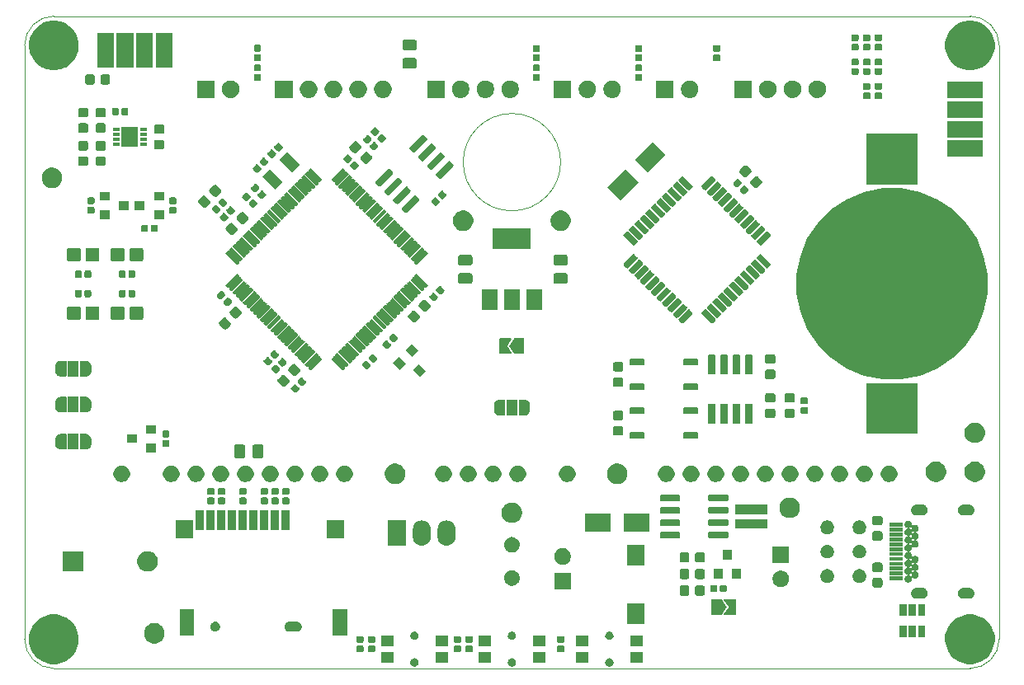
<source format=gts>
G04 #@! TF.GenerationSoftware,KiCad,Pcbnew,5.1.5-52549c5~84~ubuntu16.04.1*
G04 #@! TF.CreationDate,2020-03-07T11:14:35+01:00*
G04 #@! TF.ProjectId,EmergencyWake,456d6572-6765-46e6-9379-57616b652e6b,rev?*
G04 #@! TF.SameCoordinates,PX5f5e100PY5f5e100*
G04 #@! TF.FileFunction,Soldermask,Top*
G04 #@! TF.FilePolarity,Negative*
%FSLAX46Y46*%
G04 Gerber Fmt 4.6, Leading zero omitted, Abs format (unit mm)*
G04 Created by KiCad (PCBNEW 5.1.5-52549c5~84~ubuntu16.04.1) date 2020-03-07 11:14:35*
%MOMM*%
%LPD*%
G04 APERTURE LIST*
%ADD10C,0.050000*%
%ADD11C,0.150000*%
G04 APERTURE END LIST*
D10*
X55000000Y-15000000D02*
G75*
G03X55000000Y-15000000I-5000000J0D01*
G01*
X3000000Y-67000000D02*
G75*
G02X0Y-64000000I0J3000000D01*
G01*
X100000000Y-64000000D02*
G75*
G02X97000000Y-67000000I-3000000J0D01*
G01*
X97000000Y0D02*
G75*
G02X100000000Y-3000000I0J-3000000D01*
G01*
X0Y-3000000D02*
G75*
G02X3000000Y0I3000000J0D01*
G01*
X0Y-64000000D02*
X0Y-3000000D01*
X97000000Y-67000000D02*
X3000000Y-67000000D01*
X100000000Y-3000000D02*
X100000000Y-64000000D01*
X3000000Y0D02*
X97000000Y0D01*
D11*
G36*
X40123966Y-65966332D02*
G01*
X40123969Y-65966333D01*
X40123968Y-65966333D01*
X40201313Y-65998370D01*
X40270921Y-66044881D01*
X40330119Y-66104079D01*
X40376630Y-66173687D01*
X40403171Y-66237763D01*
X40408668Y-66251034D01*
X40425000Y-66333140D01*
X40425000Y-66416860D01*
X40408668Y-66498966D01*
X40408667Y-66498968D01*
X40376630Y-66576313D01*
X40330119Y-66645921D01*
X40270921Y-66705119D01*
X40201313Y-66751630D01*
X40137237Y-66778171D01*
X40123966Y-66783668D01*
X40041860Y-66800000D01*
X39958140Y-66800000D01*
X39876034Y-66783668D01*
X39862763Y-66778171D01*
X39798687Y-66751630D01*
X39729079Y-66705119D01*
X39669881Y-66645921D01*
X39623370Y-66576313D01*
X39591333Y-66498968D01*
X39591332Y-66498966D01*
X39575000Y-66416860D01*
X39575000Y-66333140D01*
X39591332Y-66251034D01*
X39596829Y-66237763D01*
X39623370Y-66173687D01*
X39669881Y-66104079D01*
X39729079Y-66044881D01*
X39798687Y-65998370D01*
X39876032Y-65966333D01*
X39876031Y-65966333D01*
X39876034Y-65966332D01*
X39958140Y-65950000D01*
X40041860Y-65950000D01*
X40123966Y-65966332D01*
G37*
G36*
X50123966Y-65966332D02*
G01*
X50123969Y-65966333D01*
X50123968Y-65966333D01*
X50201313Y-65998370D01*
X50270921Y-66044881D01*
X50330119Y-66104079D01*
X50376630Y-66173687D01*
X50403171Y-66237763D01*
X50408668Y-66251034D01*
X50425000Y-66333140D01*
X50425000Y-66416860D01*
X50408668Y-66498966D01*
X50408667Y-66498968D01*
X50376630Y-66576313D01*
X50330119Y-66645921D01*
X50270921Y-66705119D01*
X50201313Y-66751630D01*
X50137237Y-66778171D01*
X50123966Y-66783668D01*
X50041860Y-66800000D01*
X49958140Y-66800000D01*
X49876034Y-66783668D01*
X49862763Y-66778171D01*
X49798687Y-66751630D01*
X49729079Y-66705119D01*
X49669881Y-66645921D01*
X49623370Y-66576313D01*
X49591333Y-66498968D01*
X49591332Y-66498966D01*
X49575000Y-66416860D01*
X49575000Y-66333140D01*
X49591332Y-66251034D01*
X49596829Y-66237763D01*
X49623370Y-66173687D01*
X49669881Y-66104079D01*
X49729079Y-66044881D01*
X49798687Y-65998370D01*
X49876032Y-65966333D01*
X49876031Y-65966333D01*
X49876034Y-65966332D01*
X49958140Y-65950000D01*
X50041860Y-65950000D01*
X50123966Y-65966332D01*
G37*
G36*
X60123966Y-65966332D02*
G01*
X60123969Y-65966333D01*
X60123968Y-65966333D01*
X60201313Y-65998370D01*
X60270921Y-66044881D01*
X60330119Y-66104079D01*
X60376630Y-66173687D01*
X60403171Y-66237763D01*
X60408668Y-66251034D01*
X60425000Y-66333140D01*
X60425000Y-66416860D01*
X60408668Y-66498966D01*
X60408667Y-66498968D01*
X60376630Y-66576313D01*
X60330119Y-66645921D01*
X60270921Y-66705119D01*
X60201313Y-66751630D01*
X60137237Y-66778171D01*
X60123966Y-66783668D01*
X60041860Y-66800000D01*
X59958140Y-66800000D01*
X59876034Y-66783668D01*
X59862763Y-66778171D01*
X59798687Y-66751630D01*
X59729079Y-66705119D01*
X59669881Y-66645921D01*
X59623370Y-66576313D01*
X59591333Y-66498968D01*
X59591332Y-66498966D01*
X59575000Y-66416860D01*
X59575000Y-66333140D01*
X59591332Y-66251034D01*
X59596829Y-66237763D01*
X59623370Y-66173687D01*
X59669881Y-66104079D01*
X59729079Y-66044881D01*
X59798687Y-65998370D01*
X59876032Y-65966333D01*
X59876031Y-65966333D01*
X59876034Y-65966332D01*
X59958140Y-65950000D01*
X60041860Y-65950000D01*
X60123966Y-65966332D01*
G37*
G36*
X97579589Y-61515330D02*
G01*
X97743807Y-61547995D01*
X98207878Y-61740220D01*
X98418120Y-61880699D01*
X98625529Y-62019285D01*
X98980715Y-62374471D01*
X99100776Y-62554155D01*
X99259780Y-62792122D01*
X99452005Y-63256193D01*
X99460039Y-63296583D01*
X99550000Y-63748845D01*
X99550000Y-64251155D01*
X99528960Y-64356929D01*
X99452005Y-64743807D01*
X99445806Y-64758772D01*
X99271309Y-65180046D01*
X99259780Y-65207878D01*
X99185833Y-65318548D01*
X98980715Y-65625529D01*
X98625529Y-65980715D01*
X98440901Y-66104079D01*
X98207878Y-66259780D01*
X97743807Y-66452005D01*
X97579589Y-66484670D01*
X97251155Y-66550000D01*
X96748845Y-66550000D01*
X96420411Y-66484670D01*
X96256193Y-66452005D01*
X95792122Y-66259780D01*
X95559099Y-66104079D01*
X95374471Y-65980715D01*
X95019285Y-65625529D01*
X94814167Y-65318548D01*
X94740220Y-65207878D01*
X94728692Y-65180046D01*
X94554194Y-64758772D01*
X94547995Y-64743807D01*
X94471040Y-64356929D01*
X94450000Y-64251155D01*
X94450000Y-63748845D01*
X94539961Y-63296583D01*
X94547995Y-63256193D01*
X94740220Y-62792122D01*
X94899224Y-62554155D01*
X95019285Y-62374471D01*
X95374471Y-62019285D01*
X95581880Y-61880699D01*
X95792122Y-61740220D01*
X96256193Y-61547995D01*
X96420411Y-61515330D01*
X96748845Y-61450000D01*
X97251155Y-61450000D01*
X97579589Y-61515330D01*
G37*
G36*
X3579589Y-61515330D02*
G01*
X3743807Y-61547995D01*
X4207878Y-61740220D01*
X4418120Y-61880699D01*
X4625529Y-62019285D01*
X4980715Y-62374471D01*
X5100776Y-62554155D01*
X5259780Y-62792122D01*
X5452005Y-63256193D01*
X5460039Y-63296583D01*
X5550000Y-63748845D01*
X5550000Y-64251155D01*
X5528960Y-64356929D01*
X5452005Y-64743807D01*
X5445806Y-64758772D01*
X5271309Y-65180046D01*
X5259780Y-65207878D01*
X5185833Y-65318548D01*
X4980715Y-65625529D01*
X4625529Y-65980715D01*
X4440901Y-66104079D01*
X4207878Y-66259780D01*
X3743807Y-66452005D01*
X3579589Y-66484670D01*
X3251155Y-66550000D01*
X2748845Y-66550000D01*
X2420411Y-66484670D01*
X2256193Y-66452005D01*
X1792122Y-66259780D01*
X1559099Y-66104079D01*
X1374471Y-65980715D01*
X1019285Y-65625529D01*
X814167Y-65318548D01*
X740220Y-65207878D01*
X728692Y-65180046D01*
X554194Y-64758772D01*
X547995Y-64743807D01*
X471040Y-64356929D01*
X450000Y-64251155D01*
X450000Y-63748845D01*
X539961Y-63296583D01*
X547995Y-63256193D01*
X740220Y-62792122D01*
X899224Y-62554155D01*
X1019285Y-62374471D01*
X1374471Y-62019285D01*
X1581880Y-61880699D01*
X1792122Y-61740220D01*
X2256193Y-61547995D01*
X2420411Y-61515330D01*
X2748845Y-61450000D01*
X3251155Y-61450000D01*
X3579589Y-61515330D01*
G37*
G36*
X47850000Y-66400000D02*
G01*
X46550000Y-66400000D01*
X46550000Y-65300000D01*
X47850000Y-65300000D01*
X47850000Y-66400000D01*
G37*
G36*
X53450000Y-66400000D02*
G01*
X52150000Y-66400000D01*
X52150000Y-65300000D01*
X53450000Y-65300000D01*
X53450000Y-66400000D01*
G37*
G36*
X63450000Y-66400000D02*
G01*
X62150000Y-66400000D01*
X62150000Y-65300000D01*
X63450000Y-65300000D01*
X63450000Y-66400000D01*
G37*
G36*
X57850000Y-66400000D02*
G01*
X56550000Y-66400000D01*
X56550000Y-65300000D01*
X57850000Y-65300000D01*
X57850000Y-66400000D01*
G37*
G36*
X37850000Y-66400000D02*
G01*
X36550000Y-66400000D01*
X36550000Y-65300000D01*
X37850000Y-65300000D01*
X37850000Y-66400000D01*
G37*
G36*
X43450000Y-66400000D02*
G01*
X42150000Y-66400000D01*
X42150000Y-65300000D01*
X43450000Y-65300000D01*
X43450000Y-66400000D01*
G37*
G36*
X34651228Y-64643071D02*
G01*
X34678855Y-64651452D01*
X34704311Y-64665058D01*
X34726627Y-64683373D01*
X34744942Y-64705689D01*
X34758548Y-64731145D01*
X34766929Y-64758772D01*
X34770000Y-64789954D01*
X34770000Y-65180046D01*
X34766929Y-65211228D01*
X34758548Y-65238855D01*
X34744942Y-65264311D01*
X34726627Y-65286627D01*
X34704311Y-65304942D01*
X34678855Y-65318548D01*
X34651228Y-65326929D01*
X34620046Y-65330000D01*
X34179954Y-65330000D01*
X34148772Y-65326929D01*
X34121145Y-65318548D01*
X34095689Y-65304942D01*
X34073373Y-65286627D01*
X34055058Y-65264311D01*
X34041452Y-65238855D01*
X34033071Y-65211228D01*
X34030000Y-65180046D01*
X34030000Y-64789954D01*
X34033071Y-64758772D01*
X34041452Y-64731145D01*
X34055058Y-64705689D01*
X34073373Y-64683373D01*
X34095689Y-64665058D01*
X34121145Y-64651452D01*
X34148772Y-64643071D01*
X34179954Y-64640000D01*
X34620046Y-64640000D01*
X34651228Y-64643071D01*
G37*
G36*
X55251228Y-64643071D02*
G01*
X55278855Y-64651452D01*
X55304311Y-64665058D01*
X55326627Y-64683373D01*
X55344942Y-64705689D01*
X55358548Y-64731145D01*
X55366929Y-64758772D01*
X55370000Y-64789954D01*
X55370000Y-65180046D01*
X55366929Y-65211228D01*
X55358548Y-65238855D01*
X55344942Y-65264311D01*
X55326627Y-65286627D01*
X55304311Y-65304942D01*
X55278855Y-65318548D01*
X55251228Y-65326929D01*
X55220046Y-65330000D01*
X54779954Y-65330000D01*
X54748772Y-65326929D01*
X54721145Y-65318548D01*
X54695689Y-65304942D01*
X54673373Y-65286627D01*
X54655058Y-65264311D01*
X54641452Y-65238855D01*
X54633071Y-65211228D01*
X54630000Y-65180046D01*
X54630000Y-64789954D01*
X54633071Y-64758772D01*
X54641452Y-64731145D01*
X54655058Y-64705689D01*
X54673373Y-64683373D01*
X54695689Y-64665058D01*
X54721145Y-64651452D01*
X54748772Y-64643071D01*
X54779954Y-64640000D01*
X55220046Y-64640000D01*
X55251228Y-64643071D01*
G37*
G36*
X45851228Y-64643071D02*
G01*
X45878855Y-64651452D01*
X45904311Y-64665058D01*
X45926627Y-64683373D01*
X45944942Y-64705689D01*
X45958548Y-64731145D01*
X45966929Y-64758772D01*
X45970000Y-64789954D01*
X45970000Y-65180046D01*
X45966929Y-65211228D01*
X45958548Y-65238855D01*
X45944942Y-65264311D01*
X45926627Y-65286627D01*
X45904311Y-65304942D01*
X45878855Y-65318548D01*
X45851228Y-65326929D01*
X45820046Y-65330000D01*
X45379954Y-65330000D01*
X45348772Y-65326929D01*
X45321145Y-65318548D01*
X45295689Y-65304942D01*
X45273373Y-65286627D01*
X45255058Y-65264311D01*
X45241452Y-65238855D01*
X45233071Y-65211228D01*
X45230000Y-65180046D01*
X45230000Y-64789954D01*
X45233071Y-64758772D01*
X45241452Y-64731145D01*
X45255058Y-64705689D01*
X45273373Y-64683373D01*
X45295689Y-64665058D01*
X45321145Y-64651452D01*
X45348772Y-64643071D01*
X45379954Y-64640000D01*
X45820046Y-64640000D01*
X45851228Y-64643071D01*
G37*
G36*
X44651228Y-64643071D02*
G01*
X44678855Y-64651452D01*
X44704311Y-64665058D01*
X44726627Y-64683373D01*
X44744942Y-64705689D01*
X44758548Y-64731145D01*
X44766929Y-64758772D01*
X44770000Y-64789954D01*
X44770000Y-65180046D01*
X44766929Y-65211228D01*
X44758548Y-65238855D01*
X44744942Y-65264311D01*
X44726627Y-65286627D01*
X44704311Y-65304942D01*
X44678855Y-65318548D01*
X44651228Y-65326929D01*
X44620046Y-65330000D01*
X44179954Y-65330000D01*
X44148772Y-65326929D01*
X44121145Y-65318548D01*
X44095689Y-65304942D01*
X44073373Y-65286627D01*
X44055058Y-65264311D01*
X44041452Y-65238855D01*
X44033071Y-65211228D01*
X44030000Y-65180046D01*
X44030000Y-64789954D01*
X44033071Y-64758772D01*
X44041452Y-64731145D01*
X44055058Y-64705689D01*
X44073373Y-64683373D01*
X44095689Y-64665058D01*
X44121145Y-64651452D01*
X44148772Y-64643071D01*
X44179954Y-64640000D01*
X44620046Y-64640000D01*
X44651228Y-64643071D01*
G37*
G36*
X35851228Y-64643071D02*
G01*
X35878855Y-64651452D01*
X35904311Y-64665058D01*
X35926627Y-64683373D01*
X35944942Y-64705689D01*
X35958548Y-64731145D01*
X35966929Y-64758772D01*
X35970000Y-64789954D01*
X35970000Y-65180046D01*
X35966929Y-65211228D01*
X35958548Y-65238855D01*
X35944942Y-65264311D01*
X35926627Y-65286627D01*
X35904311Y-65304942D01*
X35878855Y-65318548D01*
X35851228Y-65326929D01*
X35820046Y-65330000D01*
X35379954Y-65330000D01*
X35348772Y-65326929D01*
X35321145Y-65318548D01*
X35295689Y-65304942D01*
X35273373Y-65286627D01*
X35255058Y-65264311D01*
X35241452Y-65238855D01*
X35233071Y-65211228D01*
X35230000Y-65180046D01*
X35230000Y-64789954D01*
X35233071Y-64758772D01*
X35241452Y-64731145D01*
X35255058Y-64705689D01*
X35273373Y-64683373D01*
X35295689Y-64665058D01*
X35321145Y-64651452D01*
X35348772Y-64643071D01*
X35379954Y-64640000D01*
X35820046Y-64640000D01*
X35851228Y-64643071D01*
G37*
G36*
X63450000Y-64700000D02*
G01*
X62150000Y-64700000D01*
X62150000Y-63600000D01*
X63450000Y-63600000D01*
X63450000Y-64700000D01*
G37*
G36*
X57850000Y-64700000D02*
G01*
X56550000Y-64700000D01*
X56550000Y-63600000D01*
X57850000Y-63600000D01*
X57850000Y-64700000D01*
G37*
G36*
X47850000Y-64700000D02*
G01*
X46550000Y-64700000D01*
X46550000Y-63600000D01*
X47850000Y-63600000D01*
X47850000Y-64700000D01*
G37*
G36*
X53450000Y-64700000D02*
G01*
X52150000Y-64700000D01*
X52150000Y-63600000D01*
X53450000Y-63600000D01*
X53450000Y-64700000D01*
G37*
G36*
X43450000Y-64700000D02*
G01*
X42150000Y-64700000D01*
X42150000Y-63600000D01*
X43450000Y-63600000D01*
X43450000Y-64700000D01*
G37*
G36*
X37850000Y-64700000D02*
G01*
X36550000Y-64700000D01*
X36550000Y-63600000D01*
X37850000Y-63600000D01*
X37850000Y-64700000D01*
G37*
G36*
X13428687Y-62355027D02*
G01*
X13606274Y-62390350D01*
X13797362Y-62469502D01*
X13969336Y-62584411D01*
X14115589Y-62730664D01*
X14230498Y-62902638D01*
X14309650Y-63093726D01*
X14350000Y-63296584D01*
X14350000Y-63503416D01*
X14309650Y-63706274D01*
X14230498Y-63897362D01*
X14115589Y-64069336D01*
X13969336Y-64215589D01*
X13797362Y-64330498D01*
X13606274Y-64409650D01*
X13428687Y-64444973D01*
X13403417Y-64450000D01*
X13196583Y-64450000D01*
X13171313Y-64444973D01*
X12993726Y-64409650D01*
X12802638Y-64330498D01*
X12630664Y-64215589D01*
X12484411Y-64069336D01*
X12369502Y-63897362D01*
X12290350Y-63706274D01*
X12250000Y-63503416D01*
X12250000Y-63296584D01*
X12290350Y-63093726D01*
X12369502Y-62902638D01*
X12484411Y-62730664D01*
X12630664Y-62584411D01*
X12802638Y-62469502D01*
X12993726Y-62390350D01*
X13171313Y-62355027D01*
X13196583Y-62350000D01*
X13403417Y-62350000D01*
X13428687Y-62355027D01*
G37*
G36*
X35851228Y-63673071D02*
G01*
X35878855Y-63681452D01*
X35904311Y-63695058D01*
X35926627Y-63713373D01*
X35944942Y-63735689D01*
X35958548Y-63761145D01*
X35966929Y-63788772D01*
X35970000Y-63819954D01*
X35970000Y-64210046D01*
X35966929Y-64241228D01*
X35958548Y-64268855D01*
X35944942Y-64294311D01*
X35926627Y-64316627D01*
X35904311Y-64334942D01*
X35878855Y-64348548D01*
X35851228Y-64356929D01*
X35820046Y-64360000D01*
X35379954Y-64360000D01*
X35348772Y-64356929D01*
X35321145Y-64348548D01*
X35295689Y-64334942D01*
X35273373Y-64316627D01*
X35255058Y-64294311D01*
X35241452Y-64268855D01*
X35233071Y-64241228D01*
X35230000Y-64210046D01*
X35230000Y-63819954D01*
X35233071Y-63788772D01*
X35241452Y-63761145D01*
X35255058Y-63735689D01*
X35273373Y-63713373D01*
X35295689Y-63695058D01*
X35321145Y-63681452D01*
X35348772Y-63673071D01*
X35379954Y-63670000D01*
X35820046Y-63670000D01*
X35851228Y-63673071D01*
G37*
G36*
X45851228Y-63673071D02*
G01*
X45878855Y-63681452D01*
X45904311Y-63695058D01*
X45926627Y-63713373D01*
X45944942Y-63735689D01*
X45958548Y-63761145D01*
X45966929Y-63788772D01*
X45970000Y-63819954D01*
X45970000Y-64210046D01*
X45966929Y-64241228D01*
X45958548Y-64268855D01*
X45944942Y-64294311D01*
X45926627Y-64316627D01*
X45904311Y-64334942D01*
X45878855Y-64348548D01*
X45851228Y-64356929D01*
X45820046Y-64360000D01*
X45379954Y-64360000D01*
X45348772Y-64356929D01*
X45321145Y-64348548D01*
X45295689Y-64334942D01*
X45273373Y-64316627D01*
X45255058Y-64294311D01*
X45241452Y-64268855D01*
X45233071Y-64241228D01*
X45230000Y-64210046D01*
X45230000Y-63819954D01*
X45233071Y-63788772D01*
X45241452Y-63761145D01*
X45255058Y-63735689D01*
X45273373Y-63713373D01*
X45295689Y-63695058D01*
X45321145Y-63681452D01*
X45348772Y-63673071D01*
X45379954Y-63670000D01*
X45820046Y-63670000D01*
X45851228Y-63673071D01*
G37*
G36*
X55251228Y-63673071D02*
G01*
X55278855Y-63681452D01*
X55304311Y-63695058D01*
X55326627Y-63713373D01*
X55344942Y-63735689D01*
X55358548Y-63761145D01*
X55366929Y-63788772D01*
X55370000Y-63819954D01*
X55370000Y-64210046D01*
X55366929Y-64241228D01*
X55358548Y-64268855D01*
X55344942Y-64294311D01*
X55326627Y-64316627D01*
X55304311Y-64334942D01*
X55278855Y-64348548D01*
X55251228Y-64356929D01*
X55220046Y-64360000D01*
X54779954Y-64360000D01*
X54748772Y-64356929D01*
X54721145Y-64348548D01*
X54695689Y-64334942D01*
X54673373Y-64316627D01*
X54655058Y-64294311D01*
X54641452Y-64268855D01*
X54633071Y-64241228D01*
X54630000Y-64210046D01*
X54630000Y-63819954D01*
X54633071Y-63788772D01*
X54641452Y-63761145D01*
X54655058Y-63735689D01*
X54673373Y-63713373D01*
X54695689Y-63695058D01*
X54721145Y-63681452D01*
X54748772Y-63673071D01*
X54779954Y-63670000D01*
X55220046Y-63670000D01*
X55251228Y-63673071D01*
G37*
G36*
X44651228Y-63673071D02*
G01*
X44678855Y-63681452D01*
X44704311Y-63695058D01*
X44726627Y-63713373D01*
X44744942Y-63735689D01*
X44758548Y-63761145D01*
X44766929Y-63788772D01*
X44770000Y-63819954D01*
X44770000Y-64210046D01*
X44766929Y-64241228D01*
X44758548Y-64268855D01*
X44744942Y-64294311D01*
X44726627Y-64316627D01*
X44704311Y-64334942D01*
X44678855Y-64348548D01*
X44651228Y-64356929D01*
X44620046Y-64360000D01*
X44179954Y-64360000D01*
X44148772Y-64356929D01*
X44121145Y-64348548D01*
X44095689Y-64334942D01*
X44073373Y-64316627D01*
X44055058Y-64294311D01*
X44041452Y-64268855D01*
X44033071Y-64241228D01*
X44030000Y-64210046D01*
X44030000Y-63819954D01*
X44033071Y-63788772D01*
X44041452Y-63761145D01*
X44055058Y-63735689D01*
X44073373Y-63713373D01*
X44095689Y-63695058D01*
X44121145Y-63681452D01*
X44148772Y-63673071D01*
X44179954Y-63670000D01*
X44620046Y-63670000D01*
X44651228Y-63673071D01*
G37*
G36*
X34651228Y-63673071D02*
G01*
X34678855Y-63681452D01*
X34704311Y-63695058D01*
X34726627Y-63713373D01*
X34744942Y-63735689D01*
X34758548Y-63761145D01*
X34766929Y-63788772D01*
X34770000Y-63819954D01*
X34770000Y-64210046D01*
X34766929Y-64241228D01*
X34758548Y-64268855D01*
X34744942Y-64294311D01*
X34726627Y-64316627D01*
X34704311Y-64334942D01*
X34678855Y-64348548D01*
X34651228Y-64356929D01*
X34620046Y-64360000D01*
X34179954Y-64360000D01*
X34148772Y-64356929D01*
X34121145Y-64348548D01*
X34095689Y-64334942D01*
X34073373Y-64316627D01*
X34055058Y-64294311D01*
X34041452Y-64268855D01*
X34033071Y-64241228D01*
X34030000Y-64210046D01*
X34030000Y-63819954D01*
X34033071Y-63788772D01*
X34041452Y-63761145D01*
X34055058Y-63735689D01*
X34073373Y-63713373D01*
X34095689Y-63695058D01*
X34121145Y-63681452D01*
X34148772Y-63673071D01*
X34179954Y-63670000D01*
X34620046Y-63670000D01*
X34651228Y-63673071D01*
G37*
G36*
X40123966Y-63216332D02*
G01*
X40123969Y-63216333D01*
X40123968Y-63216333D01*
X40201313Y-63248370D01*
X40270921Y-63294881D01*
X40330119Y-63354079D01*
X40376630Y-63423687D01*
X40403171Y-63487763D01*
X40408668Y-63501034D01*
X40425000Y-63583140D01*
X40425000Y-63666860D01*
X40408668Y-63748966D01*
X40408667Y-63748968D01*
X40376630Y-63826313D01*
X40330119Y-63895921D01*
X40270921Y-63955119D01*
X40201313Y-64001630D01*
X40137237Y-64028171D01*
X40123966Y-64033668D01*
X40041860Y-64050000D01*
X39958140Y-64050000D01*
X39876034Y-64033668D01*
X39862763Y-64028171D01*
X39798687Y-64001630D01*
X39729079Y-63955119D01*
X39669881Y-63895921D01*
X39623370Y-63826313D01*
X39591333Y-63748968D01*
X39591332Y-63748966D01*
X39575000Y-63666860D01*
X39575000Y-63583140D01*
X39591332Y-63501034D01*
X39596829Y-63487763D01*
X39623370Y-63423687D01*
X39669881Y-63354079D01*
X39729079Y-63294881D01*
X39798687Y-63248370D01*
X39876032Y-63216333D01*
X39876031Y-63216333D01*
X39876034Y-63216332D01*
X39958140Y-63200000D01*
X40041860Y-63200000D01*
X40123966Y-63216332D01*
G37*
G36*
X50123966Y-63216332D02*
G01*
X50123969Y-63216333D01*
X50123968Y-63216333D01*
X50201313Y-63248370D01*
X50270921Y-63294881D01*
X50330119Y-63354079D01*
X50376630Y-63423687D01*
X50403171Y-63487763D01*
X50408668Y-63501034D01*
X50425000Y-63583140D01*
X50425000Y-63666860D01*
X50408668Y-63748966D01*
X50408667Y-63748968D01*
X50376630Y-63826313D01*
X50330119Y-63895921D01*
X50270921Y-63955119D01*
X50201313Y-64001630D01*
X50137237Y-64028171D01*
X50123966Y-64033668D01*
X50041860Y-64050000D01*
X49958140Y-64050000D01*
X49876034Y-64033668D01*
X49862763Y-64028171D01*
X49798687Y-64001630D01*
X49729079Y-63955119D01*
X49669881Y-63895921D01*
X49623370Y-63826313D01*
X49591333Y-63748968D01*
X49591332Y-63748966D01*
X49575000Y-63666860D01*
X49575000Y-63583140D01*
X49591332Y-63501034D01*
X49596829Y-63487763D01*
X49623370Y-63423687D01*
X49669881Y-63354079D01*
X49729079Y-63294881D01*
X49798687Y-63248370D01*
X49876032Y-63216333D01*
X49876031Y-63216333D01*
X49876034Y-63216332D01*
X49958140Y-63200000D01*
X50041860Y-63200000D01*
X50123966Y-63216332D01*
G37*
G36*
X60123966Y-63216332D02*
G01*
X60123969Y-63216333D01*
X60123968Y-63216333D01*
X60201313Y-63248370D01*
X60270921Y-63294881D01*
X60330119Y-63354079D01*
X60376630Y-63423687D01*
X60403171Y-63487763D01*
X60408668Y-63501034D01*
X60425000Y-63583140D01*
X60425000Y-63666860D01*
X60408668Y-63748966D01*
X60408667Y-63748968D01*
X60376630Y-63826313D01*
X60330119Y-63895921D01*
X60270921Y-63955119D01*
X60201313Y-64001630D01*
X60137237Y-64028171D01*
X60123966Y-64033668D01*
X60041860Y-64050000D01*
X59958140Y-64050000D01*
X59876034Y-64033668D01*
X59862763Y-64028171D01*
X59798687Y-64001630D01*
X59729079Y-63955119D01*
X59669881Y-63895921D01*
X59623370Y-63826313D01*
X59591333Y-63748968D01*
X59591332Y-63748966D01*
X59575000Y-63666860D01*
X59575000Y-63583140D01*
X59591332Y-63501034D01*
X59596829Y-63487763D01*
X59623370Y-63423687D01*
X59669881Y-63354079D01*
X59729079Y-63294881D01*
X59798687Y-63248370D01*
X59876032Y-63216333D01*
X59876031Y-63216333D01*
X59876034Y-63216332D01*
X59958140Y-63200000D01*
X60041860Y-63200000D01*
X60123966Y-63216332D01*
G37*
G36*
X91475000Y-63780000D02*
G01*
X90725000Y-63780000D01*
X90725000Y-62620000D01*
X91475000Y-62620000D01*
X91475000Y-63780000D01*
G37*
G36*
X92425000Y-63780000D02*
G01*
X91675000Y-63780000D01*
X91675000Y-62620000D01*
X92425000Y-62620000D01*
X92425000Y-63780000D01*
G37*
G36*
X90525000Y-63780000D02*
G01*
X89775000Y-63780000D01*
X89775000Y-62620000D01*
X90525000Y-62620000D01*
X90525000Y-63780000D01*
G37*
G36*
X17400000Y-63650000D02*
G01*
X15900000Y-63650000D01*
X15900000Y-60950000D01*
X17400000Y-60950000D01*
X17400000Y-63650000D01*
G37*
G36*
X33100000Y-63650000D02*
G01*
X31600000Y-63650000D01*
X31600000Y-60950000D01*
X33100000Y-60950000D01*
X33100000Y-63650000D01*
G37*
G36*
X28048017Y-62207234D02*
G01*
X28115663Y-62227755D01*
X28142267Y-62235825D01*
X28142269Y-62235826D01*
X28229127Y-62282252D01*
X28305264Y-62344736D01*
X28367748Y-62420873D01*
X28414174Y-62507731D01*
X28442766Y-62601983D01*
X28452419Y-62700000D01*
X28442766Y-62798017D01*
X28414174Y-62892269D01*
X28367748Y-62979127D01*
X28305264Y-63055264D01*
X28229127Y-63117748D01*
X28142269Y-63164174D01*
X28142267Y-63164175D01*
X28115663Y-63172245D01*
X28048017Y-63192766D01*
X27974564Y-63200000D01*
X27125436Y-63200000D01*
X27051983Y-63192766D01*
X26984337Y-63172245D01*
X26957733Y-63164175D01*
X26957731Y-63164174D01*
X26870873Y-63117748D01*
X26794736Y-63055264D01*
X26732252Y-62979127D01*
X26685826Y-62892269D01*
X26657234Y-62798017D01*
X26647581Y-62700000D01*
X26657234Y-62601983D01*
X26685826Y-62507731D01*
X26732252Y-62420873D01*
X26794736Y-62344736D01*
X26870873Y-62282252D01*
X26957731Y-62235826D01*
X26957733Y-62235825D01*
X26984337Y-62227755D01*
X27051983Y-62207234D01*
X27125436Y-62200000D01*
X27974564Y-62200000D01*
X28048017Y-62207234D01*
G37*
G36*
X19695843Y-62219214D02*
G01*
X19786837Y-62256905D01*
X19786839Y-62256906D01*
X19824772Y-62282252D01*
X19868730Y-62311624D01*
X19938376Y-62381270D01*
X19993095Y-62463163D01*
X20030786Y-62554157D01*
X20050000Y-62650753D01*
X20050000Y-62749247D01*
X20030786Y-62845843D01*
X20011556Y-62892269D01*
X19993094Y-62936839D01*
X19938375Y-63018731D01*
X19868731Y-63088375D01*
X19786839Y-63143094D01*
X19786838Y-63143095D01*
X19786837Y-63143095D01*
X19695843Y-63180786D01*
X19599247Y-63200000D01*
X19500753Y-63200000D01*
X19404157Y-63180786D01*
X19313163Y-63143095D01*
X19313162Y-63143095D01*
X19313161Y-63143094D01*
X19231269Y-63088375D01*
X19161625Y-63018731D01*
X19106906Y-62936839D01*
X19088444Y-62892269D01*
X19069214Y-62845843D01*
X19050000Y-62749247D01*
X19050000Y-62650753D01*
X19069214Y-62554157D01*
X19106905Y-62463163D01*
X19161624Y-62381270D01*
X19231270Y-62311624D01*
X19275228Y-62282252D01*
X19313161Y-62256906D01*
X19313163Y-62256905D01*
X19404157Y-62219214D01*
X19500753Y-62200000D01*
X19599247Y-62200000D01*
X19695843Y-62219214D01*
G37*
G36*
X63600000Y-62450000D02*
G01*
X61800000Y-62450000D01*
X61800000Y-60350000D01*
X63600000Y-60350000D01*
X63600000Y-62450000D01*
G37*
G36*
X91475000Y-61580000D02*
G01*
X90725000Y-61580000D01*
X90725000Y-60420000D01*
X91475000Y-60420000D01*
X91475000Y-61580000D01*
G37*
G36*
X92425000Y-61580000D02*
G01*
X91675000Y-61580000D01*
X91675000Y-60420000D01*
X92425000Y-60420000D01*
X92425000Y-61580000D01*
G37*
G36*
X90525000Y-61580000D02*
G01*
X89775000Y-61580000D01*
X89775000Y-60420000D01*
X90525000Y-60420000D01*
X90525000Y-61580000D01*
G37*
G36*
X72930794Y-59900328D02*
G01*
X72934802Y-59900723D01*
X72944227Y-59903582D01*
X72952913Y-59908225D01*
X72960526Y-59914474D01*
X72966775Y-59922087D01*
X72971418Y-59930773D01*
X72974277Y-59940198D01*
X72974277Y-59940200D01*
X72975484Y-59952454D01*
X72975484Y-61447546D01*
X72975242Y-61450000D01*
X72974277Y-61459802D01*
X72971418Y-61469227D01*
X72966775Y-61477913D01*
X72960526Y-61485526D01*
X72952913Y-61491775D01*
X72944227Y-61496418D01*
X72934802Y-61499277D01*
X72930794Y-61499672D01*
X72922546Y-61500484D01*
X71777454Y-61500484D01*
X71769206Y-61499672D01*
X71765198Y-61499277D01*
X71755773Y-61496418D01*
X71747087Y-61491775D01*
X71739474Y-61485526D01*
X71733225Y-61477913D01*
X71728582Y-61469227D01*
X71725723Y-61459802D01*
X71724758Y-61450000D01*
X71725723Y-61440198D01*
X71728582Y-61430773D01*
X71728584Y-61430768D01*
X71728587Y-61430760D01*
X71734349Y-61419965D01*
X72195836Y-60727734D01*
X72200447Y-60719085D01*
X72203282Y-60709703D01*
X72204233Y-60699948D01*
X72203262Y-60690194D01*
X72200407Y-60680818D01*
X72195836Y-60672266D01*
X71734355Y-59980044D01*
X71728563Y-59969181D01*
X71725712Y-59959747D01*
X71724758Y-59949949D01*
X71725733Y-59940149D01*
X71728602Y-59930725D01*
X71733255Y-59922042D01*
X71739512Y-59914435D01*
X71747130Y-59908196D01*
X71755819Y-59903563D01*
X71765263Y-59900709D01*
X71777444Y-59899516D01*
X72922546Y-59899516D01*
X72930794Y-59900328D01*
G37*
G36*
X71480794Y-59900328D02*
G01*
X71484802Y-59900723D01*
X71494227Y-59903582D01*
X71502859Y-59908196D01*
X71502913Y-59908225D01*
X71510479Y-59914435D01*
X71510526Y-59914474D01*
X71516804Y-59922131D01*
X71516822Y-59922158D01*
X71518378Y-59924056D01*
X72015645Y-60669956D01*
X72021436Y-60680818D01*
X72021438Y-60680822D01*
X72023987Y-60689256D01*
X72024288Y-60690253D01*
X72025242Y-60700051D01*
X72024267Y-60709851D01*
X72021389Y-60719303D01*
X72015659Y-60730023D01*
X71518366Y-61475963D01*
X71510565Y-61485488D01*
X71502958Y-61491745D01*
X71494275Y-61496398D01*
X71485241Y-61499148D01*
X71484853Y-61499266D01*
X71475000Y-61500242D01*
X71474971Y-61500242D01*
X71472528Y-61500484D01*
X70477454Y-61500484D01*
X70469206Y-61499672D01*
X70465198Y-61499277D01*
X70455773Y-61496418D01*
X70447087Y-61491775D01*
X70439474Y-61485526D01*
X70433225Y-61477913D01*
X70428582Y-61469227D01*
X70425723Y-61459802D01*
X70424758Y-61450000D01*
X70424516Y-61447546D01*
X70424516Y-59952454D01*
X70425723Y-59940200D01*
X70425723Y-59940198D01*
X70428582Y-59930773D01*
X70433225Y-59922087D01*
X70439474Y-59914474D01*
X70447087Y-59908225D01*
X70455773Y-59903582D01*
X70465198Y-59900723D01*
X70469206Y-59900328D01*
X70477454Y-59899516D01*
X71472546Y-59899516D01*
X71480794Y-59900328D01*
G37*
G36*
X96980885Y-58725305D02*
G01*
X97007819Y-58727958D01*
X97042377Y-58738441D01*
X97111496Y-58759408D01*
X97207039Y-58810477D01*
X97207040Y-58810478D01*
X97207042Y-58810479D01*
X97255198Y-58850000D01*
X97290790Y-58879210D01*
X97359523Y-58962961D01*
X97410592Y-59058504D01*
X97412111Y-59063513D01*
X97442042Y-59162181D01*
X97452661Y-59270000D01*
X97446870Y-59328803D01*
X97442042Y-59377818D01*
X97410592Y-59481496D01*
X97359523Y-59577039D01*
X97359521Y-59577042D01*
X97290790Y-59660790D01*
X97207042Y-59729521D01*
X97207040Y-59729522D01*
X97207039Y-59729523D01*
X97111496Y-59780592D01*
X97042377Y-59801559D01*
X97007819Y-59812042D01*
X96980885Y-59814695D01*
X96927020Y-59820000D01*
X96272980Y-59820000D01*
X96219115Y-59814695D01*
X96192181Y-59812042D01*
X96157623Y-59801559D01*
X96088504Y-59780592D01*
X95992961Y-59729523D01*
X95992960Y-59729522D01*
X95992958Y-59729521D01*
X95909210Y-59660790D01*
X95840479Y-59577042D01*
X95840477Y-59577039D01*
X95789408Y-59481496D01*
X95757958Y-59377818D01*
X95753131Y-59328803D01*
X95747339Y-59270000D01*
X95757958Y-59162181D01*
X95787889Y-59063513D01*
X95789408Y-59058504D01*
X95840477Y-58962961D01*
X95909210Y-58879210D01*
X95944802Y-58850000D01*
X95992958Y-58810479D01*
X95992960Y-58810478D01*
X95992961Y-58810477D01*
X96088504Y-58759408D01*
X96157623Y-58738441D01*
X96192181Y-58727958D01*
X96219115Y-58725305D01*
X96272980Y-58720000D01*
X96927020Y-58720000D01*
X96980885Y-58725305D01*
G37*
G36*
X92200885Y-58725305D02*
G01*
X92227819Y-58727958D01*
X92262377Y-58738441D01*
X92331496Y-58759408D01*
X92427039Y-58810477D01*
X92427040Y-58810478D01*
X92427042Y-58810479D01*
X92475198Y-58850000D01*
X92510790Y-58879210D01*
X92579523Y-58962961D01*
X92630592Y-59058504D01*
X92632111Y-59063513D01*
X92662042Y-59162181D01*
X92672661Y-59270000D01*
X92666870Y-59328803D01*
X92662042Y-59377818D01*
X92630592Y-59481496D01*
X92579523Y-59577039D01*
X92579521Y-59577042D01*
X92510790Y-59660790D01*
X92427042Y-59729521D01*
X92427040Y-59729522D01*
X92427039Y-59729523D01*
X92331496Y-59780592D01*
X92262377Y-59801559D01*
X92227819Y-59812042D01*
X92200885Y-59814695D01*
X92147020Y-59820000D01*
X91492980Y-59820000D01*
X91439115Y-59814695D01*
X91412181Y-59812042D01*
X91377623Y-59801559D01*
X91308504Y-59780592D01*
X91212961Y-59729523D01*
X91212960Y-59729522D01*
X91212958Y-59729521D01*
X91129210Y-59660790D01*
X91060479Y-59577042D01*
X91060477Y-59577039D01*
X91009408Y-59481496D01*
X90977958Y-59377818D01*
X90973131Y-59328803D01*
X90967339Y-59270000D01*
X90977958Y-59162181D01*
X91007889Y-59063513D01*
X91009408Y-59058504D01*
X91060477Y-58962961D01*
X91129210Y-58879210D01*
X91164802Y-58850000D01*
X91212958Y-58810479D01*
X91212960Y-58810478D01*
X91212961Y-58810477D01*
X91308504Y-58759408D01*
X91377623Y-58738441D01*
X91412181Y-58727958D01*
X91439115Y-58725305D01*
X91492980Y-58720000D01*
X92147020Y-58720000D01*
X92200885Y-58725305D01*
G37*
G36*
X68023879Y-58479440D02*
G01*
X68064870Y-58491874D01*
X68102645Y-58512065D01*
X68135758Y-58539242D01*
X68162935Y-58572355D01*
X68183126Y-58610130D01*
X68195560Y-58651121D01*
X68200000Y-58696204D01*
X68200000Y-59303796D01*
X68195560Y-59348879D01*
X68183126Y-59389870D01*
X68162935Y-59427645D01*
X68135758Y-59460758D01*
X68102645Y-59487935D01*
X68064870Y-59508126D01*
X68023879Y-59520560D01*
X67978796Y-59525000D01*
X67446204Y-59525000D01*
X67401121Y-59520560D01*
X67360130Y-59508126D01*
X67322355Y-59487935D01*
X67289242Y-59460758D01*
X67262065Y-59427645D01*
X67241874Y-59389870D01*
X67229440Y-59348879D01*
X67225000Y-59303796D01*
X67225000Y-58696204D01*
X67229440Y-58651121D01*
X67241874Y-58610130D01*
X67262065Y-58572355D01*
X67289242Y-58539242D01*
X67322355Y-58512065D01*
X67360130Y-58491874D01*
X67401121Y-58479440D01*
X67446204Y-58475000D01*
X67978796Y-58475000D01*
X68023879Y-58479440D01*
G37*
G36*
X69598879Y-58479440D02*
G01*
X69639870Y-58491874D01*
X69677645Y-58512065D01*
X69710758Y-58539242D01*
X69737935Y-58572355D01*
X69758126Y-58610130D01*
X69770560Y-58651121D01*
X69775000Y-58696204D01*
X69775000Y-59303796D01*
X69770560Y-59348879D01*
X69758126Y-59389870D01*
X69737935Y-59427645D01*
X69710758Y-59460758D01*
X69677645Y-59487935D01*
X69639870Y-59508126D01*
X69598879Y-59520560D01*
X69553796Y-59525000D01*
X69021204Y-59525000D01*
X68976121Y-59520560D01*
X68935130Y-59508126D01*
X68897355Y-59487935D01*
X68864242Y-59460758D01*
X68837065Y-59427645D01*
X68816874Y-59389870D01*
X68804440Y-59348879D01*
X68800000Y-59303796D01*
X68800000Y-58696204D01*
X68804440Y-58651121D01*
X68816874Y-58610130D01*
X68837065Y-58572355D01*
X68864242Y-58539242D01*
X68897355Y-58512065D01*
X68935130Y-58491874D01*
X68976121Y-58479440D01*
X69021204Y-58475000D01*
X69553796Y-58475000D01*
X69598879Y-58479440D01*
G37*
G36*
X71911228Y-58433071D02*
G01*
X71938855Y-58441452D01*
X71964311Y-58455058D01*
X71986627Y-58473373D01*
X72004942Y-58495689D01*
X72018548Y-58521145D01*
X72026929Y-58548772D01*
X72030000Y-58579954D01*
X72030000Y-59020046D01*
X72026929Y-59051228D01*
X72018548Y-59078855D01*
X72004942Y-59104311D01*
X71986627Y-59126627D01*
X71964311Y-59144942D01*
X71938855Y-59158548D01*
X71911228Y-59166929D01*
X71880046Y-59170000D01*
X71489954Y-59170000D01*
X71458772Y-59166929D01*
X71431145Y-59158548D01*
X71405689Y-59144942D01*
X71383373Y-59126627D01*
X71365058Y-59104311D01*
X71351452Y-59078855D01*
X71343071Y-59051228D01*
X71340000Y-59020046D01*
X71340000Y-58579954D01*
X71343071Y-58548772D01*
X71351452Y-58521145D01*
X71365058Y-58495689D01*
X71383373Y-58473373D01*
X71405689Y-58455058D01*
X71431145Y-58441452D01*
X71458772Y-58433071D01*
X71489954Y-58430000D01*
X71880046Y-58430000D01*
X71911228Y-58433071D01*
G37*
G36*
X70941228Y-58433071D02*
G01*
X70968855Y-58441452D01*
X70994311Y-58455058D01*
X71016627Y-58473373D01*
X71034942Y-58495689D01*
X71048548Y-58521145D01*
X71056929Y-58548772D01*
X71060000Y-58579954D01*
X71060000Y-59020046D01*
X71056929Y-59051228D01*
X71048548Y-59078855D01*
X71034942Y-59104311D01*
X71016627Y-59126627D01*
X70994311Y-59144942D01*
X70968855Y-59158548D01*
X70941228Y-59166929D01*
X70910046Y-59170000D01*
X70519954Y-59170000D01*
X70488772Y-59166929D01*
X70461145Y-59158548D01*
X70435689Y-59144942D01*
X70413373Y-59126627D01*
X70395058Y-59104311D01*
X70381452Y-59078855D01*
X70373071Y-59051228D01*
X70370000Y-59020046D01*
X70370000Y-58579954D01*
X70373071Y-58548772D01*
X70381452Y-58521145D01*
X70395058Y-58495689D01*
X70413373Y-58473373D01*
X70435689Y-58455058D01*
X70461145Y-58441452D01*
X70488772Y-58433071D01*
X70519954Y-58430000D01*
X70910046Y-58430000D01*
X70941228Y-58433071D01*
G37*
G36*
X56050000Y-58850000D02*
G01*
X54350000Y-58850000D01*
X54350000Y-57150000D01*
X56050000Y-57150000D01*
X56050000Y-58850000D01*
G37*
G36*
X87848879Y-57704440D02*
G01*
X87889870Y-57716874D01*
X87927645Y-57737065D01*
X87960758Y-57764242D01*
X87987935Y-57797355D01*
X88008126Y-57835130D01*
X88020560Y-57876121D01*
X88025000Y-57921204D01*
X88025000Y-58453796D01*
X88020560Y-58498879D01*
X88008126Y-58539870D01*
X87987935Y-58577645D01*
X87960758Y-58610758D01*
X87927645Y-58637935D01*
X87889870Y-58658126D01*
X87848879Y-58670560D01*
X87803796Y-58675000D01*
X87196204Y-58675000D01*
X87151121Y-58670560D01*
X87110130Y-58658126D01*
X87072355Y-58637935D01*
X87039242Y-58610758D01*
X87012065Y-58577645D01*
X86991874Y-58539870D01*
X86979440Y-58498879D01*
X86975000Y-58453796D01*
X86975000Y-57921204D01*
X86979440Y-57876121D01*
X86991874Y-57835130D01*
X87012065Y-57797355D01*
X87039242Y-57764242D01*
X87072355Y-57737065D01*
X87110130Y-57716874D01*
X87151121Y-57704440D01*
X87196204Y-57700000D01*
X87803796Y-57700000D01*
X87848879Y-57704440D01*
G37*
G36*
X77847934Y-56982664D02*
G01*
X78002625Y-57046739D01*
X78055296Y-57081933D01*
X78141844Y-57139762D01*
X78260238Y-57258156D01*
X78282371Y-57291281D01*
X78353261Y-57397375D01*
X78417336Y-57552066D01*
X78450000Y-57716281D01*
X78450000Y-57883719D01*
X78417336Y-58047934D01*
X78353261Y-58202625D01*
X78353260Y-58202626D01*
X78260238Y-58341844D01*
X78141844Y-58460238D01*
X78084013Y-58498879D01*
X78002625Y-58553261D01*
X77847934Y-58617336D01*
X77683719Y-58650000D01*
X77516281Y-58650000D01*
X77352066Y-58617336D01*
X77197375Y-58553261D01*
X77115987Y-58498879D01*
X77058156Y-58460238D01*
X76939762Y-58341844D01*
X76846740Y-58202626D01*
X76846739Y-58202625D01*
X76782664Y-58047934D01*
X76750000Y-57883719D01*
X76750000Y-57716281D01*
X76782664Y-57552066D01*
X76846739Y-57397375D01*
X76917629Y-57291281D01*
X76939762Y-57258156D01*
X77058156Y-57139762D01*
X77144704Y-57081933D01*
X77197375Y-57046739D01*
X77352066Y-56982664D01*
X77516281Y-56950000D01*
X77683719Y-56950000D01*
X77847934Y-56982664D01*
G37*
G36*
X50181832Y-56920495D02*
G01*
X50233351Y-56930743D01*
X50289032Y-56953807D01*
X50378941Y-56991048D01*
X50509969Y-57078598D01*
X50621402Y-57190031D01*
X50708952Y-57321059D01*
X50737609Y-57390245D01*
X50762361Y-57450000D01*
X50769257Y-57466650D01*
X50800000Y-57621205D01*
X50800000Y-57778795D01*
X50788794Y-57835130D01*
X50769257Y-57933351D01*
X50750917Y-57977627D01*
X50708952Y-58078941D01*
X50621402Y-58209969D01*
X50509969Y-58321402D01*
X50378941Y-58408952D01*
X50293656Y-58444278D01*
X50233351Y-58469257D01*
X50185359Y-58478803D01*
X50078795Y-58500000D01*
X49921205Y-58500000D01*
X49814641Y-58478803D01*
X49766649Y-58469257D01*
X49706344Y-58444278D01*
X49621059Y-58408952D01*
X49490031Y-58321402D01*
X49378598Y-58209969D01*
X49291048Y-58078941D01*
X49249083Y-57977627D01*
X49230743Y-57933351D01*
X49211206Y-57835130D01*
X49200000Y-57778795D01*
X49200000Y-57621205D01*
X49230743Y-57466650D01*
X49237640Y-57450000D01*
X49262391Y-57390245D01*
X49291048Y-57321059D01*
X49378598Y-57190031D01*
X49490031Y-57078598D01*
X49621059Y-56991048D01*
X49710968Y-56953807D01*
X49766649Y-56930743D01*
X49818168Y-56920495D01*
X49921205Y-56900000D01*
X50078795Y-56900000D01*
X50181832Y-56920495D01*
G37*
G36*
X82554181Y-56826900D02*
G01*
X82681573Y-56879667D01*
X82698956Y-56891282D01*
X82796224Y-56956274D01*
X82893726Y-57053776D01*
X82930437Y-57108718D01*
X82970333Y-57168427D01*
X83023100Y-57295819D01*
X83050000Y-57431055D01*
X83050000Y-57568945D01*
X83023100Y-57704181D01*
X82970333Y-57831573D01*
X82970332Y-57831574D01*
X82893726Y-57946224D01*
X82796224Y-58043726D01*
X82743519Y-58078942D01*
X82681573Y-58120333D01*
X82554181Y-58173100D01*
X82418945Y-58200000D01*
X82281055Y-58200000D01*
X82145819Y-58173100D01*
X82018427Y-58120333D01*
X81956481Y-58078942D01*
X81903776Y-58043726D01*
X81806274Y-57946224D01*
X81729668Y-57831574D01*
X81729667Y-57831573D01*
X81676900Y-57704181D01*
X81650000Y-57568945D01*
X81650000Y-57431055D01*
X81676900Y-57295819D01*
X81729667Y-57168427D01*
X81769563Y-57108718D01*
X81806274Y-57053776D01*
X81903776Y-56956274D01*
X82001044Y-56891282D01*
X82018427Y-56879667D01*
X82145819Y-56826900D01*
X82281055Y-56800000D01*
X82418945Y-56800000D01*
X82554181Y-56826900D01*
G37*
G36*
X85854181Y-56826900D02*
G01*
X85981573Y-56879667D01*
X85998956Y-56891282D01*
X86096224Y-56956274D01*
X86193726Y-57053776D01*
X86230437Y-57108718D01*
X86270333Y-57168427D01*
X86323100Y-57295819D01*
X86350000Y-57431055D01*
X86350000Y-57568945D01*
X86323100Y-57704181D01*
X86270333Y-57831573D01*
X86270332Y-57831574D01*
X86193726Y-57946224D01*
X86096224Y-58043726D01*
X86043519Y-58078942D01*
X85981573Y-58120333D01*
X85854181Y-58173100D01*
X85718945Y-58200000D01*
X85581055Y-58200000D01*
X85445819Y-58173100D01*
X85318427Y-58120333D01*
X85256481Y-58078942D01*
X85203776Y-58043726D01*
X85106274Y-57946224D01*
X85029668Y-57831574D01*
X85029667Y-57831573D01*
X84976900Y-57704181D01*
X84950000Y-57568945D01*
X84950000Y-57431055D01*
X84976900Y-57295819D01*
X85029667Y-57168427D01*
X85069563Y-57108718D01*
X85106274Y-57053776D01*
X85203776Y-56956274D01*
X85301044Y-56891282D01*
X85318427Y-56879667D01*
X85445819Y-56826900D01*
X85581055Y-56800000D01*
X85718945Y-56800000D01*
X85854181Y-56826900D01*
G37*
G36*
X90779383Y-51839411D02*
G01*
X90839919Y-51864486D01*
X90847629Y-51867680D01*
X90865569Y-51879667D01*
X90909047Y-51908718D01*
X90961282Y-51960953D01*
X91002321Y-52022373D01*
X91030589Y-52090617D01*
X91045000Y-52163065D01*
X91045000Y-52236935D01*
X91042386Y-52250074D01*
X91040627Y-52258921D01*
X91037989Y-52272179D01*
X91037028Y-52281933D01*
X91037989Y-52291688D01*
X91040834Y-52301067D01*
X91045454Y-52309711D01*
X91051672Y-52317288D01*
X91059248Y-52323506D01*
X91067893Y-52328127D01*
X91077272Y-52330972D01*
X91087026Y-52331933D01*
X91096781Y-52330972D01*
X91106160Y-52328127D01*
X91114804Y-52323507D01*
X91122382Y-52317289D01*
X91130953Y-52308718D01*
X91185638Y-52272179D01*
X91192371Y-52267680D01*
X91200734Y-52264216D01*
X91260617Y-52239411D01*
X91333065Y-52225000D01*
X91406935Y-52225000D01*
X91479383Y-52239411D01*
X91539267Y-52264216D01*
X91547629Y-52267680D01*
X91554362Y-52272179D01*
X91609047Y-52308718D01*
X91661282Y-52360953D01*
X91702321Y-52422373D01*
X91730589Y-52490617D01*
X91745000Y-52563065D01*
X91745000Y-52636935D01*
X91738884Y-52667680D01*
X91730589Y-52709383D01*
X91702320Y-52777629D01*
X91661281Y-52839048D01*
X91609048Y-52891281D01*
X91547629Y-52932320D01*
X91547628Y-52932321D01*
X91547627Y-52932321D01*
X91495756Y-52953807D01*
X91487112Y-52958427D01*
X91479535Y-52964645D01*
X91473317Y-52972222D01*
X91468697Y-52980866D01*
X91465852Y-52990246D01*
X91464891Y-53000000D01*
X91465852Y-53009755D01*
X91468697Y-53019134D01*
X91473317Y-53027778D01*
X91479535Y-53035355D01*
X91487112Y-53041573D01*
X91495756Y-53046193D01*
X91547629Y-53067680D01*
X91554362Y-53072179D01*
X91609047Y-53108718D01*
X91661282Y-53160953D01*
X91702321Y-53222373D01*
X91730589Y-53290617D01*
X91745000Y-53363065D01*
X91745000Y-53436935D01*
X91730589Y-53509383D01*
X91702488Y-53577225D01*
X91702320Y-53577629D01*
X91693353Y-53591049D01*
X91666492Y-53631250D01*
X91661281Y-53639048D01*
X91609048Y-53691281D01*
X91547629Y-53732320D01*
X91547628Y-53732321D01*
X91547627Y-53732321D01*
X91495756Y-53753807D01*
X91487112Y-53758427D01*
X91479535Y-53764645D01*
X91473317Y-53772222D01*
X91468697Y-53780866D01*
X91465852Y-53790246D01*
X91464891Y-53800000D01*
X91465852Y-53809755D01*
X91468697Y-53819134D01*
X91473317Y-53827778D01*
X91479535Y-53835355D01*
X91487112Y-53841573D01*
X91495756Y-53846193D01*
X91520509Y-53856446D01*
X91547629Y-53867680D01*
X91551574Y-53870316D01*
X91609047Y-53908718D01*
X91661282Y-53960953D01*
X91702321Y-54022373D01*
X91730589Y-54090617D01*
X91745000Y-54163065D01*
X91745000Y-54236935D01*
X91738884Y-54267680D01*
X91730589Y-54309383D01*
X91702320Y-54377629D01*
X91661281Y-54439048D01*
X91609048Y-54491281D01*
X91547629Y-54532320D01*
X91547628Y-54532321D01*
X91547627Y-54532321D01*
X91479383Y-54560589D01*
X91406935Y-54575000D01*
X91333065Y-54575000D01*
X91260617Y-54560589D01*
X91192373Y-54532321D01*
X91192372Y-54532321D01*
X91192371Y-54532320D01*
X91130952Y-54491281D01*
X91122382Y-54482711D01*
X91114805Y-54476493D01*
X91106161Y-54471873D01*
X91096781Y-54469028D01*
X91087027Y-54468067D01*
X91077273Y-54469028D01*
X91067893Y-54471873D01*
X91059249Y-54476493D01*
X91051672Y-54482711D01*
X91045454Y-54490288D01*
X91040834Y-54498932D01*
X91037989Y-54508312D01*
X91037028Y-54518066D01*
X91037989Y-54527818D01*
X91045000Y-54563066D01*
X91045000Y-54636934D01*
X91030589Y-54709383D01*
X91002320Y-54777629D01*
X90961281Y-54839048D01*
X90909048Y-54891281D01*
X90847629Y-54932320D01*
X90847628Y-54932321D01*
X90847627Y-54932321D01*
X90795756Y-54953807D01*
X90787112Y-54958427D01*
X90779535Y-54964645D01*
X90773317Y-54972222D01*
X90768697Y-54980866D01*
X90765852Y-54990246D01*
X90764891Y-55000000D01*
X90765852Y-55009755D01*
X90768697Y-55019134D01*
X90773317Y-55027778D01*
X90779535Y-55035355D01*
X90787112Y-55041573D01*
X90795756Y-55046193D01*
X90847629Y-55067680D01*
X90858584Y-55075000D01*
X90909047Y-55108718D01*
X90961282Y-55160953D01*
X91002321Y-55222373D01*
X91030589Y-55290617D01*
X91045000Y-55363065D01*
X91045000Y-55436935D01*
X91037989Y-55472179D01*
X91037028Y-55481933D01*
X91037989Y-55491688D01*
X91040834Y-55501067D01*
X91045454Y-55509711D01*
X91051672Y-55517288D01*
X91059248Y-55523506D01*
X91067893Y-55528127D01*
X91077272Y-55530972D01*
X91087026Y-55531933D01*
X91096781Y-55530972D01*
X91106160Y-55528127D01*
X91114804Y-55523507D01*
X91122382Y-55517289D01*
X91130953Y-55508718D01*
X91185638Y-55472179D01*
X91192371Y-55467680D01*
X91260617Y-55439411D01*
X91273070Y-55436934D01*
X91333065Y-55425000D01*
X91406935Y-55425000D01*
X91466930Y-55436934D01*
X91479383Y-55439411D01*
X91547629Y-55467680D01*
X91554362Y-55472179D01*
X91609047Y-55508718D01*
X91661282Y-55560953D01*
X91681662Y-55591454D01*
X91700958Y-55620332D01*
X91702321Y-55622373D01*
X91730589Y-55690617D01*
X91745000Y-55763065D01*
X91745000Y-55836935D01*
X91738884Y-55867680D01*
X91730589Y-55909383D01*
X91702320Y-55977629D01*
X91661281Y-56039048D01*
X91609048Y-56091281D01*
X91547629Y-56132320D01*
X91547628Y-56132321D01*
X91547627Y-56132321D01*
X91495756Y-56153807D01*
X91487112Y-56158427D01*
X91479535Y-56164645D01*
X91473317Y-56172222D01*
X91468697Y-56180866D01*
X91465852Y-56190246D01*
X91464891Y-56200000D01*
X91465852Y-56209755D01*
X91468697Y-56219134D01*
X91473317Y-56227778D01*
X91479535Y-56235355D01*
X91487112Y-56241573D01*
X91495756Y-56246193D01*
X91547629Y-56267680D01*
X91554362Y-56272179D01*
X91609047Y-56308718D01*
X91661282Y-56360953D01*
X91702321Y-56422373D01*
X91730589Y-56490617D01*
X91745000Y-56563065D01*
X91745000Y-56636935D01*
X91730589Y-56709383D01*
X91702321Y-56777627D01*
X91669398Y-56826901D01*
X91661281Y-56839048D01*
X91609048Y-56891281D01*
X91547629Y-56932320D01*
X91547628Y-56932321D01*
X91547627Y-56932321D01*
X91495756Y-56953807D01*
X91487112Y-56958427D01*
X91479535Y-56964645D01*
X91473317Y-56972222D01*
X91468697Y-56980866D01*
X91465852Y-56990246D01*
X91464891Y-57000000D01*
X91465852Y-57009755D01*
X91468697Y-57019134D01*
X91473317Y-57027778D01*
X91479535Y-57035355D01*
X91487112Y-57041573D01*
X91495756Y-57046193D01*
X91526484Y-57058921D01*
X91547629Y-57067680D01*
X91554362Y-57072179D01*
X91609047Y-57108718D01*
X91661282Y-57160953D01*
X91702321Y-57222373D01*
X91730589Y-57290617D01*
X91745000Y-57363065D01*
X91745000Y-57436935D01*
X91738884Y-57467680D01*
X91730589Y-57509383D01*
X91702320Y-57577629D01*
X91684836Y-57603796D01*
X91661282Y-57639047D01*
X91609047Y-57691282D01*
X91589354Y-57704440D01*
X91547629Y-57732320D01*
X91547628Y-57732321D01*
X91547627Y-57732321D01*
X91479383Y-57760589D01*
X91406935Y-57775000D01*
X91333065Y-57775000D01*
X91260617Y-57760589D01*
X91192373Y-57732321D01*
X91192372Y-57732321D01*
X91192371Y-57732320D01*
X91150646Y-57704440D01*
X91130953Y-57691282D01*
X91122382Y-57682711D01*
X91114805Y-57676493D01*
X91106161Y-57671873D01*
X91096781Y-57669028D01*
X91087027Y-57668067D01*
X91077273Y-57669028D01*
X91067893Y-57671873D01*
X91059249Y-57676493D01*
X91051672Y-57682711D01*
X91045454Y-57690288D01*
X91040834Y-57698932D01*
X91037989Y-57708312D01*
X91037028Y-57718066D01*
X91037989Y-57727818D01*
X91042386Y-57749926D01*
X91045000Y-57763065D01*
X91045000Y-57836935D01*
X91030589Y-57909383D01*
X91016354Y-57943750D01*
X91002320Y-57977629D01*
X90961281Y-58039048D01*
X90909048Y-58091281D01*
X90847629Y-58132320D01*
X90847628Y-58132321D01*
X90847627Y-58132321D01*
X90779383Y-58160589D01*
X90706935Y-58175000D01*
X90633065Y-58175000D01*
X90560617Y-58160589D01*
X90492373Y-58132321D01*
X90492372Y-58132321D01*
X90492371Y-58132320D01*
X90430952Y-58091281D01*
X90378719Y-58039048D01*
X90337680Y-57977629D01*
X90323647Y-57943750D01*
X90309411Y-57909383D01*
X90295000Y-57836935D01*
X90295000Y-57763065D01*
X90309411Y-57690617D01*
X90337679Y-57622373D01*
X90350092Y-57603796D01*
X90378719Y-57560952D01*
X90430952Y-57508719D01*
X90492371Y-57467680D01*
X90494858Y-57466650D01*
X90544244Y-57446193D01*
X90552888Y-57441573D01*
X90560465Y-57435355D01*
X90566683Y-57427778D01*
X90571303Y-57419134D01*
X90574148Y-57409754D01*
X90575109Y-57400000D01*
X90764891Y-57400000D01*
X90765852Y-57409755D01*
X90768697Y-57419134D01*
X90773317Y-57427778D01*
X90779535Y-57435355D01*
X90787112Y-57441573D01*
X90795756Y-57446193D01*
X90845143Y-57466650D01*
X90847629Y-57467680D01*
X90878546Y-57488338D01*
X90909047Y-57508718D01*
X90917618Y-57517289D01*
X90925195Y-57523507D01*
X90933839Y-57528127D01*
X90943219Y-57530972D01*
X90952973Y-57531933D01*
X90962727Y-57530972D01*
X90972107Y-57528127D01*
X90980751Y-57523507D01*
X90988328Y-57517289D01*
X90994546Y-57509712D01*
X90999166Y-57501068D01*
X91002011Y-57491688D01*
X91002972Y-57481934D01*
X91002011Y-57472179D01*
X90995000Y-57436935D01*
X90995000Y-57363065D01*
X91002011Y-57327821D01*
X91002972Y-57318067D01*
X91002011Y-57308312D01*
X90999166Y-57298933D01*
X90994546Y-57290289D01*
X90988328Y-57282712D01*
X90980752Y-57276494D01*
X90972107Y-57271873D01*
X90962728Y-57269028D01*
X90952974Y-57268067D01*
X90943219Y-57269028D01*
X90933840Y-57271873D01*
X90925196Y-57276493D01*
X90917618Y-57282711D01*
X90909047Y-57291282D01*
X90897596Y-57298933D01*
X90847629Y-57332320D01*
X90847628Y-57332321D01*
X90847627Y-57332321D01*
X90795756Y-57353807D01*
X90787112Y-57358427D01*
X90779535Y-57364645D01*
X90773317Y-57372222D01*
X90768697Y-57380866D01*
X90765852Y-57390246D01*
X90764891Y-57400000D01*
X90575109Y-57400000D01*
X90574148Y-57390245D01*
X90571303Y-57380866D01*
X90566683Y-57372222D01*
X90560465Y-57364645D01*
X90552888Y-57358427D01*
X90544244Y-57353807D01*
X90492373Y-57332321D01*
X90492372Y-57332321D01*
X90492371Y-57332320D01*
X90442404Y-57298933D01*
X90430953Y-57291282D01*
X90378718Y-57239047D01*
X90337679Y-57177627D01*
X90309411Y-57109383D01*
X90295000Y-57036935D01*
X90295000Y-56963065D01*
X90303950Y-56918066D01*
X91037028Y-56918066D01*
X91037989Y-56927818D01*
X91038884Y-56932320D01*
X91045000Y-56963065D01*
X91045000Y-57036935D01*
X91042401Y-57050000D01*
X91040627Y-57058921D01*
X91037989Y-57072179D01*
X91037028Y-57081933D01*
X91037989Y-57091688D01*
X91040834Y-57101067D01*
X91045454Y-57109711D01*
X91051672Y-57117288D01*
X91059248Y-57123506D01*
X91067893Y-57128127D01*
X91077272Y-57130972D01*
X91087026Y-57131933D01*
X91096781Y-57130972D01*
X91106160Y-57128127D01*
X91114804Y-57123507D01*
X91122382Y-57117289D01*
X91130953Y-57108718D01*
X91185638Y-57072179D01*
X91192371Y-57067680D01*
X91213517Y-57058921D01*
X91244244Y-57046193D01*
X91252888Y-57041573D01*
X91260465Y-57035355D01*
X91266683Y-57027778D01*
X91271303Y-57019134D01*
X91274148Y-57009754D01*
X91275109Y-57000000D01*
X91274148Y-56990245D01*
X91271303Y-56980866D01*
X91266683Y-56972222D01*
X91260465Y-56964645D01*
X91252888Y-56958427D01*
X91244244Y-56953807D01*
X91192373Y-56932321D01*
X91192372Y-56932321D01*
X91192371Y-56932320D01*
X91130952Y-56891281D01*
X91122382Y-56882711D01*
X91114805Y-56876493D01*
X91106161Y-56871873D01*
X91096781Y-56869028D01*
X91087027Y-56868067D01*
X91077273Y-56869028D01*
X91067893Y-56871873D01*
X91059249Y-56876493D01*
X91051672Y-56882711D01*
X91045454Y-56890288D01*
X91040834Y-56898932D01*
X91037989Y-56908312D01*
X91037028Y-56918066D01*
X90303950Y-56918066D01*
X90309411Y-56890617D01*
X90337679Y-56822373D01*
X90378718Y-56760953D01*
X90430953Y-56708718D01*
X90461454Y-56688338D01*
X90492371Y-56667680D01*
X90544244Y-56646193D01*
X90552888Y-56641573D01*
X90560465Y-56635355D01*
X90566683Y-56627778D01*
X90571303Y-56619134D01*
X90574148Y-56609754D01*
X90575109Y-56600000D01*
X90764891Y-56600000D01*
X90765852Y-56609755D01*
X90768697Y-56619134D01*
X90773317Y-56627778D01*
X90779535Y-56635355D01*
X90787112Y-56641573D01*
X90795756Y-56646193D01*
X90847629Y-56667680D01*
X90878546Y-56688338D01*
X90909047Y-56708718D01*
X90917618Y-56717289D01*
X90925195Y-56723507D01*
X90933839Y-56728127D01*
X90943219Y-56730972D01*
X90952973Y-56731933D01*
X90962727Y-56730972D01*
X90972107Y-56728127D01*
X90980751Y-56723507D01*
X90988328Y-56717289D01*
X90994546Y-56709712D01*
X90999166Y-56701068D01*
X91002011Y-56691688D01*
X91002972Y-56681934D01*
X91002011Y-56672179D01*
X90995000Y-56636935D01*
X90995000Y-56563065D01*
X91002011Y-56527821D01*
X91002972Y-56518067D01*
X91002011Y-56508312D01*
X90999166Y-56498933D01*
X90994546Y-56490289D01*
X90988328Y-56482712D01*
X90980752Y-56476494D01*
X90972107Y-56471873D01*
X90962728Y-56469028D01*
X90952974Y-56468067D01*
X90943219Y-56469028D01*
X90933840Y-56471873D01*
X90925196Y-56476493D01*
X90917618Y-56482711D01*
X90909047Y-56491282D01*
X90897596Y-56498933D01*
X90847629Y-56532320D01*
X90847628Y-56532321D01*
X90847627Y-56532321D01*
X90795756Y-56553807D01*
X90787112Y-56558427D01*
X90779535Y-56564645D01*
X90773317Y-56572222D01*
X90768697Y-56580866D01*
X90765852Y-56590246D01*
X90764891Y-56600000D01*
X90575109Y-56600000D01*
X90574148Y-56590245D01*
X90571303Y-56580866D01*
X90566683Y-56572222D01*
X90560465Y-56564645D01*
X90552888Y-56558427D01*
X90544244Y-56553807D01*
X90492373Y-56532321D01*
X90492372Y-56532321D01*
X90492371Y-56532320D01*
X90442404Y-56498933D01*
X90430953Y-56491282D01*
X90378718Y-56439047D01*
X90337679Y-56377627D01*
X90309411Y-56309383D01*
X90295000Y-56236935D01*
X90295000Y-56163065D01*
X90303950Y-56118066D01*
X91037028Y-56118066D01*
X91037989Y-56127821D01*
X91045000Y-56163065D01*
X91045000Y-56236935D01*
X91037989Y-56272179D01*
X91037028Y-56281933D01*
X91037989Y-56291688D01*
X91040834Y-56301067D01*
X91045454Y-56309711D01*
X91051672Y-56317288D01*
X91059248Y-56323506D01*
X91067893Y-56328127D01*
X91077272Y-56330972D01*
X91087026Y-56331933D01*
X91096781Y-56330972D01*
X91106160Y-56328127D01*
X91114804Y-56323507D01*
X91122382Y-56317289D01*
X91130953Y-56308718D01*
X91185638Y-56272179D01*
X91192371Y-56267680D01*
X91244244Y-56246193D01*
X91252888Y-56241573D01*
X91260465Y-56235355D01*
X91266683Y-56227778D01*
X91271303Y-56219134D01*
X91274148Y-56209754D01*
X91275109Y-56200000D01*
X91274148Y-56190245D01*
X91271303Y-56180866D01*
X91266683Y-56172222D01*
X91260465Y-56164645D01*
X91252888Y-56158427D01*
X91244244Y-56153807D01*
X91192373Y-56132321D01*
X91192372Y-56132321D01*
X91192371Y-56132320D01*
X91130952Y-56091281D01*
X91122382Y-56082711D01*
X91114805Y-56076493D01*
X91106161Y-56071873D01*
X91096781Y-56069028D01*
X91087027Y-56068067D01*
X91077273Y-56069028D01*
X91067893Y-56071873D01*
X91059249Y-56076493D01*
X91051672Y-56082711D01*
X91045454Y-56090288D01*
X91040834Y-56098932D01*
X91037989Y-56108312D01*
X91037028Y-56118066D01*
X90303950Y-56118066D01*
X90309411Y-56090617D01*
X90337679Y-56022373D01*
X90341490Y-56016670D01*
X90378719Y-55960952D01*
X90430952Y-55908719D01*
X90438320Y-55903796D01*
X90461454Y-55888338D01*
X90492371Y-55867680D01*
X90544244Y-55846193D01*
X90552888Y-55841573D01*
X90560465Y-55835355D01*
X90566683Y-55827778D01*
X90571303Y-55819134D01*
X90574148Y-55809754D01*
X90575109Y-55800000D01*
X90764891Y-55800000D01*
X90765852Y-55809755D01*
X90768697Y-55819134D01*
X90773317Y-55827778D01*
X90779535Y-55835355D01*
X90787112Y-55841573D01*
X90795756Y-55846193D01*
X90847629Y-55867680D01*
X90878546Y-55888338D01*
X90909047Y-55908718D01*
X90917618Y-55917289D01*
X90925195Y-55923507D01*
X90933839Y-55928127D01*
X90943219Y-55930972D01*
X90952973Y-55931933D01*
X90962727Y-55930972D01*
X90972107Y-55928127D01*
X90980751Y-55923507D01*
X90988328Y-55917289D01*
X90994546Y-55909712D01*
X90999166Y-55901068D01*
X91002011Y-55891688D01*
X91002972Y-55881934D01*
X91002011Y-55872179D01*
X90995000Y-55836935D01*
X90995000Y-55763065D01*
X91002011Y-55727821D01*
X91002972Y-55718067D01*
X91002011Y-55708312D01*
X90999166Y-55698933D01*
X90994546Y-55690289D01*
X90988328Y-55682712D01*
X90980752Y-55676494D01*
X90972107Y-55671873D01*
X90962728Y-55669028D01*
X90952974Y-55668067D01*
X90943219Y-55669028D01*
X90933840Y-55671873D01*
X90925196Y-55676493D01*
X90917618Y-55682711D01*
X90909048Y-55691281D01*
X90847629Y-55732320D01*
X90847628Y-55732321D01*
X90847627Y-55732321D01*
X90795756Y-55753807D01*
X90787112Y-55758427D01*
X90779535Y-55764645D01*
X90773317Y-55772222D01*
X90768697Y-55780866D01*
X90765852Y-55790246D01*
X90764891Y-55800000D01*
X90575109Y-55800000D01*
X90574148Y-55790245D01*
X90571303Y-55780866D01*
X90566683Y-55772222D01*
X90560465Y-55764645D01*
X90552888Y-55758427D01*
X90544244Y-55753807D01*
X90492373Y-55732321D01*
X90492372Y-55732321D01*
X90492371Y-55732320D01*
X90430952Y-55691281D01*
X90378719Y-55639048D01*
X90337680Y-55577629D01*
X90309411Y-55509383D01*
X90301116Y-55467680D01*
X90295000Y-55436935D01*
X90295000Y-55363065D01*
X90309411Y-55290617D01*
X90337679Y-55222373D01*
X90378718Y-55160953D01*
X90430953Y-55108718D01*
X90481416Y-55075000D01*
X90492371Y-55067680D01*
X90544244Y-55046193D01*
X90552888Y-55041573D01*
X90560465Y-55035355D01*
X90566683Y-55027778D01*
X90571303Y-55019134D01*
X90574148Y-55009754D01*
X90575109Y-55000000D01*
X90574148Y-54990245D01*
X90571303Y-54980866D01*
X90566683Y-54972222D01*
X90560465Y-54964645D01*
X90552888Y-54958427D01*
X90544244Y-54953807D01*
X90492373Y-54932321D01*
X90492372Y-54932321D01*
X90492371Y-54932320D01*
X90430952Y-54891281D01*
X90378719Y-54839048D01*
X90337680Y-54777629D01*
X90309411Y-54709383D01*
X90295000Y-54636934D01*
X90295000Y-54563066D01*
X90301116Y-54532321D01*
X90309411Y-54490617D01*
X90337679Y-54422373D01*
X90378718Y-54360953D01*
X90430953Y-54308718D01*
X90461454Y-54288338D01*
X90492371Y-54267680D01*
X90530363Y-54251943D01*
X90544244Y-54246193D01*
X90552888Y-54241573D01*
X90560465Y-54235355D01*
X90566683Y-54227778D01*
X90571303Y-54219134D01*
X90574148Y-54209754D01*
X90575109Y-54200000D01*
X90764891Y-54200000D01*
X90765852Y-54209755D01*
X90768697Y-54219134D01*
X90773317Y-54227778D01*
X90779535Y-54235355D01*
X90787112Y-54241573D01*
X90795756Y-54246193D01*
X90809638Y-54251943D01*
X90847629Y-54267680D01*
X90878546Y-54288338D01*
X90909047Y-54308718D01*
X90917618Y-54317289D01*
X90925195Y-54323507D01*
X90933839Y-54328127D01*
X90943219Y-54330972D01*
X90952973Y-54331933D01*
X90962727Y-54330972D01*
X90972107Y-54328127D01*
X90980751Y-54323507D01*
X90988328Y-54317289D01*
X90994546Y-54309712D01*
X90999166Y-54301068D01*
X91002011Y-54291688D01*
X91002972Y-54281934D01*
X91002011Y-54272179D01*
X90997986Y-54251943D01*
X90995000Y-54236934D01*
X90995000Y-54163066D01*
X91002011Y-54127818D01*
X91002972Y-54118067D01*
X91002011Y-54108312D01*
X90999166Y-54098933D01*
X90994546Y-54090289D01*
X90988328Y-54082712D01*
X90980752Y-54076494D01*
X90972107Y-54071873D01*
X90962728Y-54069028D01*
X90952974Y-54068067D01*
X90943219Y-54069028D01*
X90933840Y-54071873D01*
X90925196Y-54076493D01*
X90917618Y-54082711D01*
X90909048Y-54091281D01*
X90847629Y-54132320D01*
X90847628Y-54132321D01*
X90847627Y-54132321D01*
X90795756Y-54153807D01*
X90787112Y-54158427D01*
X90779535Y-54164645D01*
X90773317Y-54172222D01*
X90768697Y-54180866D01*
X90765852Y-54190246D01*
X90764891Y-54200000D01*
X90575109Y-54200000D01*
X90574148Y-54190245D01*
X90571303Y-54180866D01*
X90566683Y-54172222D01*
X90560465Y-54164645D01*
X90552888Y-54158427D01*
X90544244Y-54153807D01*
X90492373Y-54132321D01*
X90492372Y-54132321D01*
X90492371Y-54132320D01*
X90430952Y-54091281D01*
X90378719Y-54039048D01*
X90337680Y-53977629D01*
X90309411Y-53909383D01*
X90301116Y-53867680D01*
X90295000Y-53836935D01*
X90295000Y-53763065D01*
X90303950Y-53718066D01*
X91037028Y-53718066D01*
X91037989Y-53727821D01*
X91045000Y-53763065D01*
X91045000Y-53836935D01*
X91037989Y-53872179D01*
X91037028Y-53881933D01*
X91037989Y-53891688D01*
X91040834Y-53901067D01*
X91045454Y-53909711D01*
X91051672Y-53917288D01*
X91059248Y-53923506D01*
X91067893Y-53928127D01*
X91077272Y-53930972D01*
X91087026Y-53931933D01*
X91096781Y-53930972D01*
X91106160Y-53928127D01*
X91114804Y-53923507D01*
X91122382Y-53917289D01*
X91130953Y-53908718D01*
X91188426Y-53870316D01*
X91192371Y-53867680D01*
X91219492Y-53856446D01*
X91244244Y-53846193D01*
X91252888Y-53841573D01*
X91260465Y-53835355D01*
X91266683Y-53827778D01*
X91271303Y-53819134D01*
X91274148Y-53809754D01*
X91275109Y-53800000D01*
X91274148Y-53790245D01*
X91271303Y-53780866D01*
X91266683Y-53772222D01*
X91260465Y-53764645D01*
X91252888Y-53758427D01*
X91244244Y-53753807D01*
X91192373Y-53732321D01*
X91192372Y-53732321D01*
X91192371Y-53732320D01*
X91130952Y-53691281D01*
X91122382Y-53682711D01*
X91114805Y-53676493D01*
X91106161Y-53671873D01*
X91096781Y-53669028D01*
X91087027Y-53668067D01*
X91077273Y-53669028D01*
X91067893Y-53671873D01*
X91059249Y-53676493D01*
X91051672Y-53682711D01*
X91045454Y-53690288D01*
X91040834Y-53698932D01*
X91037989Y-53708312D01*
X91037028Y-53718066D01*
X90303950Y-53718066D01*
X90309411Y-53690617D01*
X90337679Y-53622373D01*
X90345348Y-53610896D01*
X90378719Y-53560952D01*
X90430952Y-53508719D01*
X90440191Y-53502546D01*
X90461454Y-53488338D01*
X90492371Y-53467680D01*
X90544244Y-53446193D01*
X90552888Y-53441573D01*
X90560465Y-53435355D01*
X90566683Y-53427778D01*
X90571303Y-53419134D01*
X90574148Y-53409754D01*
X90575109Y-53400000D01*
X90764891Y-53400000D01*
X90765852Y-53409755D01*
X90768697Y-53419134D01*
X90773317Y-53427778D01*
X90779535Y-53435355D01*
X90787112Y-53441573D01*
X90795756Y-53446193D01*
X90847629Y-53467680D01*
X90878546Y-53488338D01*
X90909047Y-53508718D01*
X90917618Y-53517289D01*
X90925195Y-53523507D01*
X90933839Y-53528127D01*
X90943219Y-53530972D01*
X90952973Y-53531933D01*
X90962727Y-53530972D01*
X90972107Y-53528127D01*
X90980751Y-53523507D01*
X90988328Y-53517289D01*
X90994546Y-53509712D01*
X90999166Y-53501068D01*
X91002011Y-53491688D01*
X91002972Y-53481934D01*
X91002011Y-53472179D01*
X90995000Y-53436935D01*
X90995000Y-53363065D01*
X91002011Y-53327821D01*
X91002972Y-53318067D01*
X91002011Y-53308312D01*
X90999166Y-53298933D01*
X90994546Y-53290289D01*
X90988328Y-53282712D01*
X90980752Y-53276494D01*
X90972107Y-53271873D01*
X90962728Y-53269028D01*
X90952974Y-53268067D01*
X90943219Y-53269028D01*
X90933840Y-53271873D01*
X90925196Y-53276493D01*
X90917618Y-53282711D01*
X90909048Y-53291281D01*
X90847629Y-53332320D01*
X90847628Y-53332321D01*
X90847627Y-53332321D01*
X90795756Y-53353807D01*
X90787112Y-53358427D01*
X90779535Y-53364645D01*
X90773317Y-53372222D01*
X90768697Y-53380866D01*
X90765852Y-53390246D01*
X90764891Y-53400000D01*
X90575109Y-53400000D01*
X90574148Y-53390245D01*
X90571303Y-53380866D01*
X90566683Y-53372222D01*
X90560465Y-53364645D01*
X90552888Y-53358427D01*
X90544244Y-53353807D01*
X90492373Y-53332321D01*
X90492372Y-53332321D01*
X90492371Y-53332320D01*
X90430952Y-53291281D01*
X90378719Y-53239048D01*
X90337680Y-53177629D01*
X90335804Y-53173099D01*
X90309411Y-53109383D01*
X90295000Y-53036935D01*
X90295000Y-52963065D01*
X90303950Y-52918066D01*
X91037028Y-52918066D01*
X91037989Y-52927818D01*
X91041650Y-52946223D01*
X91045000Y-52963065D01*
X91045000Y-53036935D01*
X91037989Y-53072179D01*
X91037028Y-53081933D01*
X91037989Y-53091688D01*
X91040834Y-53101067D01*
X91045454Y-53109711D01*
X91051672Y-53117288D01*
X91059248Y-53123506D01*
X91067893Y-53128127D01*
X91077272Y-53130972D01*
X91087026Y-53131933D01*
X91096781Y-53130972D01*
X91106160Y-53128127D01*
X91114804Y-53123507D01*
X91122382Y-53117289D01*
X91130953Y-53108718D01*
X91185638Y-53072179D01*
X91192371Y-53067680D01*
X91244244Y-53046193D01*
X91252888Y-53041573D01*
X91260465Y-53035355D01*
X91266683Y-53027778D01*
X91271303Y-53019134D01*
X91274148Y-53009754D01*
X91275109Y-53000000D01*
X91274148Y-52990245D01*
X91271303Y-52980866D01*
X91266683Y-52972222D01*
X91260465Y-52964645D01*
X91252888Y-52958427D01*
X91244244Y-52953807D01*
X91192373Y-52932321D01*
X91192372Y-52932321D01*
X91192371Y-52932320D01*
X91130952Y-52891281D01*
X91122382Y-52882711D01*
X91114805Y-52876493D01*
X91106161Y-52871873D01*
X91096781Y-52869028D01*
X91087027Y-52868067D01*
X91077273Y-52869028D01*
X91067893Y-52871873D01*
X91059249Y-52876493D01*
X91051672Y-52882711D01*
X91045454Y-52890288D01*
X91040834Y-52898932D01*
X91037989Y-52908312D01*
X91037028Y-52918066D01*
X90303950Y-52918066D01*
X90309411Y-52890617D01*
X90337679Y-52822373D01*
X90378718Y-52760953D01*
X90430953Y-52708718D01*
X90461454Y-52688338D01*
X90492371Y-52667680D01*
X90521066Y-52655794D01*
X90544244Y-52646193D01*
X90552888Y-52641573D01*
X90560465Y-52635355D01*
X90566683Y-52627778D01*
X90571303Y-52619134D01*
X90574148Y-52609754D01*
X90575109Y-52600000D01*
X90764891Y-52600000D01*
X90765852Y-52609755D01*
X90768697Y-52619134D01*
X90773317Y-52627778D01*
X90779535Y-52635355D01*
X90787112Y-52641573D01*
X90795756Y-52646193D01*
X90818935Y-52655794D01*
X90847629Y-52667680D01*
X90878546Y-52688338D01*
X90909047Y-52708718D01*
X90917618Y-52717289D01*
X90925195Y-52723507D01*
X90933839Y-52728127D01*
X90943219Y-52730972D01*
X90952973Y-52731933D01*
X90962727Y-52730972D01*
X90972107Y-52728127D01*
X90980751Y-52723507D01*
X90988328Y-52717289D01*
X90994546Y-52709712D01*
X90999166Y-52701068D01*
X91002011Y-52691688D01*
X91002972Y-52681934D01*
X91002011Y-52672179D01*
X90998752Y-52655794D01*
X90995000Y-52636934D01*
X90995000Y-52563066D01*
X91002011Y-52527818D01*
X91002972Y-52518067D01*
X91002011Y-52508312D01*
X90999166Y-52498933D01*
X90994546Y-52490289D01*
X90988328Y-52482712D01*
X90980752Y-52476494D01*
X90972107Y-52471873D01*
X90962728Y-52469028D01*
X90952974Y-52468067D01*
X90943219Y-52469028D01*
X90933840Y-52471873D01*
X90925196Y-52476493D01*
X90917618Y-52482711D01*
X90909048Y-52491281D01*
X90847629Y-52532320D01*
X90847628Y-52532321D01*
X90847627Y-52532321D01*
X90795756Y-52553807D01*
X90787112Y-52558427D01*
X90779535Y-52564645D01*
X90773317Y-52572222D01*
X90768697Y-52580866D01*
X90765852Y-52590246D01*
X90764891Y-52600000D01*
X90575109Y-52600000D01*
X90574148Y-52590245D01*
X90571303Y-52580866D01*
X90566683Y-52572222D01*
X90560465Y-52564645D01*
X90552888Y-52558427D01*
X90544244Y-52553807D01*
X90492373Y-52532321D01*
X90492372Y-52532321D01*
X90492371Y-52532320D01*
X90430952Y-52491281D01*
X90378719Y-52439048D01*
X90337680Y-52377629D01*
X90330178Y-52359517D01*
X90309411Y-52309383D01*
X90295000Y-52236935D01*
X90295000Y-52163065D01*
X90309411Y-52090617D01*
X90337679Y-52022373D01*
X90378718Y-51960953D01*
X90430953Y-51908718D01*
X90474431Y-51879667D01*
X90492371Y-51867680D01*
X90500082Y-51864486D01*
X90560617Y-51839411D01*
X90633065Y-51825000D01*
X90706935Y-51825000D01*
X90779383Y-51839411D01*
G37*
G36*
X90070000Y-57950000D02*
G01*
X88770000Y-57950000D01*
X88770000Y-57550000D01*
X90070000Y-57550000D01*
X90070000Y-57950000D01*
G37*
G36*
X69598879Y-56779440D02*
G01*
X69639870Y-56791874D01*
X69677645Y-56812065D01*
X69710758Y-56839242D01*
X69737935Y-56872355D01*
X69758126Y-56910130D01*
X69770560Y-56951121D01*
X69775000Y-56996204D01*
X69775000Y-57603796D01*
X69770560Y-57648879D01*
X69758126Y-57689870D01*
X69737935Y-57727645D01*
X69710758Y-57760758D01*
X69677645Y-57787935D01*
X69639870Y-57808126D01*
X69598879Y-57820560D01*
X69553796Y-57825000D01*
X69021204Y-57825000D01*
X68976121Y-57820560D01*
X68935130Y-57808126D01*
X68897355Y-57787935D01*
X68864242Y-57760758D01*
X68837065Y-57727645D01*
X68816874Y-57689870D01*
X68804440Y-57648879D01*
X68800000Y-57603796D01*
X68800000Y-56996204D01*
X68804440Y-56951121D01*
X68816874Y-56910130D01*
X68837065Y-56872355D01*
X68864242Y-56839242D01*
X68897355Y-56812065D01*
X68935130Y-56791874D01*
X68976121Y-56779440D01*
X69021204Y-56775000D01*
X69553796Y-56775000D01*
X69598879Y-56779440D01*
G37*
G36*
X68023879Y-56779440D02*
G01*
X68064870Y-56791874D01*
X68102645Y-56812065D01*
X68135758Y-56839242D01*
X68162935Y-56872355D01*
X68183126Y-56910130D01*
X68195560Y-56951121D01*
X68200000Y-56996204D01*
X68200000Y-57603796D01*
X68195560Y-57648879D01*
X68183126Y-57689870D01*
X68162935Y-57727645D01*
X68135758Y-57760758D01*
X68102645Y-57787935D01*
X68064870Y-57808126D01*
X68023879Y-57820560D01*
X67978796Y-57825000D01*
X67446204Y-57825000D01*
X67401121Y-57820560D01*
X67360130Y-57808126D01*
X67322355Y-57787935D01*
X67289242Y-57760758D01*
X67262065Y-57727645D01*
X67241874Y-57689870D01*
X67229440Y-57648879D01*
X67225000Y-57603796D01*
X67225000Y-56996204D01*
X67229440Y-56951121D01*
X67241874Y-56910130D01*
X67262065Y-56872355D01*
X67289242Y-56839242D01*
X67322355Y-56812065D01*
X67360130Y-56791874D01*
X67401121Y-56779440D01*
X67446204Y-56775000D01*
X67978796Y-56775000D01*
X68023879Y-56779440D01*
G37*
G36*
X73500000Y-57800000D02*
G01*
X72600000Y-57800000D01*
X72600000Y-56800000D01*
X73500000Y-56800000D01*
X73500000Y-57800000D01*
G37*
G36*
X71600000Y-57800000D02*
G01*
X70700000Y-57800000D01*
X70700000Y-56800000D01*
X71600000Y-56800000D01*
X71600000Y-57800000D01*
G37*
G36*
X90070000Y-57450000D02*
G01*
X88770000Y-57450000D01*
X88770000Y-57050000D01*
X90070000Y-57050000D01*
X90070000Y-57450000D01*
G37*
G36*
X87848879Y-56129440D02*
G01*
X87889870Y-56141874D01*
X87927645Y-56162065D01*
X87960758Y-56189242D01*
X87987935Y-56222355D01*
X88008126Y-56260130D01*
X88020560Y-56301121D01*
X88025000Y-56346204D01*
X88025000Y-56878796D01*
X88020560Y-56923879D01*
X88008126Y-56964870D01*
X87987935Y-57002645D01*
X87960758Y-57035758D01*
X87927645Y-57062935D01*
X87889870Y-57083126D01*
X87848879Y-57095560D01*
X87803796Y-57100000D01*
X87196204Y-57100000D01*
X87151121Y-57095560D01*
X87110130Y-57083126D01*
X87072355Y-57062935D01*
X87039242Y-57035758D01*
X87012065Y-57002645D01*
X86991874Y-56964870D01*
X86979440Y-56923879D01*
X86975000Y-56878796D01*
X86975000Y-56346204D01*
X86979440Y-56301121D01*
X86991874Y-56260130D01*
X87012065Y-56222355D01*
X87039242Y-56189242D01*
X87072355Y-56162065D01*
X87110130Y-56141874D01*
X87151121Y-56129440D01*
X87196204Y-56125000D01*
X87803796Y-56125000D01*
X87848879Y-56129440D01*
G37*
G36*
X6050000Y-57050000D02*
G01*
X3950000Y-57050000D01*
X3950000Y-54950000D01*
X6050000Y-54950000D01*
X6050000Y-57050000D01*
G37*
G36*
X12722556Y-54953807D02*
G01*
X12906274Y-54990350D01*
X13097362Y-55069502D01*
X13269336Y-55184411D01*
X13415589Y-55330664D01*
X13530498Y-55502638D01*
X13609650Y-55693726D01*
X13635761Y-55825000D01*
X13650000Y-55896583D01*
X13650000Y-56103417D01*
X13646590Y-56120560D01*
X13609650Y-56306274D01*
X13530498Y-56497362D01*
X13415589Y-56669336D01*
X13269336Y-56815589D01*
X13097362Y-56930498D01*
X12906274Y-57009650D01*
X12745782Y-57041573D01*
X12703417Y-57050000D01*
X12496583Y-57050000D01*
X12454218Y-57041573D01*
X12293726Y-57009650D01*
X12102638Y-56930498D01*
X11930664Y-56815589D01*
X11784411Y-56669336D01*
X11669502Y-56497362D01*
X11590350Y-56306274D01*
X11553410Y-56120560D01*
X11550000Y-56103417D01*
X11550000Y-55896583D01*
X11564239Y-55825000D01*
X11590350Y-55693726D01*
X11669502Y-55502638D01*
X11784411Y-55330664D01*
X11930664Y-55184411D01*
X12102638Y-55069502D01*
X12293726Y-54990350D01*
X12477444Y-54953807D01*
X12496583Y-54950000D01*
X12703417Y-54950000D01*
X12722556Y-54953807D01*
G37*
G36*
X90070000Y-56950000D02*
G01*
X88770000Y-56950000D01*
X88770000Y-56550000D01*
X90070000Y-56550000D01*
X90070000Y-56950000D01*
G37*
G36*
X63600000Y-56450000D02*
G01*
X61800000Y-56450000D01*
X61800000Y-54350000D01*
X63600000Y-54350000D01*
X63600000Y-56450000D01*
G37*
G36*
X90070000Y-56450000D02*
G01*
X88770000Y-56450000D01*
X88770000Y-56050000D01*
X90070000Y-56050000D01*
X90070000Y-56450000D01*
G37*
G36*
X55447934Y-54682664D02*
G01*
X55602625Y-54746739D01*
X55602626Y-54746740D01*
X55741844Y-54839762D01*
X55860238Y-54958156D01*
X55875412Y-54980866D01*
X55953261Y-55097375D01*
X56017336Y-55252066D01*
X56050000Y-55416281D01*
X56050000Y-55583719D01*
X56017336Y-55747934D01*
X55953261Y-55902625D01*
X55943463Y-55917289D01*
X55860238Y-56041844D01*
X55741844Y-56160238D01*
X55687734Y-56196393D01*
X55602625Y-56253261D01*
X55447934Y-56317336D01*
X55283719Y-56350000D01*
X55116281Y-56350000D01*
X54952066Y-56317336D01*
X54797375Y-56253261D01*
X54712266Y-56196393D01*
X54658156Y-56160238D01*
X54539762Y-56041844D01*
X54456537Y-55917289D01*
X54446739Y-55902625D01*
X54382664Y-55747934D01*
X54350000Y-55583719D01*
X54350000Y-55416281D01*
X54382664Y-55252066D01*
X54446739Y-55097375D01*
X54524588Y-54980866D01*
X54539762Y-54958156D01*
X54658156Y-54839762D01*
X54797374Y-54746740D01*
X54797375Y-54746739D01*
X54952066Y-54682664D01*
X55116281Y-54650000D01*
X55283719Y-54650000D01*
X55447934Y-54682664D01*
G37*
G36*
X78450000Y-56150000D02*
G01*
X76750000Y-56150000D01*
X76750000Y-54450000D01*
X78450000Y-54450000D01*
X78450000Y-56150000D01*
G37*
G36*
X69598879Y-55079440D02*
G01*
X69639870Y-55091874D01*
X69677645Y-55112065D01*
X69710758Y-55139242D01*
X69737935Y-55172355D01*
X69758126Y-55210130D01*
X69770560Y-55251121D01*
X69775000Y-55296204D01*
X69775000Y-55903796D01*
X69770560Y-55948879D01*
X69758126Y-55989870D01*
X69737935Y-56027645D01*
X69710758Y-56060758D01*
X69677645Y-56087935D01*
X69639870Y-56108126D01*
X69598879Y-56120560D01*
X69553796Y-56125000D01*
X69021204Y-56125000D01*
X68976121Y-56120560D01*
X68935130Y-56108126D01*
X68897355Y-56087935D01*
X68864242Y-56060758D01*
X68837065Y-56027645D01*
X68816874Y-55989870D01*
X68804440Y-55948879D01*
X68800000Y-55903796D01*
X68800000Y-55296204D01*
X68804440Y-55251121D01*
X68816874Y-55210130D01*
X68837065Y-55172355D01*
X68864242Y-55139242D01*
X68897355Y-55112065D01*
X68935130Y-55091874D01*
X68976121Y-55079440D01*
X69021204Y-55075000D01*
X69553796Y-55075000D01*
X69598879Y-55079440D01*
G37*
G36*
X68023879Y-55079440D02*
G01*
X68064870Y-55091874D01*
X68102645Y-55112065D01*
X68135758Y-55139242D01*
X68162935Y-55172355D01*
X68183126Y-55210130D01*
X68195560Y-55251121D01*
X68200000Y-55296204D01*
X68200000Y-55903796D01*
X68195560Y-55948879D01*
X68183126Y-55989870D01*
X68162935Y-56027645D01*
X68135758Y-56060758D01*
X68102645Y-56087935D01*
X68064870Y-56108126D01*
X68023879Y-56120560D01*
X67978796Y-56125000D01*
X67446204Y-56125000D01*
X67401121Y-56120560D01*
X67360130Y-56108126D01*
X67322355Y-56087935D01*
X67289242Y-56060758D01*
X67262065Y-56027645D01*
X67241874Y-55989870D01*
X67229440Y-55948879D01*
X67225000Y-55903796D01*
X67225000Y-55296204D01*
X67229440Y-55251121D01*
X67241874Y-55210130D01*
X67262065Y-55172355D01*
X67289242Y-55139242D01*
X67322355Y-55112065D01*
X67360130Y-55091874D01*
X67401121Y-55079440D01*
X67446204Y-55075000D01*
X67978796Y-55075000D01*
X68023879Y-55079440D01*
G37*
G36*
X90070000Y-55950000D02*
G01*
X88770000Y-55950000D01*
X88770000Y-55550000D01*
X90070000Y-55550000D01*
X90070000Y-55950000D01*
G37*
G36*
X72550000Y-55800000D02*
G01*
X71650000Y-55800000D01*
X71650000Y-54800000D01*
X72550000Y-54800000D01*
X72550000Y-55800000D01*
G37*
G36*
X82554181Y-54326900D02*
G01*
X82681573Y-54379667D01*
X82712003Y-54400000D01*
X82796224Y-54456274D01*
X82893726Y-54553776D01*
X82899933Y-54563066D01*
X82970333Y-54668427D01*
X83023100Y-54795819D01*
X83050000Y-54931055D01*
X83050000Y-55068945D01*
X83023100Y-55204181D01*
X82970333Y-55331573D01*
X82970332Y-55331574D01*
X82893726Y-55446224D01*
X82796224Y-55543726D01*
X82719617Y-55594913D01*
X82681573Y-55620333D01*
X82554181Y-55673100D01*
X82418945Y-55700000D01*
X82281055Y-55700000D01*
X82145819Y-55673100D01*
X82018427Y-55620333D01*
X81980383Y-55594913D01*
X81903776Y-55543726D01*
X81806274Y-55446224D01*
X81729668Y-55331574D01*
X81729667Y-55331573D01*
X81676900Y-55204181D01*
X81650000Y-55068945D01*
X81650000Y-54931055D01*
X81676900Y-54795819D01*
X81729667Y-54668427D01*
X81800067Y-54563066D01*
X81806274Y-54553776D01*
X81903776Y-54456274D01*
X81987997Y-54400000D01*
X82018427Y-54379667D01*
X82145819Y-54326900D01*
X82281055Y-54300000D01*
X82418945Y-54300000D01*
X82554181Y-54326900D01*
G37*
G36*
X85854181Y-54326900D02*
G01*
X85981573Y-54379667D01*
X86012003Y-54400000D01*
X86096224Y-54456274D01*
X86193726Y-54553776D01*
X86199933Y-54563066D01*
X86270333Y-54668427D01*
X86323100Y-54795819D01*
X86350000Y-54931055D01*
X86350000Y-55068945D01*
X86323100Y-55204181D01*
X86270333Y-55331573D01*
X86270332Y-55331574D01*
X86193726Y-55446224D01*
X86096224Y-55543726D01*
X86019617Y-55594913D01*
X85981573Y-55620333D01*
X85854181Y-55673100D01*
X85718945Y-55700000D01*
X85581055Y-55700000D01*
X85445819Y-55673100D01*
X85318427Y-55620333D01*
X85280383Y-55594913D01*
X85203776Y-55543726D01*
X85106274Y-55446224D01*
X85029668Y-55331574D01*
X85029667Y-55331573D01*
X84976900Y-55204181D01*
X84950000Y-55068945D01*
X84950000Y-54931055D01*
X84976900Y-54795819D01*
X85029667Y-54668427D01*
X85100067Y-54563066D01*
X85106274Y-54553776D01*
X85203776Y-54456274D01*
X85287997Y-54400000D01*
X85318427Y-54379667D01*
X85445819Y-54326900D01*
X85581055Y-54300000D01*
X85718945Y-54300000D01*
X85854181Y-54326900D01*
G37*
G36*
X90070000Y-55450000D02*
G01*
X88770000Y-55450000D01*
X88770000Y-55050000D01*
X90070000Y-55050000D01*
X90070000Y-55450000D01*
G37*
G36*
X50149886Y-53514141D02*
G01*
X50233351Y-53530743D01*
X50272526Y-53546970D01*
X50378941Y-53591048D01*
X50509969Y-53678598D01*
X50621402Y-53790031D01*
X50708952Y-53921059D01*
X50725476Y-53960952D01*
X50769257Y-54066649D01*
X50774157Y-54091282D01*
X50800000Y-54221205D01*
X50800000Y-54378795D01*
X50799826Y-54379668D01*
X50769257Y-54533351D01*
X50752005Y-54575000D01*
X50708952Y-54678941D01*
X50621402Y-54809969D01*
X50509969Y-54921402D01*
X50378941Y-55008952D01*
X50300186Y-55041573D01*
X50233351Y-55069257D01*
X50182157Y-55079440D01*
X50078795Y-55100000D01*
X49921205Y-55100000D01*
X49817843Y-55079440D01*
X49766649Y-55069257D01*
X49699814Y-55041573D01*
X49621059Y-55008952D01*
X49490031Y-54921402D01*
X49378598Y-54809969D01*
X49291048Y-54678941D01*
X49247995Y-54575000D01*
X49230743Y-54533351D01*
X49200174Y-54379668D01*
X49200000Y-54378795D01*
X49200000Y-54221205D01*
X49225843Y-54091282D01*
X49230743Y-54066649D01*
X49274524Y-53960952D01*
X49291048Y-53921059D01*
X49378598Y-53790031D01*
X49490031Y-53678598D01*
X49621059Y-53591048D01*
X49727474Y-53546970D01*
X49766649Y-53530743D01*
X49850114Y-53514141D01*
X49921205Y-53500000D01*
X50078795Y-53500000D01*
X50149886Y-53514141D01*
G37*
G36*
X90070000Y-54950000D02*
G01*
X88770000Y-54950000D01*
X88770000Y-54550000D01*
X90070000Y-54550000D01*
X90070000Y-54950000D01*
G37*
G36*
X90070000Y-54450000D02*
G01*
X88770000Y-54450000D01*
X88770000Y-54050000D01*
X90070000Y-54050000D01*
X90070000Y-54450000D01*
G37*
G36*
X40916429Y-51813022D02*
G01*
X41086082Y-51864486D01*
X41242431Y-51948055D01*
X41379475Y-52060525D01*
X41491945Y-52197569D01*
X41575514Y-52353917D01*
X41626978Y-52523570D01*
X41640000Y-52655789D01*
X41640000Y-53544211D01*
X41626978Y-53676430D01*
X41575514Y-53846083D01*
X41491945Y-54002431D01*
X41379475Y-54139475D01*
X41242431Y-54251945D01*
X41086083Y-54335514D01*
X40916430Y-54386978D01*
X40740000Y-54404354D01*
X40563571Y-54386978D01*
X40393918Y-54335514D01*
X40237570Y-54251945D01*
X40100526Y-54139475D01*
X39988056Y-54002431D01*
X39904487Y-53846083D01*
X39853023Y-53676429D01*
X39840000Y-53544211D01*
X39840000Y-52655790D01*
X39853022Y-52523571D01*
X39904486Y-52353918D01*
X39988055Y-52197569D01*
X40100525Y-52060525D01*
X40237569Y-51948055D01*
X40393917Y-51864486D01*
X40563570Y-51813022D01*
X40740000Y-51795646D01*
X40916429Y-51813022D01*
G37*
G36*
X43456429Y-51813022D02*
G01*
X43626082Y-51864486D01*
X43782431Y-51948055D01*
X43919475Y-52060525D01*
X44031945Y-52197569D01*
X44115514Y-52353917D01*
X44166978Y-52523570D01*
X44180000Y-52655789D01*
X44180000Y-53544211D01*
X44166978Y-53676430D01*
X44115514Y-53846083D01*
X44031945Y-54002431D01*
X43919475Y-54139475D01*
X43782431Y-54251945D01*
X43626083Y-54335514D01*
X43456430Y-54386978D01*
X43280000Y-54404354D01*
X43103571Y-54386978D01*
X42933918Y-54335514D01*
X42777570Y-54251945D01*
X42640526Y-54139475D01*
X42528056Y-54002431D01*
X42444487Y-53846083D01*
X42393023Y-53676429D01*
X42380000Y-53544211D01*
X42380000Y-52655790D01*
X42393022Y-52523571D01*
X42444486Y-52353918D01*
X42528055Y-52197569D01*
X42640525Y-52060525D01*
X42777569Y-51948055D01*
X42933917Y-51864486D01*
X43103570Y-51813022D01*
X43280000Y-51795646D01*
X43456429Y-51813022D01*
G37*
G36*
X39100000Y-54400000D02*
G01*
X37300000Y-54400000D01*
X37300000Y-51800000D01*
X39100000Y-51800000D01*
X39100000Y-54400000D01*
G37*
G36*
X90070000Y-53950000D02*
G01*
X88770000Y-53950000D01*
X88770000Y-53550000D01*
X90070000Y-53550000D01*
X90070000Y-53950000D01*
G37*
G36*
X87848879Y-52904440D02*
G01*
X87889870Y-52916874D01*
X87927645Y-52937065D01*
X87960758Y-52964242D01*
X87987935Y-52997355D01*
X88008126Y-53035130D01*
X88020560Y-53076121D01*
X88025000Y-53121204D01*
X88025000Y-53653796D01*
X88020560Y-53698879D01*
X88008126Y-53739870D01*
X87987935Y-53777645D01*
X87960758Y-53810758D01*
X87927645Y-53837935D01*
X87889870Y-53858126D01*
X87848879Y-53870560D01*
X87803796Y-53875000D01*
X87196204Y-53875000D01*
X87151121Y-53870560D01*
X87110130Y-53858126D01*
X87072355Y-53837935D01*
X87039242Y-53810758D01*
X87012065Y-53777645D01*
X86991874Y-53739870D01*
X86979440Y-53698879D01*
X86975000Y-53653796D01*
X86975000Y-53121204D01*
X86979440Y-53076121D01*
X86991874Y-53035130D01*
X87012065Y-52997355D01*
X87039242Y-52964242D01*
X87072355Y-52937065D01*
X87110130Y-52916874D01*
X87151121Y-52904440D01*
X87196204Y-52900000D01*
X87803796Y-52900000D01*
X87848879Y-52904440D01*
G37*
G36*
X72079216Y-52958119D02*
G01*
X72107309Y-52966641D01*
X72133204Y-52980483D01*
X72155896Y-52999104D01*
X72174517Y-53021796D01*
X72188359Y-53047691D01*
X72196881Y-53075784D01*
X72200000Y-53107454D01*
X72200000Y-53502546D01*
X72196881Y-53534216D01*
X72188359Y-53562309D01*
X72174517Y-53588204D01*
X72155896Y-53610896D01*
X72133204Y-53629517D01*
X72107309Y-53643359D01*
X72079216Y-53651881D01*
X72047546Y-53655000D01*
X70302454Y-53655000D01*
X70270784Y-53651881D01*
X70242691Y-53643359D01*
X70216796Y-53629517D01*
X70194104Y-53610896D01*
X70175483Y-53588204D01*
X70161641Y-53562309D01*
X70153119Y-53534216D01*
X70150000Y-53502546D01*
X70150000Y-53107454D01*
X70153119Y-53075784D01*
X70161641Y-53047691D01*
X70175483Y-53021796D01*
X70194104Y-52999104D01*
X70216796Y-52980483D01*
X70242691Y-52966641D01*
X70270784Y-52958119D01*
X70302454Y-52955000D01*
X72047546Y-52955000D01*
X72079216Y-52958119D01*
G37*
G36*
X67129216Y-52958119D02*
G01*
X67157309Y-52966641D01*
X67183204Y-52980483D01*
X67205896Y-52999104D01*
X67224517Y-53021796D01*
X67238359Y-53047691D01*
X67246881Y-53075784D01*
X67250000Y-53107454D01*
X67250000Y-53502546D01*
X67246881Y-53534216D01*
X67238359Y-53562309D01*
X67224517Y-53588204D01*
X67205896Y-53610896D01*
X67183204Y-53629517D01*
X67157309Y-53643359D01*
X67129216Y-53651881D01*
X67097546Y-53655000D01*
X65352454Y-53655000D01*
X65320784Y-53651881D01*
X65292691Y-53643359D01*
X65266796Y-53629517D01*
X65244104Y-53610896D01*
X65225483Y-53588204D01*
X65211641Y-53562309D01*
X65203119Y-53534216D01*
X65200000Y-53502546D01*
X65200000Y-53107454D01*
X65203119Y-53075784D01*
X65211641Y-53047691D01*
X65225483Y-53021796D01*
X65244104Y-52999104D01*
X65266796Y-52980483D01*
X65292691Y-52966641D01*
X65320784Y-52958119D01*
X65352454Y-52955000D01*
X67097546Y-52955000D01*
X67129216Y-52958119D01*
G37*
G36*
X32800000Y-53650000D02*
G01*
X31000000Y-53650000D01*
X31000000Y-51750000D01*
X32800000Y-51750000D01*
X32800000Y-53650000D01*
G37*
G36*
X17300000Y-53650000D02*
G01*
X15500000Y-53650000D01*
X15500000Y-51750000D01*
X17300000Y-51750000D01*
X17300000Y-53650000D01*
G37*
G36*
X90070000Y-53450000D02*
G01*
X88770000Y-53450000D01*
X88770000Y-53050000D01*
X90070000Y-53050000D01*
X90070000Y-53450000D01*
G37*
G36*
X82554181Y-51826900D02*
G01*
X82681573Y-51879667D01*
X82681574Y-51879668D01*
X82796224Y-51956274D01*
X82893726Y-52053776D01*
X82940567Y-52123879D01*
X82970333Y-52168427D01*
X83023100Y-52295819D01*
X83050000Y-52431055D01*
X83050000Y-52568945D01*
X83023100Y-52704181D01*
X82970333Y-52831573D01*
X82970332Y-52831574D01*
X82893726Y-52946224D01*
X82796224Y-53043726D01*
X82724443Y-53091688D01*
X82681573Y-53120333D01*
X82554181Y-53173100D01*
X82418945Y-53200000D01*
X82281055Y-53200000D01*
X82145819Y-53173100D01*
X82018427Y-53120333D01*
X81975557Y-53091688D01*
X81903776Y-53043726D01*
X81806274Y-52946224D01*
X81729668Y-52831574D01*
X81729667Y-52831573D01*
X81676900Y-52704181D01*
X81650000Y-52568945D01*
X81650000Y-52431055D01*
X81676900Y-52295819D01*
X81729667Y-52168427D01*
X81759433Y-52123879D01*
X81806274Y-52053776D01*
X81903776Y-51956274D01*
X82018426Y-51879668D01*
X82018427Y-51879667D01*
X82145819Y-51826900D01*
X82281055Y-51800000D01*
X82418945Y-51800000D01*
X82554181Y-51826900D01*
G37*
G36*
X85854181Y-51826900D02*
G01*
X85981573Y-51879667D01*
X85981574Y-51879668D01*
X86096224Y-51956274D01*
X86193726Y-52053776D01*
X86240567Y-52123879D01*
X86270333Y-52168427D01*
X86323100Y-52295819D01*
X86350000Y-52431055D01*
X86350000Y-52568945D01*
X86323100Y-52704181D01*
X86270333Y-52831573D01*
X86270332Y-52831574D01*
X86193726Y-52946224D01*
X86096224Y-53043726D01*
X86024443Y-53091688D01*
X85981573Y-53120333D01*
X85854181Y-53173100D01*
X85718945Y-53200000D01*
X85581055Y-53200000D01*
X85445819Y-53173100D01*
X85318427Y-53120333D01*
X85275557Y-53091688D01*
X85203776Y-53043726D01*
X85106274Y-52946224D01*
X85029668Y-52831574D01*
X85029667Y-52831573D01*
X84976900Y-52704181D01*
X84950000Y-52568945D01*
X84950000Y-52431055D01*
X84976900Y-52295819D01*
X85029667Y-52168427D01*
X85059433Y-52123879D01*
X85106274Y-52053776D01*
X85203776Y-51956274D01*
X85318426Y-51879668D01*
X85318427Y-51879667D01*
X85445819Y-51826900D01*
X85581055Y-51800000D01*
X85718945Y-51800000D01*
X85854181Y-51826900D01*
G37*
G36*
X60100000Y-52950000D02*
G01*
X57500000Y-52950000D01*
X57500000Y-51050000D01*
X60100000Y-51050000D01*
X60100000Y-52950000D01*
G37*
G36*
X90070000Y-52950000D02*
G01*
X88770000Y-52950000D01*
X88770000Y-52550000D01*
X90070000Y-52550000D01*
X90070000Y-52950000D01*
G37*
G36*
X64100000Y-52950000D02*
G01*
X61500000Y-52950000D01*
X61500000Y-51050000D01*
X64100000Y-51050000D01*
X64100000Y-52950000D01*
G37*
G36*
X24950000Y-52750000D02*
G01*
X24150000Y-52750000D01*
X24150000Y-50750000D01*
X24950000Y-50750000D01*
X24950000Y-52750000D01*
G37*
G36*
X21650000Y-52750000D02*
G01*
X20850000Y-52750000D01*
X20850000Y-50750000D01*
X21650000Y-50750000D01*
X21650000Y-52750000D01*
G37*
G36*
X23850000Y-52750000D02*
G01*
X23050000Y-52750000D01*
X23050000Y-50750000D01*
X23850000Y-50750000D01*
X23850000Y-52750000D01*
G37*
G36*
X22750000Y-52750000D02*
G01*
X21950000Y-52750000D01*
X21950000Y-50750000D01*
X22750000Y-50750000D01*
X22750000Y-52750000D01*
G37*
G36*
X20550000Y-52750000D02*
G01*
X19750000Y-52750000D01*
X19750000Y-50750000D01*
X20550000Y-50750000D01*
X20550000Y-52750000D01*
G37*
G36*
X18350000Y-52750000D02*
G01*
X17550000Y-52750000D01*
X17550000Y-50750000D01*
X18350000Y-50750000D01*
X18350000Y-52750000D01*
G37*
G36*
X19450000Y-52750000D02*
G01*
X18650000Y-52750000D01*
X18650000Y-50750000D01*
X19450000Y-50750000D01*
X19450000Y-52750000D01*
G37*
G36*
X26050000Y-52750000D02*
G01*
X25250000Y-52750000D01*
X25250000Y-50750000D01*
X26050000Y-50750000D01*
X26050000Y-52750000D01*
G37*
G36*
X27150000Y-52750000D02*
G01*
X26350000Y-52750000D01*
X26350000Y-50750000D01*
X27150000Y-50750000D01*
X27150000Y-52750000D01*
G37*
G36*
X76250000Y-52650000D02*
G01*
X72950000Y-52650000D01*
X72950000Y-51650000D01*
X76250000Y-51650000D01*
X76250000Y-52650000D01*
G37*
G36*
X90070000Y-52450000D02*
G01*
X88770000Y-52450000D01*
X88770000Y-52050000D01*
X90070000Y-52050000D01*
X90070000Y-52450000D01*
G37*
G36*
X67129216Y-51688119D02*
G01*
X67157309Y-51696641D01*
X67183204Y-51710483D01*
X67205896Y-51729104D01*
X67224517Y-51751796D01*
X67238359Y-51777691D01*
X67246881Y-51805784D01*
X67250000Y-51837454D01*
X67250000Y-52232546D01*
X67246881Y-52264216D01*
X67238359Y-52292309D01*
X67224517Y-52318204D01*
X67205896Y-52340896D01*
X67183204Y-52359517D01*
X67157309Y-52373359D01*
X67129216Y-52381881D01*
X67097546Y-52385000D01*
X65352454Y-52385000D01*
X65320784Y-52381881D01*
X65292691Y-52373359D01*
X65266796Y-52359517D01*
X65244104Y-52340896D01*
X65225483Y-52318204D01*
X65211641Y-52292309D01*
X65203119Y-52264216D01*
X65200000Y-52232546D01*
X65200000Y-51837454D01*
X65203119Y-51805784D01*
X65211641Y-51777691D01*
X65225483Y-51751796D01*
X65244104Y-51729104D01*
X65266796Y-51710483D01*
X65292691Y-51696641D01*
X65320784Y-51688119D01*
X65352454Y-51685000D01*
X67097546Y-51685000D01*
X67129216Y-51688119D01*
G37*
G36*
X72079216Y-51688119D02*
G01*
X72107309Y-51696641D01*
X72133204Y-51710483D01*
X72155896Y-51729104D01*
X72174517Y-51751796D01*
X72188359Y-51777691D01*
X72196881Y-51805784D01*
X72200000Y-51837454D01*
X72200000Y-52232546D01*
X72196881Y-52264216D01*
X72188359Y-52292309D01*
X72174517Y-52318204D01*
X72155896Y-52340896D01*
X72133204Y-52359517D01*
X72107309Y-52373359D01*
X72079216Y-52381881D01*
X72047546Y-52385000D01*
X70302454Y-52385000D01*
X70270784Y-52381881D01*
X70242691Y-52373359D01*
X70216796Y-52359517D01*
X70194104Y-52340896D01*
X70175483Y-52318204D01*
X70161641Y-52292309D01*
X70153119Y-52264216D01*
X70150000Y-52232546D01*
X70150000Y-51837454D01*
X70153119Y-51805784D01*
X70161641Y-51777691D01*
X70175483Y-51751796D01*
X70194104Y-51729104D01*
X70216796Y-51710483D01*
X70242691Y-51696641D01*
X70270784Y-51688119D01*
X70302454Y-51685000D01*
X72047546Y-51685000D01*
X72079216Y-51688119D01*
G37*
G36*
X87848879Y-51329440D02*
G01*
X87889870Y-51341874D01*
X87927645Y-51362065D01*
X87960758Y-51389242D01*
X87987935Y-51422355D01*
X88008126Y-51460130D01*
X88020560Y-51501121D01*
X88025000Y-51546204D01*
X88025000Y-52078796D01*
X88020560Y-52123879D01*
X88008126Y-52164870D01*
X87987935Y-52202645D01*
X87960758Y-52235758D01*
X87927645Y-52262935D01*
X87889870Y-52283126D01*
X87848879Y-52295560D01*
X87803796Y-52300000D01*
X87196204Y-52300000D01*
X87151121Y-52295560D01*
X87110130Y-52283126D01*
X87072355Y-52262935D01*
X87039242Y-52235758D01*
X87012065Y-52202645D01*
X86991874Y-52164870D01*
X86979440Y-52123879D01*
X86975000Y-52078796D01*
X86975000Y-51546204D01*
X86979440Y-51501121D01*
X86991874Y-51460130D01*
X87012065Y-51422355D01*
X87039242Y-51389242D01*
X87072355Y-51362065D01*
X87110130Y-51341874D01*
X87151121Y-51329440D01*
X87196204Y-51325000D01*
X87803796Y-51325000D01*
X87848879Y-51329440D01*
G37*
G36*
X50128687Y-49955027D02*
G01*
X50306274Y-49990350D01*
X50497362Y-50069502D01*
X50669336Y-50184411D01*
X50815589Y-50330664D01*
X50930498Y-50502638D01*
X51009650Y-50693726D01*
X51050000Y-50896584D01*
X51050000Y-51103416D01*
X51009650Y-51306274D01*
X50930498Y-51497362D01*
X50815589Y-51669336D01*
X50669336Y-51815589D01*
X50497362Y-51930498D01*
X50306274Y-52009650D01*
X50128687Y-52044973D01*
X50103417Y-52050000D01*
X49896583Y-52050000D01*
X49871313Y-52044973D01*
X49693726Y-52009650D01*
X49502638Y-51930498D01*
X49330664Y-51815589D01*
X49184411Y-51669336D01*
X49069502Y-51497362D01*
X48990350Y-51306274D01*
X48950000Y-51103416D01*
X48950000Y-50896584D01*
X48990350Y-50693726D01*
X49069502Y-50502638D01*
X49184411Y-50330664D01*
X49330664Y-50184411D01*
X49502638Y-50069502D01*
X49693726Y-49990350D01*
X49871313Y-49955027D01*
X49896583Y-49950000D01*
X50103417Y-49950000D01*
X50128687Y-49955027D01*
G37*
G36*
X78619157Y-49453131D02*
G01*
X78806274Y-49490350D01*
X78997362Y-49569502D01*
X79169336Y-49684411D01*
X79315589Y-49830664D01*
X79430498Y-50002638D01*
X79509650Y-50193726D01*
X79536888Y-50330664D01*
X79550000Y-50396583D01*
X79550000Y-50603417D01*
X79546267Y-50622182D01*
X79509650Y-50806274D01*
X79430498Y-50997362D01*
X79315589Y-51169336D01*
X79169336Y-51315589D01*
X78997362Y-51430498D01*
X78806274Y-51509650D01*
X78628687Y-51544973D01*
X78603417Y-51550000D01*
X78396583Y-51550000D01*
X78371313Y-51544973D01*
X78193726Y-51509650D01*
X78002638Y-51430498D01*
X77830664Y-51315589D01*
X77684411Y-51169336D01*
X77569502Y-50997362D01*
X77490350Y-50806274D01*
X77453733Y-50622182D01*
X77450000Y-50603417D01*
X77450000Y-50396583D01*
X77463112Y-50330664D01*
X77490350Y-50193726D01*
X77569502Y-50002638D01*
X77684411Y-49830664D01*
X77830664Y-49684411D01*
X78002638Y-49569502D01*
X78193726Y-49490350D01*
X78380843Y-49453131D01*
X78396583Y-49450000D01*
X78603417Y-49450000D01*
X78619157Y-49453131D01*
G37*
G36*
X92191805Y-50184411D02*
G01*
X92227819Y-50187958D01*
X92262377Y-50198441D01*
X92331496Y-50219408D01*
X92427039Y-50270477D01*
X92427040Y-50270478D01*
X92427042Y-50270479D01*
X92510790Y-50339210D01*
X92575550Y-50418119D01*
X92579523Y-50422961D01*
X92630592Y-50518504D01*
X92651559Y-50587623D01*
X92656350Y-50603416D01*
X92662042Y-50622182D01*
X92672661Y-50730000D01*
X92662042Y-50837818D01*
X92630592Y-50941496D01*
X92595595Y-51006970D01*
X92579521Y-51037042D01*
X92510790Y-51120790D01*
X92427042Y-51189521D01*
X92427040Y-51189522D01*
X92427039Y-51189523D01*
X92331496Y-51240592D01*
X92262377Y-51261559D01*
X92227819Y-51272042D01*
X92200885Y-51274695D01*
X92147020Y-51280000D01*
X91492980Y-51280000D01*
X91439115Y-51274695D01*
X91412181Y-51272042D01*
X91377623Y-51261559D01*
X91308504Y-51240592D01*
X91212961Y-51189523D01*
X91212960Y-51189522D01*
X91212958Y-51189521D01*
X91129210Y-51120790D01*
X91060479Y-51037042D01*
X91044405Y-51006970D01*
X91009408Y-50941496D01*
X90977958Y-50837818D01*
X90967339Y-50730000D01*
X90977958Y-50622182D01*
X90983651Y-50603416D01*
X90988441Y-50587623D01*
X91009408Y-50518504D01*
X91060477Y-50422961D01*
X91064451Y-50418119D01*
X91129210Y-50339210D01*
X91212958Y-50270479D01*
X91212960Y-50270478D01*
X91212961Y-50270477D01*
X91308504Y-50219408D01*
X91377623Y-50198441D01*
X91412181Y-50187958D01*
X91448195Y-50184411D01*
X91492980Y-50180000D01*
X92147020Y-50180000D01*
X92191805Y-50184411D01*
G37*
G36*
X96971805Y-50184411D02*
G01*
X97007819Y-50187958D01*
X97042377Y-50198441D01*
X97111496Y-50219408D01*
X97207039Y-50270477D01*
X97207040Y-50270478D01*
X97207042Y-50270479D01*
X97290790Y-50339210D01*
X97355550Y-50418119D01*
X97359523Y-50422961D01*
X97410592Y-50518504D01*
X97431559Y-50587623D01*
X97436350Y-50603416D01*
X97442042Y-50622182D01*
X97452661Y-50730000D01*
X97442042Y-50837818D01*
X97410592Y-50941496D01*
X97375595Y-51006970D01*
X97359521Y-51037042D01*
X97290790Y-51120790D01*
X97207042Y-51189521D01*
X97207040Y-51189522D01*
X97207039Y-51189523D01*
X97111496Y-51240592D01*
X97042377Y-51261559D01*
X97007819Y-51272042D01*
X96980885Y-51274695D01*
X96927020Y-51280000D01*
X96272980Y-51280000D01*
X96219115Y-51274695D01*
X96192181Y-51272042D01*
X96157623Y-51261559D01*
X96088504Y-51240592D01*
X95992961Y-51189523D01*
X95992960Y-51189522D01*
X95992958Y-51189521D01*
X95909210Y-51120790D01*
X95840479Y-51037042D01*
X95824405Y-51006970D01*
X95789408Y-50941496D01*
X95757958Y-50837818D01*
X95747339Y-50730000D01*
X95757958Y-50622182D01*
X95763651Y-50603416D01*
X95768441Y-50587623D01*
X95789408Y-50518504D01*
X95840477Y-50422961D01*
X95844451Y-50418119D01*
X95909210Y-50339210D01*
X95992958Y-50270479D01*
X95992960Y-50270478D01*
X95992961Y-50270477D01*
X96088504Y-50219408D01*
X96157623Y-50198441D01*
X96192181Y-50187958D01*
X96228195Y-50184411D01*
X96272980Y-50180000D01*
X96927020Y-50180000D01*
X96971805Y-50184411D01*
G37*
G36*
X76250000Y-51150000D02*
G01*
X72950000Y-51150000D01*
X72950000Y-50150000D01*
X76250000Y-50150000D01*
X76250000Y-51150000D01*
G37*
G36*
X67129216Y-50418119D02*
G01*
X67157309Y-50426641D01*
X67183204Y-50440483D01*
X67205896Y-50459104D01*
X67224517Y-50481796D01*
X67238359Y-50507691D01*
X67246881Y-50535784D01*
X67250000Y-50567454D01*
X67250000Y-50962546D01*
X67246881Y-50994216D01*
X67238359Y-51022309D01*
X67224517Y-51048204D01*
X67205896Y-51070896D01*
X67183204Y-51089517D01*
X67157309Y-51103359D01*
X67129216Y-51111881D01*
X67097546Y-51115000D01*
X65352454Y-51115000D01*
X65320784Y-51111881D01*
X65292691Y-51103359D01*
X65266796Y-51089517D01*
X65244104Y-51070896D01*
X65225483Y-51048204D01*
X65211641Y-51022309D01*
X65203119Y-50994216D01*
X65200000Y-50962546D01*
X65200000Y-50567454D01*
X65203119Y-50535784D01*
X65211641Y-50507691D01*
X65225483Y-50481796D01*
X65244104Y-50459104D01*
X65266796Y-50440483D01*
X65292691Y-50426641D01*
X65320784Y-50418119D01*
X65352454Y-50415000D01*
X67097546Y-50415000D01*
X67129216Y-50418119D01*
G37*
G36*
X72079216Y-50418119D02*
G01*
X72107309Y-50426641D01*
X72133204Y-50440483D01*
X72155896Y-50459104D01*
X72174517Y-50481796D01*
X72188359Y-50507691D01*
X72196881Y-50535784D01*
X72200000Y-50567454D01*
X72200000Y-50962546D01*
X72196881Y-50994216D01*
X72188359Y-51022309D01*
X72174517Y-51048204D01*
X72155896Y-51070896D01*
X72133204Y-51089517D01*
X72107309Y-51103359D01*
X72079216Y-51111881D01*
X72047546Y-51115000D01*
X70302454Y-51115000D01*
X70270784Y-51111881D01*
X70242691Y-51103359D01*
X70216796Y-51089517D01*
X70194104Y-51070896D01*
X70175483Y-51048204D01*
X70161641Y-51022309D01*
X70153119Y-50994216D01*
X70150000Y-50962546D01*
X70150000Y-50567454D01*
X70153119Y-50535784D01*
X70161641Y-50507691D01*
X70175483Y-50481796D01*
X70194104Y-50459104D01*
X70216796Y-50440483D01*
X70242691Y-50426641D01*
X70270784Y-50418119D01*
X70302454Y-50415000D01*
X72047546Y-50415000D01*
X72079216Y-50418119D01*
G37*
G36*
X20451228Y-49443071D02*
G01*
X20478855Y-49451452D01*
X20504311Y-49465058D01*
X20526627Y-49483373D01*
X20544942Y-49505689D01*
X20558548Y-49531145D01*
X20566929Y-49558772D01*
X20570000Y-49589954D01*
X20570000Y-49980046D01*
X20566929Y-50011228D01*
X20558548Y-50038855D01*
X20544942Y-50064311D01*
X20526627Y-50086627D01*
X20504311Y-50104942D01*
X20478855Y-50118548D01*
X20451228Y-50126929D01*
X20420046Y-50130000D01*
X19979954Y-50130000D01*
X19948772Y-50126929D01*
X19921145Y-50118548D01*
X19895689Y-50104942D01*
X19873373Y-50086627D01*
X19855058Y-50064311D01*
X19841452Y-50038855D01*
X19833071Y-50011228D01*
X19830000Y-49980046D01*
X19830000Y-49589954D01*
X19833071Y-49558772D01*
X19841452Y-49531145D01*
X19855058Y-49505689D01*
X19873373Y-49483373D01*
X19895689Y-49465058D01*
X19921145Y-49451452D01*
X19948772Y-49443071D01*
X19979954Y-49440000D01*
X20420046Y-49440000D01*
X20451228Y-49443071D01*
G37*
G36*
X19351228Y-49443071D02*
G01*
X19378855Y-49451452D01*
X19404311Y-49465058D01*
X19426627Y-49483373D01*
X19444942Y-49505689D01*
X19458548Y-49531145D01*
X19466929Y-49558772D01*
X19470000Y-49589954D01*
X19470000Y-49980046D01*
X19466929Y-50011228D01*
X19458548Y-50038855D01*
X19444942Y-50064311D01*
X19426627Y-50086627D01*
X19404311Y-50104942D01*
X19378855Y-50118548D01*
X19351228Y-50126929D01*
X19320046Y-50130000D01*
X18879954Y-50130000D01*
X18848772Y-50126929D01*
X18821145Y-50118548D01*
X18795689Y-50104942D01*
X18773373Y-50086627D01*
X18755058Y-50064311D01*
X18741452Y-50038855D01*
X18733071Y-50011228D01*
X18730000Y-49980046D01*
X18730000Y-49589954D01*
X18733071Y-49558772D01*
X18741452Y-49531145D01*
X18755058Y-49505689D01*
X18773373Y-49483373D01*
X18795689Y-49465058D01*
X18821145Y-49451452D01*
X18848772Y-49443071D01*
X18879954Y-49440000D01*
X19320046Y-49440000D01*
X19351228Y-49443071D01*
G37*
G36*
X22651228Y-49443071D02*
G01*
X22678855Y-49451452D01*
X22704311Y-49465058D01*
X22726627Y-49483373D01*
X22744942Y-49505689D01*
X22758548Y-49531145D01*
X22766929Y-49558772D01*
X22770000Y-49589954D01*
X22770000Y-49980046D01*
X22766929Y-50011228D01*
X22758548Y-50038855D01*
X22744942Y-50064311D01*
X22726627Y-50086627D01*
X22704311Y-50104942D01*
X22678855Y-50118548D01*
X22651228Y-50126929D01*
X22620046Y-50130000D01*
X22179954Y-50130000D01*
X22148772Y-50126929D01*
X22121145Y-50118548D01*
X22095689Y-50104942D01*
X22073373Y-50086627D01*
X22055058Y-50064311D01*
X22041452Y-50038855D01*
X22033071Y-50011228D01*
X22030000Y-49980046D01*
X22030000Y-49589954D01*
X22033071Y-49558772D01*
X22041452Y-49531145D01*
X22055058Y-49505689D01*
X22073373Y-49483373D01*
X22095689Y-49465058D01*
X22121145Y-49451452D01*
X22148772Y-49443071D01*
X22179954Y-49440000D01*
X22620046Y-49440000D01*
X22651228Y-49443071D01*
G37*
G36*
X25951228Y-49443071D02*
G01*
X25978855Y-49451452D01*
X26004311Y-49465058D01*
X26026627Y-49483373D01*
X26044942Y-49505689D01*
X26058548Y-49531145D01*
X26066929Y-49558772D01*
X26070000Y-49589954D01*
X26070000Y-49980046D01*
X26066929Y-50011228D01*
X26058548Y-50038855D01*
X26044942Y-50064311D01*
X26026627Y-50086627D01*
X26004311Y-50104942D01*
X25978855Y-50118548D01*
X25951228Y-50126929D01*
X25920046Y-50130000D01*
X25479954Y-50130000D01*
X25448772Y-50126929D01*
X25421145Y-50118548D01*
X25395689Y-50104942D01*
X25373373Y-50086627D01*
X25355058Y-50064311D01*
X25341452Y-50038855D01*
X25333071Y-50011228D01*
X25330000Y-49980046D01*
X25330000Y-49589954D01*
X25333071Y-49558772D01*
X25341452Y-49531145D01*
X25355058Y-49505689D01*
X25373373Y-49483373D01*
X25395689Y-49465058D01*
X25421145Y-49451452D01*
X25448772Y-49443071D01*
X25479954Y-49440000D01*
X25920046Y-49440000D01*
X25951228Y-49443071D01*
G37*
G36*
X24851228Y-49443071D02*
G01*
X24878855Y-49451452D01*
X24904311Y-49465058D01*
X24926627Y-49483373D01*
X24944942Y-49505689D01*
X24958548Y-49531145D01*
X24966929Y-49558772D01*
X24970000Y-49589954D01*
X24970000Y-49980046D01*
X24966929Y-50011228D01*
X24958548Y-50038855D01*
X24944942Y-50064311D01*
X24926627Y-50086627D01*
X24904311Y-50104942D01*
X24878855Y-50118548D01*
X24851228Y-50126929D01*
X24820046Y-50130000D01*
X24379954Y-50130000D01*
X24348772Y-50126929D01*
X24321145Y-50118548D01*
X24295689Y-50104942D01*
X24273373Y-50086627D01*
X24255058Y-50064311D01*
X24241452Y-50038855D01*
X24233071Y-50011228D01*
X24230000Y-49980046D01*
X24230000Y-49589954D01*
X24233071Y-49558772D01*
X24241452Y-49531145D01*
X24255058Y-49505689D01*
X24273373Y-49483373D01*
X24295689Y-49465058D01*
X24321145Y-49451452D01*
X24348772Y-49443071D01*
X24379954Y-49440000D01*
X24820046Y-49440000D01*
X24851228Y-49443071D01*
G37*
G36*
X27051228Y-49443071D02*
G01*
X27078855Y-49451452D01*
X27104311Y-49465058D01*
X27126627Y-49483373D01*
X27144942Y-49505689D01*
X27158548Y-49531145D01*
X27166929Y-49558772D01*
X27170000Y-49589954D01*
X27170000Y-49980046D01*
X27166929Y-50011228D01*
X27158548Y-50038855D01*
X27144942Y-50064311D01*
X27126627Y-50086627D01*
X27104311Y-50104942D01*
X27078855Y-50118548D01*
X27051228Y-50126929D01*
X27020046Y-50130000D01*
X26579954Y-50130000D01*
X26548772Y-50126929D01*
X26521145Y-50118548D01*
X26495689Y-50104942D01*
X26473373Y-50086627D01*
X26455058Y-50064311D01*
X26441452Y-50038855D01*
X26433071Y-50011228D01*
X26430000Y-49980046D01*
X26430000Y-49589954D01*
X26433071Y-49558772D01*
X26441452Y-49531145D01*
X26455058Y-49505689D01*
X26473373Y-49483373D01*
X26495689Y-49465058D01*
X26521145Y-49451452D01*
X26548772Y-49443071D01*
X26579954Y-49440000D01*
X27020046Y-49440000D01*
X27051228Y-49443071D01*
G37*
G36*
X72079216Y-49148119D02*
G01*
X72107309Y-49156641D01*
X72133204Y-49170483D01*
X72155896Y-49189104D01*
X72174517Y-49211796D01*
X72188359Y-49237691D01*
X72196881Y-49265784D01*
X72200000Y-49297454D01*
X72200000Y-49692546D01*
X72196881Y-49724216D01*
X72188359Y-49752309D01*
X72174517Y-49778204D01*
X72155896Y-49800896D01*
X72133204Y-49819517D01*
X72107309Y-49833359D01*
X72079216Y-49841881D01*
X72047546Y-49845000D01*
X70302454Y-49845000D01*
X70270784Y-49841881D01*
X70242691Y-49833359D01*
X70216796Y-49819517D01*
X70194104Y-49800896D01*
X70175483Y-49778204D01*
X70161641Y-49752309D01*
X70153119Y-49724216D01*
X70150000Y-49692546D01*
X70150000Y-49297454D01*
X70153119Y-49265784D01*
X70161641Y-49237691D01*
X70175483Y-49211796D01*
X70194104Y-49189104D01*
X70216796Y-49170483D01*
X70242691Y-49156641D01*
X70270784Y-49148119D01*
X70302454Y-49145000D01*
X72047546Y-49145000D01*
X72079216Y-49148119D01*
G37*
G36*
X67129216Y-49148119D02*
G01*
X67157309Y-49156641D01*
X67183204Y-49170483D01*
X67205896Y-49189104D01*
X67224517Y-49211796D01*
X67238359Y-49237691D01*
X67246881Y-49265784D01*
X67250000Y-49297454D01*
X67250000Y-49692546D01*
X67246881Y-49724216D01*
X67238359Y-49752309D01*
X67224517Y-49778204D01*
X67205896Y-49800896D01*
X67183204Y-49819517D01*
X67157309Y-49833359D01*
X67129216Y-49841881D01*
X67097546Y-49845000D01*
X65352454Y-49845000D01*
X65320784Y-49841881D01*
X65292691Y-49833359D01*
X65266796Y-49819517D01*
X65244104Y-49800896D01*
X65225483Y-49778204D01*
X65211641Y-49752309D01*
X65203119Y-49724216D01*
X65200000Y-49692546D01*
X65200000Y-49297454D01*
X65203119Y-49265784D01*
X65211641Y-49237691D01*
X65225483Y-49211796D01*
X65244104Y-49189104D01*
X65266796Y-49170483D01*
X65292691Y-49156641D01*
X65320784Y-49148119D01*
X65352454Y-49145000D01*
X67097546Y-49145000D01*
X67129216Y-49148119D01*
G37*
G36*
X19351228Y-48473071D02*
G01*
X19378855Y-48481452D01*
X19404311Y-48495058D01*
X19426627Y-48513373D01*
X19444942Y-48535689D01*
X19458548Y-48561145D01*
X19466929Y-48588772D01*
X19470000Y-48619954D01*
X19470000Y-49010046D01*
X19466929Y-49041228D01*
X19458548Y-49068855D01*
X19444942Y-49094311D01*
X19426627Y-49116627D01*
X19404311Y-49134942D01*
X19378855Y-49148548D01*
X19351228Y-49156929D01*
X19320046Y-49160000D01*
X18879954Y-49160000D01*
X18848772Y-49156929D01*
X18821145Y-49148548D01*
X18795689Y-49134942D01*
X18773373Y-49116627D01*
X18755058Y-49094311D01*
X18741452Y-49068855D01*
X18733071Y-49041228D01*
X18730000Y-49010046D01*
X18730000Y-48619954D01*
X18733071Y-48588772D01*
X18741452Y-48561145D01*
X18755058Y-48535689D01*
X18773373Y-48513373D01*
X18795689Y-48495058D01*
X18821145Y-48481452D01*
X18848772Y-48473071D01*
X18879954Y-48470000D01*
X19320046Y-48470000D01*
X19351228Y-48473071D01*
G37*
G36*
X25951228Y-48473071D02*
G01*
X25978855Y-48481452D01*
X26004311Y-48495058D01*
X26026627Y-48513373D01*
X26044942Y-48535689D01*
X26058548Y-48561145D01*
X26066929Y-48588772D01*
X26070000Y-48619954D01*
X26070000Y-49010046D01*
X26066929Y-49041228D01*
X26058548Y-49068855D01*
X26044942Y-49094311D01*
X26026627Y-49116627D01*
X26004311Y-49134942D01*
X25978855Y-49148548D01*
X25951228Y-49156929D01*
X25920046Y-49160000D01*
X25479954Y-49160000D01*
X25448772Y-49156929D01*
X25421145Y-49148548D01*
X25395689Y-49134942D01*
X25373373Y-49116627D01*
X25355058Y-49094311D01*
X25341452Y-49068855D01*
X25333071Y-49041228D01*
X25330000Y-49010046D01*
X25330000Y-48619954D01*
X25333071Y-48588772D01*
X25341452Y-48561145D01*
X25355058Y-48535689D01*
X25373373Y-48513373D01*
X25395689Y-48495058D01*
X25421145Y-48481452D01*
X25448772Y-48473071D01*
X25479954Y-48470000D01*
X25920046Y-48470000D01*
X25951228Y-48473071D01*
G37*
G36*
X27051228Y-48473071D02*
G01*
X27078855Y-48481452D01*
X27104311Y-48495058D01*
X27126627Y-48513373D01*
X27144942Y-48535689D01*
X27158548Y-48561145D01*
X27166929Y-48588772D01*
X27170000Y-48619954D01*
X27170000Y-49010046D01*
X27166929Y-49041228D01*
X27158548Y-49068855D01*
X27144942Y-49094311D01*
X27126627Y-49116627D01*
X27104311Y-49134942D01*
X27078855Y-49148548D01*
X27051228Y-49156929D01*
X27020046Y-49160000D01*
X26579954Y-49160000D01*
X26548772Y-49156929D01*
X26521145Y-49148548D01*
X26495689Y-49134942D01*
X26473373Y-49116627D01*
X26455058Y-49094311D01*
X26441452Y-49068855D01*
X26433071Y-49041228D01*
X26430000Y-49010046D01*
X26430000Y-48619954D01*
X26433071Y-48588772D01*
X26441452Y-48561145D01*
X26455058Y-48535689D01*
X26473373Y-48513373D01*
X26495689Y-48495058D01*
X26521145Y-48481452D01*
X26548772Y-48473071D01*
X26579954Y-48470000D01*
X27020046Y-48470000D01*
X27051228Y-48473071D01*
G37*
G36*
X20451228Y-48473071D02*
G01*
X20478855Y-48481452D01*
X20504311Y-48495058D01*
X20526627Y-48513373D01*
X20544942Y-48535689D01*
X20558548Y-48561145D01*
X20566929Y-48588772D01*
X20570000Y-48619954D01*
X20570000Y-49010046D01*
X20566929Y-49041228D01*
X20558548Y-49068855D01*
X20544942Y-49094311D01*
X20526627Y-49116627D01*
X20504311Y-49134942D01*
X20478855Y-49148548D01*
X20451228Y-49156929D01*
X20420046Y-49160000D01*
X19979954Y-49160000D01*
X19948772Y-49156929D01*
X19921145Y-49148548D01*
X19895689Y-49134942D01*
X19873373Y-49116627D01*
X19855058Y-49094311D01*
X19841452Y-49068855D01*
X19833071Y-49041228D01*
X19830000Y-49010046D01*
X19830000Y-48619954D01*
X19833071Y-48588772D01*
X19841452Y-48561145D01*
X19855058Y-48535689D01*
X19873373Y-48513373D01*
X19895689Y-48495058D01*
X19921145Y-48481452D01*
X19948772Y-48473071D01*
X19979954Y-48470000D01*
X20420046Y-48470000D01*
X20451228Y-48473071D01*
G37*
G36*
X22651228Y-48473071D02*
G01*
X22678855Y-48481452D01*
X22704311Y-48495058D01*
X22726627Y-48513373D01*
X22744942Y-48535689D01*
X22758548Y-48561145D01*
X22766929Y-48588772D01*
X22770000Y-48619954D01*
X22770000Y-49010046D01*
X22766929Y-49041228D01*
X22758548Y-49068855D01*
X22744942Y-49094311D01*
X22726627Y-49116627D01*
X22704311Y-49134942D01*
X22678855Y-49148548D01*
X22651228Y-49156929D01*
X22620046Y-49160000D01*
X22179954Y-49160000D01*
X22148772Y-49156929D01*
X22121145Y-49148548D01*
X22095689Y-49134942D01*
X22073373Y-49116627D01*
X22055058Y-49094311D01*
X22041452Y-49068855D01*
X22033071Y-49041228D01*
X22030000Y-49010046D01*
X22030000Y-48619954D01*
X22033071Y-48588772D01*
X22041452Y-48561145D01*
X22055058Y-48535689D01*
X22073373Y-48513373D01*
X22095689Y-48495058D01*
X22121145Y-48481452D01*
X22148772Y-48473071D01*
X22179954Y-48470000D01*
X22620046Y-48470000D01*
X22651228Y-48473071D01*
G37*
G36*
X24851228Y-48473071D02*
G01*
X24878855Y-48481452D01*
X24904311Y-48495058D01*
X24926627Y-48513373D01*
X24944942Y-48535689D01*
X24958548Y-48561145D01*
X24966929Y-48588772D01*
X24970000Y-48619954D01*
X24970000Y-49010046D01*
X24966929Y-49041228D01*
X24958548Y-49068855D01*
X24944942Y-49094311D01*
X24926627Y-49116627D01*
X24904311Y-49134942D01*
X24878855Y-49148548D01*
X24851228Y-49156929D01*
X24820046Y-49160000D01*
X24379954Y-49160000D01*
X24348772Y-49156929D01*
X24321145Y-49148548D01*
X24295689Y-49134942D01*
X24273373Y-49116627D01*
X24255058Y-49094311D01*
X24241452Y-49068855D01*
X24233071Y-49041228D01*
X24230000Y-49010046D01*
X24230000Y-48619954D01*
X24233071Y-48588772D01*
X24241452Y-48561145D01*
X24255058Y-48535689D01*
X24273373Y-48513373D01*
X24295689Y-48495058D01*
X24321145Y-48481452D01*
X24348772Y-48473071D01*
X24379954Y-48470000D01*
X24820046Y-48470000D01*
X24851228Y-48473071D01*
G37*
G36*
X38128687Y-45955027D02*
G01*
X38306274Y-45990350D01*
X38497362Y-46069502D01*
X38669336Y-46184411D01*
X38815589Y-46330664D01*
X38930498Y-46502638D01*
X39009650Y-46693726D01*
X39050000Y-46896584D01*
X39050000Y-47103416D01*
X39009650Y-47306274D01*
X38930498Y-47497362D01*
X38815589Y-47669336D01*
X38669336Y-47815589D01*
X38497362Y-47930498D01*
X38306274Y-48009650D01*
X38128687Y-48044973D01*
X38103417Y-48050000D01*
X37896583Y-48050000D01*
X37871313Y-48044973D01*
X37693726Y-48009650D01*
X37502638Y-47930498D01*
X37330664Y-47815589D01*
X37184411Y-47669336D01*
X37069502Y-47497362D01*
X36990350Y-47306274D01*
X36950000Y-47103416D01*
X36950000Y-46896584D01*
X36990350Y-46693726D01*
X37069502Y-46502638D01*
X37184411Y-46330664D01*
X37330664Y-46184411D01*
X37502638Y-46069502D01*
X37693726Y-45990350D01*
X37871313Y-45955027D01*
X37896583Y-45950000D01*
X38103417Y-45950000D01*
X38128687Y-45955027D01*
G37*
G36*
X60928687Y-45955027D02*
G01*
X61106274Y-45990350D01*
X61297362Y-46069502D01*
X61469336Y-46184411D01*
X61615589Y-46330664D01*
X61730498Y-46502638D01*
X61809650Y-46693726D01*
X61850000Y-46896584D01*
X61850000Y-47103416D01*
X61809650Y-47306274D01*
X61730498Y-47497362D01*
X61615589Y-47669336D01*
X61469336Y-47815589D01*
X61297362Y-47930498D01*
X61106274Y-48009650D01*
X60928687Y-48044973D01*
X60903417Y-48050000D01*
X60696583Y-48050000D01*
X60671313Y-48044973D01*
X60493726Y-48009650D01*
X60302638Y-47930498D01*
X60130664Y-47815589D01*
X59984411Y-47669336D01*
X59869502Y-47497362D01*
X59790350Y-47306274D01*
X59750000Y-47103416D01*
X59750000Y-46896584D01*
X59790350Y-46693726D01*
X59869502Y-46502638D01*
X59984411Y-46330664D01*
X60130664Y-46184411D01*
X60302638Y-46069502D01*
X60493726Y-45990350D01*
X60671313Y-45955027D01*
X60696583Y-45950000D01*
X60903417Y-45950000D01*
X60928687Y-45955027D01*
G37*
G36*
X78787934Y-46182664D02*
G01*
X78942625Y-46246739D01*
X78942626Y-46246740D01*
X79081844Y-46339762D01*
X79200238Y-46458156D01*
X79200239Y-46458158D01*
X79293261Y-46597375D01*
X79357336Y-46752066D01*
X79390000Y-46916281D01*
X79390000Y-47083719D01*
X79357336Y-47247934D01*
X79293261Y-47402625D01*
X79293260Y-47402626D01*
X79200238Y-47541844D01*
X79081844Y-47660238D01*
X79011762Y-47707065D01*
X78942625Y-47753261D01*
X78787934Y-47817336D01*
X78623719Y-47850000D01*
X78456281Y-47850000D01*
X78292066Y-47817336D01*
X78137375Y-47753261D01*
X78068238Y-47707065D01*
X77998156Y-47660238D01*
X77879762Y-47541844D01*
X77786740Y-47402626D01*
X77786739Y-47402625D01*
X77722664Y-47247934D01*
X77690000Y-47083719D01*
X77690000Y-46916281D01*
X77722664Y-46752066D01*
X77786739Y-46597375D01*
X77879761Y-46458158D01*
X77879762Y-46458156D01*
X77998156Y-46339762D01*
X78137374Y-46246740D01*
X78137375Y-46246739D01*
X78292066Y-46182664D01*
X78456281Y-46150000D01*
X78623719Y-46150000D01*
X78787934Y-46182664D01*
G37*
G36*
X81327934Y-46182664D02*
G01*
X81482625Y-46246739D01*
X81482626Y-46246740D01*
X81621844Y-46339762D01*
X81740238Y-46458156D01*
X81740239Y-46458158D01*
X81833261Y-46597375D01*
X81897336Y-46752066D01*
X81930000Y-46916281D01*
X81930000Y-47083719D01*
X81897336Y-47247934D01*
X81833261Y-47402625D01*
X81833260Y-47402626D01*
X81740238Y-47541844D01*
X81621844Y-47660238D01*
X81551762Y-47707065D01*
X81482625Y-47753261D01*
X81327934Y-47817336D01*
X81163719Y-47850000D01*
X80996281Y-47850000D01*
X80832066Y-47817336D01*
X80677375Y-47753261D01*
X80608238Y-47707065D01*
X80538156Y-47660238D01*
X80419762Y-47541844D01*
X80326740Y-47402626D01*
X80326739Y-47402625D01*
X80262664Y-47247934D01*
X80230000Y-47083719D01*
X80230000Y-46916281D01*
X80262664Y-46752066D01*
X80326739Y-46597375D01*
X80419761Y-46458158D01*
X80419762Y-46458156D01*
X80538156Y-46339762D01*
X80677374Y-46246740D01*
X80677375Y-46246739D01*
X80832066Y-46182664D01*
X80996281Y-46150000D01*
X81163719Y-46150000D01*
X81327934Y-46182664D01*
G37*
G36*
X83867934Y-46182664D02*
G01*
X84022625Y-46246739D01*
X84022626Y-46246740D01*
X84161844Y-46339762D01*
X84280238Y-46458156D01*
X84280239Y-46458158D01*
X84373261Y-46597375D01*
X84437336Y-46752066D01*
X84470000Y-46916281D01*
X84470000Y-47083719D01*
X84437336Y-47247934D01*
X84373261Y-47402625D01*
X84373260Y-47402626D01*
X84280238Y-47541844D01*
X84161844Y-47660238D01*
X84091762Y-47707065D01*
X84022625Y-47753261D01*
X83867934Y-47817336D01*
X83703719Y-47850000D01*
X83536281Y-47850000D01*
X83372066Y-47817336D01*
X83217375Y-47753261D01*
X83148238Y-47707065D01*
X83078156Y-47660238D01*
X82959762Y-47541844D01*
X82866740Y-47402626D01*
X82866739Y-47402625D01*
X82802664Y-47247934D01*
X82770000Y-47083719D01*
X82770000Y-46916281D01*
X82802664Y-46752066D01*
X82866739Y-46597375D01*
X82959761Y-46458158D01*
X82959762Y-46458156D01*
X83078156Y-46339762D01*
X83217374Y-46246740D01*
X83217375Y-46246739D01*
X83372066Y-46182664D01*
X83536281Y-46150000D01*
X83703719Y-46150000D01*
X83867934Y-46182664D01*
G37*
G36*
X86407934Y-46182664D02*
G01*
X86562625Y-46246739D01*
X86562626Y-46246740D01*
X86701844Y-46339762D01*
X86820238Y-46458156D01*
X86820239Y-46458158D01*
X86913261Y-46597375D01*
X86977336Y-46752066D01*
X87010000Y-46916281D01*
X87010000Y-47083719D01*
X86977336Y-47247934D01*
X86913261Y-47402625D01*
X86913260Y-47402626D01*
X86820238Y-47541844D01*
X86701844Y-47660238D01*
X86631762Y-47707065D01*
X86562625Y-47753261D01*
X86407934Y-47817336D01*
X86243719Y-47850000D01*
X86076281Y-47850000D01*
X85912066Y-47817336D01*
X85757375Y-47753261D01*
X85688238Y-47707065D01*
X85618156Y-47660238D01*
X85499762Y-47541844D01*
X85406740Y-47402626D01*
X85406739Y-47402625D01*
X85342664Y-47247934D01*
X85310000Y-47083719D01*
X85310000Y-46916281D01*
X85342664Y-46752066D01*
X85406739Y-46597375D01*
X85499761Y-46458158D01*
X85499762Y-46458156D01*
X85618156Y-46339762D01*
X85757374Y-46246740D01*
X85757375Y-46246739D01*
X85912066Y-46182664D01*
X86076281Y-46150000D01*
X86243719Y-46150000D01*
X86407934Y-46182664D01*
G37*
G36*
X88947934Y-46182664D02*
G01*
X89102625Y-46246739D01*
X89102626Y-46246740D01*
X89241844Y-46339762D01*
X89360238Y-46458156D01*
X89360239Y-46458158D01*
X89453261Y-46597375D01*
X89517336Y-46752066D01*
X89550000Y-46916281D01*
X89550000Y-47083719D01*
X89517336Y-47247934D01*
X89453261Y-47402625D01*
X89453260Y-47402626D01*
X89360238Y-47541844D01*
X89241844Y-47660238D01*
X89171762Y-47707065D01*
X89102625Y-47753261D01*
X88947934Y-47817336D01*
X88783719Y-47850000D01*
X88616281Y-47850000D01*
X88452066Y-47817336D01*
X88297375Y-47753261D01*
X88228238Y-47707065D01*
X88158156Y-47660238D01*
X88039762Y-47541844D01*
X87946740Y-47402626D01*
X87946739Y-47402625D01*
X87882664Y-47247934D01*
X87850000Y-47083719D01*
X87850000Y-46916281D01*
X87882664Y-46752066D01*
X87946739Y-46597375D01*
X88039761Y-46458158D01*
X88039762Y-46458156D01*
X88158156Y-46339762D01*
X88297374Y-46246740D01*
X88297375Y-46246739D01*
X88452066Y-46182664D01*
X88616281Y-46150000D01*
X88783719Y-46150000D01*
X88947934Y-46182664D01*
G37*
G36*
X93628687Y-45755027D02*
G01*
X93806274Y-45790350D01*
X93997362Y-45869502D01*
X94169336Y-45984411D01*
X94315589Y-46130664D01*
X94430498Y-46302638D01*
X94509650Y-46493726D01*
X94550000Y-46696584D01*
X94550000Y-46903416D01*
X94509650Y-47106274D01*
X94430498Y-47297362D01*
X94315589Y-47469336D01*
X94169336Y-47615589D01*
X93997362Y-47730498D01*
X93806274Y-47809650D01*
X93628687Y-47844973D01*
X93603417Y-47850000D01*
X93396583Y-47850000D01*
X93371313Y-47844973D01*
X93193726Y-47809650D01*
X93002638Y-47730498D01*
X92830664Y-47615589D01*
X92684411Y-47469336D01*
X92569502Y-47297362D01*
X92490350Y-47106274D01*
X92450000Y-46903416D01*
X92450000Y-46696584D01*
X92490350Y-46493726D01*
X92569502Y-46302638D01*
X92684411Y-46130664D01*
X92830664Y-45984411D01*
X93002638Y-45869502D01*
X93193726Y-45790350D01*
X93371313Y-45755027D01*
X93396583Y-45750000D01*
X93603417Y-45750000D01*
X93628687Y-45755027D01*
G37*
G36*
X97628687Y-45755027D02*
G01*
X97806274Y-45790350D01*
X97997362Y-45869502D01*
X98169336Y-45984411D01*
X98315589Y-46130664D01*
X98430498Y-46302638D01*
X98509650Y-46493726D01*
X98550000Y-46696584D01*
X98550000Y-46903416D01*
X98509650Y-47106274D01*
X98430498Y-47297362D01*
X98315589Y-47469336D01*
X98169336Y-47615589D01*
X97997362Y-47730498D01*
X97806274Y-47809650D01*
X97628687Y-47844973D01*
X97603417Y-47850000D01*
X97396583Y-47850000D01*
X97371313Y-47844973D01*
X97193726Y-47809650D01*
X97002638Y-47730498D01*
X96830664Y-47615589D01*
X96684411Y-47469336D01*
X96569502Y-47297362D01*
X96490350Y-47106274D01*
X96450000Y-46903416D01*
X96450000Y-46696584D01*
X96490350Y-46493726D01*
X96569502Y-46302638D01*
X96684411Y-46130664D01*
X96830664Y-45984411D01*
X97002638Y-45869502D01*
X97193726Y-45790350D01*
X97371313Y-45755027D01*
X97396583Y-45750000D01*
X97603417Y-45750000D01*
X97628687Y-45755027D01*
G37*
G36*
X66087934Y-46182664D02*
G01*
X66242625Y-46246739D01*
X66242626Y-46246740D01*
X66381844Y-46339762D01*
X66500238Y-46458156D01*
X66500239Y-46458158D01*
X66593261Y-46597375D01*
X66657336Y-46752066D01*
X66690000Y-46916281D01*
X66690000Y-47083719D01*
X66657336Y-47247934D01*
X66593261Y-47402625D01*
X66593260Y-47402626D01*
X66500238Y-47541844D01*
X66381844Y-47660238D01*
X66311762Y-47707065D01*
X66242625Y-47753261D01*
X66087934Y-47817336D01*
X65923719Y-47850000D01*
X65756281Y-47850000D01*
X65592066Y-47817336D01*
X65437375Y-47753261D01*
X65368238Y-47707065D01*
X65298156Y-47660238D01*
X65179762Y-47541844D01*
X65086740Y-47402626D01*
X65086739Y-47402625D01*
X65022664Y-47247934D01*
X64990000Y-47083719D01*
X64990000Y-46916281D01*
X65022664Y-46752066D01*
X65086739Y-46597375D01*
X65179761Y-46458158D01*
X65179762Y-46458156D01*
X65298156Y-46339762D01*
X65437374Y-46246740D01*
X65437375Y-46246739D01*
X65592066Y-46182664D01*
X65756281Y-46150000D01*
X65923719Y-46150000D01*
X66087934Y-46182664D01*
G37*
G36*
X68627934Y-46182664D02*
G01*
X68782625Y-46246739D01*
X68782626Y-46246740D01*
X68921844Y-46339762D01*
X69040238Y-46458156D01*
X69040239Y-46458158D01*
X69133261Y-46597375D01*
X69197336Y-46752066D01*
X69230000Y-46916281D01*
X69230000Y-47083719D01*
X69197336Y-47247934D01*
X69133261Y-47402625D01*
X69133260Y-47402626D01*
X69040238Y-47541844D01*
X68921844Y-47660238D01*
X68851762Y-47707065D01*
X68782625Y-47753261D01*
X68627934Y-47817336D01*
X68463719Y-47850000D01*
X68296281Y-47850000D01*
X68132066Y-47817336D01*
X67977375Y-47753261D01*
X67908238Y-47707065D01*
X67838156Y-47660238D01*
X67719762Y-47541844D01*
X67626740Y-47402626D01*
X67626739Y-47402625D01*
X67562664Y-47247934D01*
X67530000Y-47083719D01*
X67530000Y-46916281D01*
X67562664Y-46752066D01*
X67626739Y-46597375D01*
X67719761Y-46458158D01*
X67719762Y-46458156D01*
X67838156Y-46339762D01*
X67977374Y-46246740D01*
X67977375Y-46246739D01*
X68132066Y-46182664D01*
X68296281Y-46150000D01*
X68463719Y-46150000D01*
X68627934Y-46182664D01*
G37*
G36*
X55927934Y-46182664D02*
G01*
X56082625Y-46246739D01*
X56082626Y-46246740D01*
X56221844Y-46339762D01*
X56340238Y-46458156D01*
X56340239Y-46458158D01*
X56433261Y-46597375D01*
X56497336Y-46752066D01*
X56530000Y-46916281D01*
X56530000Y-47083719D01*
X56497336Y-47247934D01*
X56433261Y-47402625D01*
X56433260Y-47402626D01*
X56340238Y-47541844D01*
X56221844Y-47660238D01*
X56151762Y-47707065D01*
X56082625Y-47753261D01*
X55927934Y-47817336D01*
X55763719Y-47850000D01*
X55596281Y-47850000D01*
X55432066Y-47817336D01*
X55277375Y-47753261D01*
X55208238Y-47707065D01*
X55138156Y-47660238D01*
X55019762Y-47541844D01*
X54926740Y-47402626D01*
X54926739Y-47402625D01*
X54862664Y-47247934D01*
X54830000Y-47083719D01*
X54830000Y-46916281D01*
X54862664Y-46752066D01*
X54926739Y-46597375D01*
X55019761Y-46458158D01*
X55019762Y-46458156D01*
X55138156Y-46339762D01*
X55277374Y-46246740D01*
X55277375Y-46246739D01*
X55432066Y-46182664D01*
X55596281Y-46150000D01*
X55763719Y-46150000D01*
X55927934Y-46182664D01*
G37*
G36*
X50847934Y-46182664D02*
G01*
X51002625Y-46246739D01*
X51002626Y-46246740D01*
X51141844Y-46339762D01*
X51260238Y-46458156D01*
X51260239Y-46458158D01*
X51353261Y-46597375D01*
X51417336Y-46752066D01*
X51450000Y-46916281D01*
X51450000Y-47083719D01*
X51417336Y-47247934D01*
X51353261Y-47402625D01*
X51353260Y-47402626D01*
X51260238Y-47541844D01*
X51141844Y-47660238D01*
X51071762Y-47707065D01*
X51002625Y-47753261D01*
X50847934Y-47817336D01*
X50683719Y-47850000D01*
X50516281Y-47850000D01*
X50352066Y-47817336D01*
X50197375Y-47753261D01*
X50128238Y-47707065D01*
X50058156Y-47660238D01*
X49939762Y-47541844D01*
X49846740Y-47402626D01*
X49846739Y-47402625D01*
X49782664Y-47247934D01*
X49750000Y-47083719D01*
X49750000Y-46916281D01*
X49782664Y-46752066D01*
X49846739Y-46597375D01*
X49939761Y-46458158D01*
X49939762Y-46458156D01*
X50058156Y-46339762D01*
X50197374Y-46246740D01*
X50197375Y-46246739D01*
X50352066Y-46182664D01*
X50516281Y-46150000D01*
X50683719Y-46150000D01*
X50847934Y-46182664D01*
G37*
G36*
X48307934Y-46182664D02*
G01*
X48462625Y-46246739D01*
X48462626Y-46246740D01*
X48601844Y-46339762D01*
X48720238Y-46458156D01*
X48720239Y-46458158D01*
X48813261Y-46597375D01*
X48877336Y-46752066D01*
X48910000Y-46916281D01*
X48910000Y-47083719D01*
X48877336Y-47247934D01*
X48813261Y-47402625D01*
X48813260Y-47402626D01*
X48720238Y-47541844D01*
X48601844Y-47660238D01*
X48531762Y-47707065D01*
X48462625Y-47753261D01*
X48307934Y-47817336D01*
X48143719Y-47850000D01*
X47976281Y-47850000D01*
X47812066Y-47817336D01*
X47657375Y-47753261D01*
X47588238Y-47707065D01*
X47518156Y-47660238D01*
X47399762Y-47541844D01*
X47306740Y-47402626D01*
X47306739Y-47402625D01*
X47242664Y-47247934D01*
X47210000Y-47083719D01*
X47210000Y-46916281D01*
X47242664Y-46752066D01*
X47306739Y-46597375D01*
X47399761Y-46458158D01*
X47399762Y-46458156D01*
X47518156Y-46339762D01*
X47657374Y-46246740D01*
X47657375Y-46246739D01*
X47812066Y-46182664D01*
X47976281Y-46150000D01*
X48143719Y-46150000D01*
X48307934Y-46182664D01*
G37*
G36*
X45767934Y-46182664D02*
G01*
X45922625Y-46246739D01*
X45922626Y-46246740D01*
X46061844Y-46339762D01*
X46180238Y-46458156D01*
X46180239Y-46458158D01*
X46273261Y-46597375D01*
X46337336Y-46752066D01*
X46370000Y-46916281D01*
X46370000Y-47083719D01*
X46337336Y-47247934D01*
X46273261Y-47402625D01*
X46273260Y-47402626D01*
X46180238Y-47541844D01*
X46061844Y-47660238D01*
X45991762Y-47707065D01*
X45922625Y-47753261D01*
X45767934Y-47817336D01*
X45603719Y-47850000D01*
X45436281Y-47850000D01*
X45272066Y-47817336D01*
X45117375Y-47753261D01*
X45048238Y-47707065D01*
X44978156Y-47660238D01*
X44859762Y-47541844D01*
X44766740Y-47402626D01*
X44766739Y-47402625D01*
X44702664Y-47247934D01*
X44670000Y-47083719D01*
X44670000Y-46916281D01*
X44702664Y-46752066D01*
X44766739Y-46597375D01*
X44859761Y-46458158D01*
X44859762Y-46458156D01*
X44978156Y-46339762D01*
X45117374Y-46246740D01*
X45117375Y-46246739D01*
X45272066Y-46182664D01*
X45436281Y-46150000D01*
X45603719Y-46150000D01*
X45767934Y-46182664D01*
G37*
G36*
X10207934Y-46182664D02*
G01*
X10362625Y-46246739D01*
X10362626Y-46246740D01*
X10501844Y-46339762D01*
X10620238Y-46458156D01*
X10620239Y-46458158D01*
X10713261Y-46597375D01*
X10777336Y-46752066D01*
X10810000Y-46916281D01*
X10810000Y-47083719D01*
X10777336Y-47247934D01*
X10713261Y-47402625D01*
X10713260Y-47402626D01*
X10620238Y-47541844D01*
X10501844Y-47660238D01*
X10431762Y-47707065D01*
X10362625Y-47753261D01*
X10207934Y-47817336D01*
X10043719Y-47850000D01*
X9876281Y-47850000D01*
X9712066Y-47817336D01*
X9557375Y-47753261D01*
X9488238Y-47707065D01*
X9418156Y-47660238D01*
X9299762Y-47541844D01*
X9206740Y-47402626D01*
X9206739Y-47402625D01*
X9142664Y-47247934D01*
X9110000Y-47083719D01*
X9110000Y-46916281D01*
X9142664Y-46752066D01*
X9206739Y-46597375D01*
X9299761Y-46458158D01*
X9299762Y-46458156D01*
X9418156Y-46339762D01*
X9557374Y-46246740D01*
X9557375Y-46246739D01*
X9712066Y-46182664D01*
X9876281Y-46150000D01*
X10043719Y-46150000D01*
X10207934Y-46182664D01*
G37*
G36*
X76247934Y-46182664D02*
G01*
X76402625Y-46246739D01*
X76402626Y-46246740D01*
X76541844Y-46339762D01*
X76660238Y-46458156D01*
X76660239Y-46458158D01*
X76753261Y-46597375D01*
X76817336Y-46752066D01*
X76850000Y-46916281D01*
X76850000Y-47083719D01*
X76817336Y-47247934D01*
X76753261Y-47402625D01*
X76753260Y-47402626D01*
X76660238Y-47541844D01*
X76541844Y-47660238D01*
X76471762Y-47707065D01*
X76402625Y-47753261D01*
X76247934Y-47817336D01*
X76083719Y-47850000D01*
X75916281Y-47850000D01*
X75752066Y-47817336D01*
X75597375Y-47753261D01*
X75528238Y-47707065D01*
X75458156Y-47660238D01*
X75339762Y-47541844D01*
X75246740Y-47402626D01*
X75246739Y-47402625D01*
X75182664Y-47247934D01*
X75150000Y-47083719D01*
X75150000Y-46916281D01*
X75182664Y-46752066D01*
X75246739Y-46597375D01*
X75339761Y-46458158D01*
X75339762Y-46458156D01*
X75458156Y-46339762D01*
X75597374Y-46246740D01*
X75597375Y-46246739D01*
X75752066Y-46182664D01*
X75916281Y-46150000D01*
X76083719Y-46150000D01*
X76247934Y-46182664D01*
G37*
G36*
X71167934Y-46182664D02*
G01*
X71322625Y-46246739D01*
X71322626Y-46246740D01*
X71461844Y-46339762D01*
X71580238Y-46458156D01*
X71580239Y-46458158D01*
X71673261Y-46597375D01*
X71737336Y-46752066D01*
X71770000Y-46916281D01*
X71770000Y-47083719D01*
X71737336Y-47247934D01*
X71673261Y-47402625D01*
X71673260Y-47402626D01*
X71580238Y-47541844D01*
X71461844Y-47660238D01*
X71391762Y-47707065D01*
X71322625Y-47753261D01*
X71167934Y-47817336D01*
X71003719Y-47850000D01*
X70836281Y-47850000D01*
X70672066Y-47817336D01*
X70517375Y-47753261D01*
X70448238Y-47707065D01*
X70378156Y-47660238D01*
X70259762Y-47541844D01*
X70166740Y-47402626D01*
X70166739Y-47402625D01*
X70102664Y-47247934D01*
X70070000Y-47083719D01*
X70070000Y-46916281D01*
X70102664Y-46752066D01*
X70166739Y-46597375D01*
X70259761Y-46458158D01*
X70259762Y-46458156D01*
X70378156Y-46339762D01*
X70517374Y-46246740D01*
X70517375Y-46246739D01*
X70672066Y-46182664D01*
X70836281Y-46150000D01*
X71003719Y-46150000D01*
X71167934Y-46182664D01*
G37*
G36*
X73707934Y-46182664D02*
G01*
X73862625Y-46246739D01*
X73862626Y-46246740D01*
X74001844Y-46339762D01*
X74120238Y-46458156D01*
X74120239Y-46458158D01*
X74213261Y-46597375D01*
X74277336Y-46752066D01*
X74310000Y-46916281D01*
X74310000Y-47083719D01*
X74277336Y-47247934D01*
X74213261Y-47402625D01*
X74213260Y-47402626D01*
X74120238Y-47541844D01*
X74001844Y-47660238D01*
X73931762Y-47707065D01*
X73862625Y-47753261D01*
X73707934Y-47817336D01*
X73543719Y-47850000D01*
X73376281Y-47850000D01*
X73212066Y-47817336D01*
X73057375Y-47753261D01*
X72988238Y-47707065D01*
X72918156Y-47660238D01*
X72799762Y-47541844D01*
X72706740Y-47402626D01*
X72706739Y-47402625D01*
X72642664Y-47247934D01*
X72610000Y-47083719D01*
X72610000Y-46916281D01*
X72642664Y-46752066D01*
X72706739Y-46597375D01*
X72799761Y-46458158D01*
X72799762Y-46458156D01*
X72918156Y-46339762D01*
X73057374Y-46246740D01*
X73057375Y-46246739D01*
X73212066Y-46182664D01*
X73376281Y-46150000D01*
X73543719Y-46150000D01*
X73707934Y-46182664D01*
G37*
G36*
X17827934Y-46182664D02*
G01*
X17982625Y-46246739D01*
X17982626Y-46246740D01*
X18121844Y-46339762D01*
X18240238Y-46458156D01*
X18240239Y-46458158D01*
X18333261Y-46597375D01*
X18397336Y-46752066D01*
X18430000Y-46916281D01*
X18430000Y-47083719D01*
X18397336Y-47247934D01*
X18333261Y-47402625D01*
X18333260Y-47402626D01*
X18240238Y-47541844D01*
X18121844Y-47660238D01*
X18051762Y-47707065D01*
X17982625Y-47753261D01*
X17827934Y-47817336D01*
X17663719Y-47850000D01*
X17496281Y-47850000D01*
X17332066Y-47817336D01*
X17177375Y-47753261D01*
X17108238Y-47707065D01*
X17038156Y-47660238D01*
X16919762Y-47541844D01*
X16826740Y-47402626D01*
X16826739Y-47402625D01*
X16762664Y-47247934D01*
X16730000Y-47083719D01*
X16730000Y-46916281D01*
X16762664Y-46752066D01*
X16826739Y-46597375D01*
X16919761Y-46458158D01*
X16919762Y-46458156D01*
X17038156Y-46339762D01*
X17177374Y-46246740D01*
X17177375Y-46246739D01*
X17332066Y-46182664D01*
X17496281Y-46150000D01*
X17663719Y-46150000D01*
X17827934Y-46182664D01*
G37*
G36*
X43227934Y-46182664D02*
G01*
X43382625Y-46246739D01*
X43382626Y-46246740D01*
X43521844Y-46339762D01*
X43640238Y-46458156D01*
X43640239Y-46458158D01*
X43733261Y-46597375D01*
X43797336Y-46752066D01*
X43830000Y-46916281D01*
X43830000Y-47083719D01*
X43797336Y-47247934D01*
X43733261Y-47402625D01*
X43733260Y-47402626D01*
X43640238Y-47541844D01*
X43521844Y-47660238D01*
X43451762Y-47707065D01*
X43382625Y-47753261D01*
X43227934Y-47817336D01*
X43063719Y-47850000D01*
X42896281Y-47850000D01*
X42732066Y-47817336D01*
X42577375Y-47753261D01*
X42508238Y-47707065D01*
X42438156Y-47660238D01*
X42319762Y-47541844D01*
X42226740Y-47402626D01*
X42226739Y-47402625D01*
X42162664Y-47247934D01*
X42130000Y-47083719D01*
X42130000Y-46916281D01*
X42162664Y-46752066D01*
X42226739Y-46597375D01*
X42319761Y-46458158D01*
X42319762Y-46458156D01*
X42438156Y-46339762D01*
X42577374Y-46246740D01*
X42577375Y-46246739D01*
X42732066Y-46182664D01*
X42896281Y-46150000D01*
X43063719Y-46150000D01*
X43227934Y-46182664D01*
G37*
G36*
X33067934Y-46182664D02*
G01*
X33222625Y-46246739D01*
X33222626Y-46246740D01*
X33361844Y-46339762D01*
X33480238Y-46458156D01*
X33480239Y-46458158D01*
X33573261Y-46597375D01*
X33637336Y-46752066D01*
X33670000Y-46916281D01*
X33670000Y-47083719D01*
X33637336Y-47247934D01*
X33573261Y-47402625D01*
X33573260Y-47402626D01*
X33480238Y-47541844D01*
X33361844Y-47660238D01*
X33291762Y-47707065D01*
X33222625Y-47753261D01*
X33067934Y-47817336D01*
X32903719Y-47850000D01*
X32736281Y-47850000D01*
X32572066Y-47817336D01*
X32417375Y-47753261D01*
X32348238Y-47707065D01*
X32278156Y-47660238D01*
X32159762Y-47541844D01*
X32066740Y-47402626D01*
X32066739Y-47402625D01*
X32002664Y-47247934D01*
X31970000Y-47083719D01*
X31970000Y-46916281D01*
X32002664Y-46752066D01*
X32066739Y-46597375D01*
X32159761Y-46458158D01*
X32159762Y-46458156D01*
X32278156Y-46339762D01*
X32417374Y-46246740D01*
X32417375Y-46246739D01*
X32572066Y-46182664D01*
X32736281Y-46150000D01*
X32903719Y-46150000D01*
X33067934Y-46182664D01*
G37*
G36*
X30527934Y-46182664D02*
G01*
X30682625Y-46246739D01*
X30682626Y-46246740D01*
X30821844Y-46339762D01*
X30940238Y-46458156D01*
X30940239Y-46458158D01*
X31033261Y-46597375D01*
X31097336Y-46752066D01*
X31130000Y-46916281D01*
X31130000Y-47083719D01*
X31097336Y-47247934D01*
X31033261Y-47402625D01*
X31033260Y-47402626D01*
X30940238Y-47541844D01*
X30821844Y-47660238D01*
X30751762Y-47707065D01*
X30682625Y-47753261D01*
X30527934Y-47817336D01*
X30363719Y-47850000D01*
X30196281Y-47850000D01*
X30032066Y-47817336D01*
X29877375Y-47753261D01*
X29808238Y-47707065D01*
X29738156Y-47660238D01*
X29619762Y-47541844D01*
X29526740Y-47402626D01*
X29526739Y-47402625D01*
X29462664Y-47247934D01*
X29430000Y-47083719D01*
X29430000Y-46916281D01*
X29462664Y-46752066D01*
X29526739Y-46597375D01*
X29619761Y-46458158D01*
X29619762Y-46458156D01*
X29738156Y-46339762D01*
X29877374Y-46246740D01*
X29877375Y-46246739D01*
X30032066Y-46182664D01*
X30196281Y-46150000D01*
X30363719Y-46150000D01*
X30527934Y-46182664D01*
G37*
G36*
X20367934Y-46182664D02*
G01*
X20522625Y-46246739D01*
X20522626Y-46246740D01*
X20661844Y-46339762D01*
X20780238Y-46458156D01*
X20780239Y-46458158D01*
X20873261Y-46597375D01*
X20937336Y-46752066D01*
X20970000Y-46916281D01*
X20970000Y-47083719D01*
X20937336Y-47247934D01*
X20873261Y-47402625D01*
X20873260Y-47402626D01*
X20780238Y-47541844D01*
X20661844Y-47660238D01*
X20591762Y-47707065D01*
X20522625Y-47753261D01*
X20367934Y-47817336D01*
X20203719Y-47850000D01*
X20036281Y-47850000D01*
X19872066Y-47817336D01*
X19717375Y-47753261D01*
X19648238Y-47707065D01*
X19578156Y-47660238D01*
X19459762Y-47541844D01*
X19366740Y-47402626D01*
X19366739Y-47402625D01*
X19302664Y-47247934D01*
X19270000Y-47083719D01*
X19270000Y-46916281D01*
X19302664Y-46752066D01*
X19366739Y-46597375D01*
X19459761Y-46458158D01*
X19459762Y-46458156D01*
X19578156Y-46339762D01*
X19717374Y-46246740D01*
X19717375Y-46246739D01*
X19872066Y-46182664D01*
X20036281Y-46150000D01*
X20203719Y-46150000D01*
X20367934Y-46182664D01*
G37*
G36*
X15287934Y-46182664D02*
G01*
X15442625Y-46246739D01*
X15442626Y-46246740D01*
X15581844Y-46339762D01*
X15700238Y-46458156D01*
X15700239Y-46458158D01*
X15793261Y-46597375D01*
X15857336Y-46752066D01*
X15890000Y-46916281D01*
X15890000Y-47083719D01*
X15857336Y-47247934D01*
X15793261Y-47402625D01*
X15793260Y-47402626D01*
X15700238Y-47541844D01*
X15581844Y-47660238D01*
X15511762Y-47707065D01*
X15442625Y-47753261D01*
X15287934Y-47817336D01*
X15123719Y-47850000D01*
X14956281Y-47850000D01*
X14792066Y-47817336D01*
X14637375Y-47753261D01*
X14568238Y-47707065D01*
X14498156Y-47660238D01*
X14379762Y-47541844D01*
X14286740Y-47402626D01*
X14286739Y-47402625D01*
X14222664Y-47247934D01*
X14190000Y-47083719D01*
X14190000Y-46916281D01*
X14222664Y-46752066D01*
X14286739Y-46597375D01*
X14379761Y-46458158D01*
X14379762Y-46458156D01*
X14498156Y-46339762D01*
X14637374Y-46246740D01*
X14637375Y-46246739D01*
X14792066Y-46182664D01*
X14956281Y-46150000D01*
X15123719Y-46150000D01*
X15287934Y-46182664D01*
G37*
G36*
X22907934Y-46182664D02*
G01*
X23062625Y-46246739D01*
X23062626Y-46246740D01*
X23201844Y-46339762D01*
X23320238Y-46458156D01*
X23320239Y-46458158D01*
X23413261Y-46597375D01*
X23477336Y-46752066D01*
X23510000Y-46916281D01*
X23510000Y-47083719D01*
X23477336Y-47247934D01*
X23413261Y-47402625D01*
X23413260Y-47402626D01*
X23320238Y-47541844D01*
X23201844Y-47660238D01*
X23131762Y-47707065D01*
X23062625Y-47753261D01*
X22907934Y-47817336D01*
X22743719Y-47850000D01*
X22576281Y-47850000D01*
X22412066Y-47817336D01*
X22257375Y-47753261D01*
X22188238Y-47707065D01*
X22118156Y-47660238D01*
X21999762Y-47541844D01*
X21906740Y-47402626D01*
X21906739Y-47402625D01*
X21842664Y-47247934D01*
X21810000Y-47083719D01*
X21810000Y-46916281D01*
X21842664Y-46752066D01*
X21906739Y-46597375D01*
X21999761Y-46458158D01*
X21999762Y-46458156D01*
X22118156Y-46339762D01*
X22257374Y-46246740D01*
X22257375Y-46246739D01*
X22412066Y-46182664D01*
X22576281Y-46150000D01*
X22743719Y-46150000D01*
X22907934Y-46182664D01*
G37*
G36*
X27987934Y-46182664D02*
G01*
X28142625Y-46246739D01*
X28142626Y-46246740D01*
X28281844Y-46339762D01*
X28400238Y-46458156D01*
X28400239Y-46458158D01*
X28493261Y-46597375D01*
X28557336Y-46752066D01*
X28590000Y-46916281D01*
X28590000Y-47083719D01*
X28557336Y-47247934D01*
X28493261Y-47402625D01*
X28493260Y-47402626D01*
X28400238Y-47541844D01*
X28281844Y-47660238D01*
X28211762Y-47707065D01*
X28142625Y-47753261D01*
X27987934Y-47817336D01*
X27823719Y-47850000D01*
X27656281Y-47850000D01*
X27492066Y-47817336D01*
X27337375Y-47753261D01*
X27268238Y-47707065D01*
X27198156Y-47660238D01*
X27079762Y-47541844D01*
X26986740Y-47402626D01*
X26986739Y-47402625D01*
X26922664Y-47247934D01*
X26890000Y-47083719D01*
X26890000Y-46916281D01*
X26922664Y-46752066D01*
X26986739Y-46597375D01*
X27079761Y-46458158D01*
X27079762Y-46458156D01*
X27198156Y-46339762D01*
X27337374Y-46246740D01*
X27337375Y-46246739D01*
X27492066Y-46182664D01*
X27656281Y-46150000D01*
X27823719Y-46150000D01*
X27987934Y-46182664D01*
G37*
G36*
X25447934Y-46182664D02*
G01*
X25602625Y-46246739D01*
X25602626Y-46246740D01*
X25741844Y-46339762D01*
X25860238Y-46458156D01*
X25860239Y-46458158D01*
X25953261Y-46597375D01*
X26017336Y-46752066D01*
X26050000Y-46916281D01*
X26050000Y-47083719D01*
X26017336Y-47247934D01*
X25953261Y-47402625D01*
X25953260Y-47402626D01*
X25860238Y-47541844D01*
X25741844Y-47660238D01*
X25671762Y-47707065D01*
X25602625Y-47753261D01*
X25447934Y-47817336D01*
X25283719Y-47850000D01*
X25116281Y-47850000D01*
X24952066Y-47817336D01*
X24797375Y-47753261D01*
X24728238Y-47707065D01*
X24658156Y-47660238D01*
X24539762Y-47541844D01*
X24446740Y-47402626D01*
X24446739Y-47402625D01*
X24382664Y-47247934D01*
X24350000Y-47083719D01*
X24350000Y-46916281D01*
X24382664Y-46752066D01*
X24446739Y-46597375D01*
X24539761Y-46458158D01*
X24539762Y-46458156D01*
X24658156Y-46339762D01*
X24797374Y-46246740D01*
X24797375Y-46246739D01*
X24952066Y-46182664D01*
X25116281Y-46150000D01*
X25283719Y-46150000D01*
X25447934Y-46182664D01*
G37*
G36*
X22403755Y-43954920D02*
G01*
X22449435Y-43968777D01*
X22491535Y-43991281D01*
X22528436Y-44021564D01*
X22558719Y-44058465D01*
X22581223Y-44100565D01*
X22595080Y-44146245D01*
X22600000Y-44196203D01*
X22600000Y-45203797D01*
X22595080Y-45253755D01*
X22581223Y-45299435D01*
X22558719Y-45341535D01*
X22528436Y-45378436D01*
X22491535Y-45408719D01*
X22449435Y-45431223D01*
X22403755Y-45445080D01*
X22353797Y-45450000D01*
X21771203Y-45450000D01*
X21721245Y-45445080D01*
X21675565Y-45431223D01*
X21633465Y-45408719D01*
X21596564Y-45378436D01*
X21566281Y-45341535D01*
X21543777Y-45299435D01*
X21529920Y-45253755D01*
X21525000Y-45203797D01*
X21525000Y-44196203D01*
X21529920Y-44146245D01*
X21543777Y-44100565D01*
X21566281Y-44058465D01*
X21596564Y-44021564D01*
X21633465Y-43991281D01*
X21675565Y-43968777D01*
X21721245Y-43954920D01*
X21771203Y-43950000D01*
X22353797Y-43950000D01*
X22403755Y-43954920D01*
G37*
G36*
X24278755Y-43954920D02*
G01*
X24324435Y-43968777D01*
X24366535Y-43991281D01*
X24403436Y-44021564D01*
X24433719Y-44058465D01*
X24456223Y-44100565D01*
X24470080Y-44146245D01*
X24475000Y-44196203D01*
X24475000Y-45203797D01*
X24470080Y-45253755D01*
X24456223Y-45299435D01*
X24433719Y-45341535D01*
X24403436Y-45378436D01*
X24366535Y-45408719D01*
X24324435Y-45431223D01*
X24278755Y-45445080D01*
X24228797Y-45450000D01*
X23646203Y-45450000D01*
X23596245Y-45445080D01*
X23550565Y-45431223D01*
X23508465Y-45408719D01*
X23471564Y-45378436D01*
X23441281Y-45341535D01*
X23418777Y-45299435D01*
X23404920Y-45253755D01*
X23400000Y-45203797D01*
X23400000Y-44196203D01*
X23404920Y-44146245D01*
X23418777Y-44100565D01*
X23441281Y-44058465D01*
X23471564Y-44021564D01*
X23508465Y-43991281D01*
X23550565Y-43968777D01*
X23596245Y-43954920D01*
X23646203Y-43950000D01*
X24228797Y-43950000D01*
X24278755Y-43954920D01*
G37*
G36*
X13500000Y-44800000D02*
G01*
X12500000Y-44800000D01*
X12500000Y-43900000D01*
X13500000Y-43900000D01*
X13500000Y-44800000D01*
G37*
G36*
X6307110Y-42900458D02*
G01*
X6309802Y-42900723D01*
X6309803Y-42900723D01*
X6313060Y-42901044D01*
X6316270Y-42901683D01*
X6321175Y-42901924D01*
X6346555Y-42901924D01*
X6361268Y-42903373D01*
X6452579Y-42921536D01*
X6454939Y-42922252D01*
X6454944Y-42922253D01*
X6464369Y-42925112D01*
X6464376Y-42925115D01*
X6466730Y-42925829D01*
X6552748Y-42961458D01*
X6554920Y-42962619D01*
X6554925Y-42962621D01*
X6563611Y-42967264D01*
X6563614Y-42967266D01*
X6565786Y-42968427D01*
X6643203Y-43020156D01*
X6645104Y-43021716D01*
X6645110Y-43021720D01*
X6650119Y-43025832D01*
X6654627Y-43029531D01*
X6720469Y-43095373D01*
X6722031Y-43097277D01*
X6728280Y-43104890D01*
X6728284Y-43104896D01*
X6729844Y-43106797D01*
X6781573Y-43184214D01*
X6782734Y-43186386D01*
X6782736Y-43186389D01*
X6787379Y-43195075D01*
X6787381Y-43195080D01*
X6788542Y-43197252D01*
X6824171Y-43283270D01*
X6824885Y-43285624D01*
X6824888Y-43285631D01*
X6827634Y-43294685D01*
X6828464Y-43297421D01*
X6846627Y-43388732D01*
X6848076Y-43403445D01*
X6848076Y-43428825D01*
X6849037Y-43438579D01*
X6849169Y-43439107D01*
X6849276Y-43440196D01*
X6849277Y-43440198D01*
X6849949Y-43447028D01*
X6850484Y-43452454D01*
X6850484Y-43947546D01*
X6848956Y-43963060D01*
X6848317Y-43966270D01*
X6848076Y-43971175D01*
X6848076Y-43996555D01*
X6846627Y-44011268D01*
X6828464Y-44102579D01*
X6827748Y-44104939D01*
X6827747Y-44104944D01*
X6824888Y-44114369D01*
X6824885Y-44114376D01*
X6824171Y-44116730D01*
X6788542Y-44202748D01*
X6787381Y-44204920D01*
X6787379Y-44204925D01*
X6782736Y-44213611D01*
X6781573Y-44215786D01*
X6729844Y-44293203D01*
X6728284Y-44295104D01*
X6728280Y-44295110D01*
X6724168Y-44300119D01*
X6720469Y-44304627D01*
X6654627Y-44370469D01*
X6650119Y-44374168D01*
X6645110Y-44378280D01*
X6645104Y-44378284D01*
X6643203Y-44379844D01*
X6565786Y-44431573D01*
X6563614Y-44432734D01*
X6563611Y-44432736D01*
X6554925Y-44437379D01*
X6554920Y-44437381D01*
X6552748Y-44438542D01*
X6466730Y-44474171D01*
X6464376Y-44474885D01*
X6464369Y-44474888D01*
X6454944Y-44477747D01*
X6454939Y-44477748D01*
X6452579Y-44478464D01*
X6361268Y-44496627D01*
X6346555Y-44498076D01*
X6321175Y-44498076D01*
X6311421Y-44499037D01*
X6310893Y-44499169D01*
X6309804Y-44499276D01*
X6309802Y-44499277D01*
X6302972Y-44499949D01*
X6297546Y-44500484D01*
X5752454Y-44500484D01*
X5744206Y-44499672D01*
X5740198Y-44499277D01*
X5730773Y-44496418D01*
X5722087Y-44491775D01*
X5714474Y-44485526D01*
X5708225Y-44477913D01*
X5703582Y-44469227D01*
X5700723Y-44459802D01*
X5699758Y-44450000D01*
X5699516Y-44447546D01*
X5699516Y-42952454D01*
X5700723Y-42940200D01*
X5700723Y-42940198D01*
X5703582Y-42930773D01*
X5708225Y-42922087D01*
X5714474Y-42914474D01*
X5722087Y-42908225D01*
X5730773Y-42903582D01*
X5740198Y-42900723D01*
X5744206Y-42900328D01*
X5752454Y-42899516D01*
X6297546Y-42899516D01*
X6307110Y-42900458D01*
G37*
G36*
X4255794Y-42900328D02*
G01*
X4259802Y-42900723D01*
X4269227Y-42903582D01*
X4277913Y-42908225D01*
X4285526Y-42914474D01*
X4291775Y-42922087D01*
X4296418Y-42930773D01*
X4299277Y-42940198D01*
X4299277Y-42940200D01*
X4300484Y-42952454D01*
X4300484Y-44447546D01*
X4300242Y-44450000D01*
X4299277Y-44459802D01*
X4296418Y-44469227D01*
X4291775Y-44477913D01*
X4285526Y-44485526D01*
X4277913Y-44491775D01*
X4269227Y-44496418D01*
X4259802Y-44499277D01*
X4255794Y-44499672D01*
X4247546Y-44500484D01*
X3702454Y-44500484D01*
X3692890Y-44499542D01*
X3690198Y-44499277D01*
X3690197Y-44499277D01*
X3686940Y-44498956D01*
X3683730Y-44498317D01*
X3678825Y-44498076D01*
X3653445Y-44498076D01*
X3638732Y-44496627D01*
X3547421Y-44478464D01*
X3545061Y-44477748D01*
X3545056Y-44477747D01*
X3535631Y-44474888D01*
X3535624Y-44474885D01*
X3533270Y-44474171D01*
X3447252Y-44438542D01*
X3445080Y-44437381D01*
X3445075Y-44437379D01*
X3436389Y-44432736D01*
X3436386Y-44432734D01*
X3434214Y-44431573D01*
X3356797Y-44379844D01*
X3354896Y-44378284D01*
X3354890Y-44378280D01*
X3349881Y-44374168D01*
X3345373Y-44370469D01*
X3279531Y-44304627D01*
X3275832Y-44300119D01*
X3271720Y-44295110D01*
X3271716Y-44295104D01*
X3270156Y-44293203D01*
X3218427Y-44215786D01*
X3217264Y-44213611D01*
X3212621Y-44204925D01*
X3212619Y-44204920D01*
X3211458Y-44202748D01*
X3175829Y-44116730D01*
X3175115Y-44114376D01*
X3175112Y-44114369D01*
X3172253Y-44104944D01*
X3172252Y-44104939D01*
X3171536Y-44102579D01*
X3153373Y-44011268D01*
X3151924Y-43996555D01*
X3151924Y-43971175D01*
X3150963Y-43961421D01*
X3150831Y-43960893D01*
X3150724Y-43959804D01*
X3150723Y-43959802D01*
X3149758Y-43950000D01*
X3149516Y-43947546D01*
X3149516Y-43452454D01*
X3151044Y-43436940D01*
X3151683Y-43433730D01*
X3151924Y-43428825D01*
X3151924Y-43403445D01*
X3153373Y-43388732D01*
X3171536Y-43297421D01*
X3172366Y-43294685D01*
X3175112Y-43285631D01*
X3175115Y-43285624D01*
X3175829Y-43283270D01*
X3211458Y-43197252D01*
X3212619Y-43195080D01*
X3212621Y-43195075D01*
X3217264Y-43186389D01*
X3217266Y-43186386D01*
X3218427Y-43184214D01*
X3270156Y-43106797D01*
X3271716Y-43104896D01*
X3271720Y-43104890D01*
X3277969Y-43097277D01*
X3279531Y-43095373D01*
X3345373Y-43029531D01*
X3349881Y-43025832D01*
X3354890Y-43021720D01*
X3354896Y-43021716D01*
X3356797Y-43020156D01*
X3434214Y-42968427D01*
X3436386Y-42967266D01*
X3436389Y-42967264D01*
X3445075Y-42962621D01*
X3445080Y-42962619D01*
X3447252Y-42961458D01*
X3533270Y-42925829D01*
X3535624Y-42925115D01*
X3535631Y-42925112D01*
X3545056Y-42922253D01*
X3545061Y-42922252D01*
X3547421Y-42921536D01*
X3638732Y-42903373D01*
X3653445Y-42901924D01*
X3678825Y-42901924D01*
X3688579Y-42900963D01*
X3689107Y-42900831D01*
X3690196Y-42900724D01*
X3690198Y-42900723D01*
X3697028Y-42900051D01*
X3702454Y-42899516D01*
X4247546Y-42899516D01*
X4255794Y-42900328D01*
G37*
G36*
X5550000Y-44500000D02*
G01*
X4450000Y-44500000D01*
X4450000Y-42900000D01*
X5550000Y-42900000D01*
X5550000Y-44500000D01*
G37*
G36*
X14751228Y-43543071D02*
G01*
X14778855Y-43551452D01*
X14804311Y-43565058D01*
X14826627Y-43583373D01*
X14844942Y-43605689D01*
X14858548Y-43631145D01*
X14866929Y-43658772D01*
X14870000Y-43689954D01*
X14870000Y-44080046D01*
X14866929Y-44111228D01*
X14858548Y-44138855D01*
X14844942Y-44164311D01*
X14826627Y-44186627D01*
X14804311Y-44204942D01*
X14778855Y-44218548D01*
X14751228Y-44226929D01*
X14720046Y-44230000D01*
X14279954Y-44230000D01*
X14248772Y-44226929D01*
X14221145Y-44218548D01*
X14195689Y-44204942D01*
X14173373Y-44186627D01*
X14155058Y-44164311D01*
X14141452Y-44138855D01*
X14133071Y-44111228D01*
X14130000Y-44080046D01*
X14130000Y-43689954D01*
X14133071Y-43658772D01*
X14141452Y-43631145D01*
X14155058Y-43605689D01*
X14173373Y-43583373D01*
X14195689Y-43565058D01*
X14221145Y-43551452D01*
X14248772Y-43543071D01*
X14279954Y-43540000D01*
X14720046Y-43540000D01*
X14751228Y-43543071D01*
G37*
G36*
X11500000Y-43850000D02*
G01*
X10500000Y-43850000D01*
X10500000Y-42950000D01*
X11500000Y-42950000D01*
X11500000Y-43850000D01*
G37*
G36*
X97628687Y-41755027D02*
G01*
X97806274Y-41790350D01*
X97997362Y-41869502D01*
X98169336Y-41984411D01*
X98315589Y-42130664D01*
X98430498Y-42302638D01*
X98509650Y-42493726D01*
X98542951Y-42661145D01*
X98550000Y-42696583D01*
X98550000Y-42903417D01*
X98546396Y-42921536D01*
X98509650Y-43106274D01*
X98430498Y-43297362D01*
X98315589Y-43469336D01*
X98169336Y-43615589D01*
X97997362Y-43730498D01*
X97806274Y-43809650D01*
X97628687Y-43844973D01*
X97603417Y-43850000D01*
X97396583Y-43850000D01*
X97371313Y-43844973D01*
X97193726Y-43809650D01*
X97002638Y-43730498D01*
X96830664Y-43615589D01*
X96684411Y-43469336D01*
X96569502Y-43297362D01*
X96490350Y-43106274D01*
X96453604Y-42921536D01*
X96450000Y-42903417D01*
X96450000Y-42696583D01*
X96457049Y-42661145D01*
X96490350Y-42493726D01*
X96569502Y-42302638D01*
X96684411Y-42130664D01*
X96830664Y-41984411D01*
X97002638Y-41869502D01*
X97193726Y-41790350D01*
X97371313Y-41755027D01*
X97396583Y-41750000D01*
X97603417Y-41750000D01*
X97628687Y-41755027D01*
G37*
G36*
X69014276Y-42747878D02*
G01*
X69040024Y-42755689D01*
X69063758Y-42768374D01*
X69084556Y-42785443D01*
X69101625Y-42806241D01*
X69114310Y-42829975D01*
X69122121Y-42855723D01*
X69125000Y-42884953D01*
X69125000Y-43255045D01*
X69122121Y-43284275D01*
X69114310Y-43310023D01*
X69101625Y-43333757D01*
X69084556Y-43354555D01*
X69063758Y-43371624D01*
X69040024Y-43384309D01*
X69014276Y-43392120D01*
X68985046Y-43394999D01*
X67714954Y-43394999D01*
X67685724Y-43392120D01*
X67659976Y-43384309D01*
X67636242Y-43371624D01*
X67615444Y-43354555D01*
X67598375Y-43333757D01*
X67585690Y-43310023D01*
X67577879Y-43284275D01*
X67575000Y-43255045D01*
X67575000Y-42884953D01*
X67577879Y-42855723D01*
X67585690Y-42829975D01*
X67598375Y-42806241D01*
X67615444Y-42785443D01*
X67636242Y-42768374D01*
X67659976Y-42755689D01*
X67685724Y-42747878D01*
X67714954Y-42744999D01*
X68985046Y-42744999D01*
X69014276Y-42747878D01*
G37*
G36*
X63514276Y-42747878D02*
G01*
X63540024Y-42755689D01*
X63563758Y-42768374D01*
X63584556Y-42785443D01*
X63601625Y-42806241D01*
X63614310Y-42829975D01*
X63622121Y-42855723D01*
X63625000Y-42884953D01*
X63625000Y-43255045D01*
X63622121Y-43284275D01*
X63614310Y-43310023D01*
X63601625Y-43333757D01*
X63584556Y-43354555D01*
X63563758Y-43371624D01*
X63540024Y-43384309D01*
X63514276Y-43392120D01*
X63485046Y-43394999D01*
X62214954Y-43394999D01*
X62185724Y-43392120D01*
X62159976Y-43384309D01*
X62136242Y-43371624D01*
X62115444Y-43354555D01*
X62098375Y-43333757D01*
X62085690Y-43310023D01*
X62077879Y-43284275D01*
X62075000Y-43255045D01*
X62075000Y-42884953D01*
X62077879Y-42855723D01*
X62085690Y-42829975D01*
X62098375Y-42806241D01*
X62115444Y-42785443D01*
X62136242Y-42768374D01*
X62159976Y-42755689D01*
X62185724Y-42747878D01*
X62214954Y-42744999D01*
X63485046Y-42744999D01*
X63514276Y-42747878D01*
G37*
G36*
X14751228Y-42573071D02*
G01*
X14778855Y-42581452D01*
X14804311Y-42595058D01*
X14826627Y-42613373D01*
X14844942Y-42635689D01*
X14858548Y-42661145D01*
X14866929Y-42688772D01*
X14870000Y-42719954D01*
X14870000Y-43110046D01*
X14866929Y-43141228D01*
X14858548Y-43168855D01*
X14844942Y-43194311D01*
X14826627Y-43216627D01*
X14804311Y-43234942D01*
X14778855Y-43248548D01*
X14751228Y-43256929D01*
X14720046Y-43260000D01*
X14279954Y-43260000D01*
X14248772Y-43256929D01*
X14221145Y-43248548D01*
X14195689Y-43234942D01*
X14173373Y-43216627D01*
X14155058Y-43194311D01*
X14141452Y-43168855D01*
X14133071Y-43141228D01*
X14130000Y-43110046D01*
X14130000Y-42719954D01*
X14133071Y-42688772D01*
X14141452Y-42661145D01*
X14155058Y-42635689D01*
X14173373Y-42613373D01*
X14195689Y-42595058D01*
X14221145Y-42581452D01*
X14248772Y-42573071D01*
X14279954Y-42570000D01*
X14720046Y-42570000D01*
X14751228Y-42573071D01*
G37*
G36*
X61248879Y-42104440D02*
G01*
X61289870Y-42116874D01*
X61327645Y-42137065D01*
X61360758Y-42164242D01*
X61387935Y-42197355D01*
X61408126Y-42235130D01*
X61420560Y-42276121D01*
X61425000Y-42321204D01*
X61425000Y-42853796D01*
X61420560Y-42898879D01*
X61408126Y-42939870D01*
X61387935Y-42977645D01*
X61360758Y-43010758D01*
X61327645Y-43037935D01*
X61289870Y-43058126D01*
X61248879Y-43070560D01*
X61203796Y-43075000D01*
X60596204Y-43075000D01*
X60551121Y-43070560D01*
X60510130Y-43058126D01*
X60472355Y-43037935D01*
X60439242Y-43010758D01*
X60412065Y-42977645D01*
X60391874Y-42939870D01*
X60379440Y-42898879D01*
X60375000Y-42853796D01*
X60375000Y-42321204D01*
X60379440Y-42276121D01*
X60391874Y-42235130D01*
X60412065Y-42197355D01*
X60439242Y-42164242D01*
X60472355Y-42137065D01*
X60510130Y-42116874D01*
X60551121Y-42104440D01*
X60596204Y-42100000D01*
X61203796Y-42100000D01*
X61248879Y-42104440D01*
G37*
G36*
X13500000Y-42900000D02*
G01*
X12500000Y-42900000D01*
X12500000Y-42000000D01*
X13500000Y-42000000D01*
X13500000Y-42900000D01*
G37*
G36*
X91600000Y-42900000D02*
G01*
X86400000Y-42900000D01*
X86400000Y-37700000D01*
X91600000Y-37700000D01*
X91600000Y-42900000D01*
G37*
G36*
X73279153Y-39803359D02*
G01*
X73309595Y-39812594D01*
X73337643Y-39827586D01*
X73362233Y-39847767D01*
X73382414Y-39872357D01*
X73397406Y-39900405D01*
X73406641Y-39930847D01*
X73410000Y-39964954D01*
X73410000Y-41710046D01*
X73406641Y-41744153D01*
X73397406Y-41774595D01*
X73382414Y-41802643D01*
X73362233Y-41827233D01*
X73337643Y-41847414D01*
X73309595Y-41862406D01*
X73279153Y-41871641D01*
X73245046Y-41875000D01*
X72824954Y-41875000D01*
X72790847Y-41871641D01*
X72760405Y-41862406D01*
X72732357Y-41847414D01*
X72707767Y-41827233D01*
X72687586Y-41802643D01*
X72672594Y-41774595D01*
X72663359Y-41744153D01*
X72660000Y-41710046D01*
X72660000Y-39964954D01*
X72663359Y-39930847D01*
X72672594Y-39900405D01*
X72687586Y-39872357D01*
X72707767Y-39847767D01*
X72732357Y-39827586D01*
X72760405Y-39812594D01*
X72790847Y-39803359D01*
X72824954Y-39800000D01*
X73245046Y-39800000D01*
X73279153Y-39803359D01*
G37*
G36*
X70739153Y-39803359D02*
G01*
X70769595Y-39812594D01*
X70797643Y-39827586D01*
X70822233Y-39847767D01*
X70842414Y-39872357D01*
X70857406Y-39900405D01*
X70866641Y-39930847D01*
X70870000Y-39964954D01*
X70870000Y-41710046D01*
X70866641Y-41744153D01*
X70857406Y-41774595D01*
X70842414Y-41802643D01*
X70822233Y-41827233D01*
X70797643Y-41847414D01*
X70769595Y-41862406D01*
X70739153Y-41871641D01*
X70705046Y-41875000D01*
X70284954Y-41875000D01*
X70250847Y-41871641D01*
X70220405Y-41862406D01*
X70192357Y-41847414D01*
X70167767Y-41827233D01*
X70147586Y-41802643D01*
X70132594Y-41774595D01*
X70123359Y-41744153D01*
X70120000Y-41710046D01*
X70120000Y-39964954D01*
X70123359Y-39930847D01*
X70132594Y-39900405D01*
X70147586Y-39872357D01*
X70167767Y-39847767D01*
X70192357Y-39827586D01*
X70220405Y-39812594D01*
X70250847Y-39803359D01*
X70284954Y-39800000D01*
X70705046Y-39800000D01*
X70739153Y-39803359D01*
G37*
G36*
X72009153Y-39803359D02*
G01*
X72039595Y-39812594D01*
X72067643Y-39827586D01*
X72092233Y-39847767D01*
X72112414Y-39872357D01*
X72127406Y-39900405D01*
X72136641Y-39930847D01*
X72140000Y-39964954D01*
X72140000Y-41710046D01*
X72136641Y-41744153D01*
X72127406Y-41774595D01*
X72112414Y-41802643D01*
X72092233Y-41827233D01*
X72067643Y-41847414D01*
X72039595Y-41862406D01*
X72009153Y-41871641D01*
X71975046Y-41875000D01*
X71554954Y-41875000D01*
X71520847Y-41871641D01*
X71490405Y-41862406D01*
X71462357Y-41847414D01*
X71437767Y-41827233D01*
X71417586Y-41802643D01*
X71402594Y-41774595D01*
X71393359Y-41744153D01*
X71390000Y-41710046D01*
X71390000Y-39964954D01*
X71393359Y-39930847D01*
X71402594Y-39900405D01*
X71417586Y-39872357D01*
X71437767Y-39847767D01*
X71462357Y-39827586D01*
X71490405Y-39812594D01*
X71520847Y-39803359D01*
X71554954Y-39800000D01*
X71975046Y-39800000D01*
X72009153Y-39803359D01*
G37*
G36*
X74549153Y-39803359D02*
G01*
X74579595Y-39812594D01*
X74607643Y-39827586D01*
X74632233Y-39847767D01*
X74652414Y-39872357D01*
X74667406Y-39900405D01*
X74676641Y-39930847D01*
X74680000Y-39964954D01*
X74680000Y-41710046D01*
X74676641Y-41744153D01*
X74667406Y-41774595D01*
X74652414Y-41802643D01*
X74632233Y-41827233D01*
X74607643Y-41847414D01*
X74579595Y-41862406D01*
X74549153Y-41871641D01*
X74515046Y-41875000D01*
X74094954Y-41875000D01*
X74060847Y-41871641D01*
X74030405Y-41862406D01*
X74002357Y-41847414D01*
X73977767Y-41827233D01*
X73957586Y-41802643D01*
X73942594Y-41774595D01*
X73933359Y-41744153D01*
X73930000Y-41710046D01*
X73930000Y-39964954D01*
X73933359Y-39930847D01*
X73942594Y-39900405D01*
X73957586Y-39872357D01*
X73977767Y-39847767D01*
X74002357Y-39827586D01*
X74030405Y-39812594D01*
X74060847Y-39803359D01*
X74094954Y-39800000D01*
X74515046Y-39800000D01*
X74549153Y-39803359D01*
G37*
G36*
X61248879Y-40529440D02*
G01*
X61289870Y-40541874D01*
X61327645Y-40562065D01*
X61360758Y-40589242D01*
X61387935Y-40622355D01*
X61408126Y-40660130D01*
X61420560Y-40701121D01*
X61425000Y-40746204D01*
X61425000Y-41278796D01*
X61420560Y-41323879D01*
X61408126Y-41364870D01*
X61387935Y-41402645D01*
X61360758Y-41435758D01*
X61327645Y-41462935D01*
X61289870Y-41483126D01*
X61248879Y-41495560D01*
X61203796Y-41500000D01*
X60596204Y-41500000D01*
X60551121Y-41495560D01*
X60510130Y-41483126D01*
X60472355Y-41462935D01*
X60439242Y-41435758D01*
X60412065Y-41402645D01*
X60391874Y-41364870D01*
X60379440Y-41323879D01*
X60375000Y-41278796D01*
X60375000Y-40746204D01*
X60379440Y-40701121D01*
X60391874Y-40660130D01*
X60412065Y-40622355D01*
X60439242Y-40589242D01*
X60472355Y-40562065D01*
X60510130Y-40541874D01*
X60551121Y-40529440D01*
X60596204Y-40525000D01*
X61203796Y-40525000D01*
X61248879Y-40529440D01*
G37*
G36*
X76848879Y-40304440D02*
G01*
X76889870Y-40316874D01*
X76927645Y-40337065D01*
X76960758Y-40364242D01*
X76987935Y-40397355D01*
X77008126Y-40435130D01*
X77020560Y-40476121D01*
X77025000Y-40521204D01*
X77025000Y-41053796D01*
X77020560Y-41098879D01*
X77008126Y-41139870D01*
X76987935Y-41177645D01*
X76960758Y-41210758D01*
X76927645Y-41237935D01*
X76889870Y-41258126D01*
X76848879Y-41270560D01*
X76803796Y-41275000D01*
X76196204Y-41275000D01*
X76151121Y-41270560D01*
X76110130Y-41258126D01*
X76072355Y-41237935D01*
X76039242Y-41210758D01*
X76012065Y-41177645D01*
X75991874Y-41139870D01*
X75979440Y-41098879D01*
X75975000Y-41053796D01*
X75975000Y-40521204D01*
X75979440Y-40476121D01*
X75991874Y-40435130D01*
X76012065Y-40397355D01*
X76039242Y-40364242D01*
X76072355Y-40337065D01*
X76110130Y-40316874D01*
X76151121Y-40304440D01*
X76196204Y-40300000D01*
X76803796Y-40300000D01*
X76848879Y-40304440D01*
G37*
G36*
X78848879Y-40304440D02*
G01*
X78889870Y-40316874D01*
X78927645Y-40337065D01*
X78960758Y-40364242D01*
X78987935Y-40397355D01*
X79008126Y-40435130D01*
X79020560Y-40476121D01*
X79025000Y-40521204D01*
X79025000Y-41053796D01*
X79020560Y-41098879D01*
X79008126Y-41139870D01*
X78987935Y-41177645D01*
X78960758Y-41210758D01*
X78927645Y-41237935D01*
X78889870Y-41258126D01*
X78848879Y-41270560D01*
X78803796Y-41275000D01*
X78196204Y-41275000D01*
X78151121Y-41270560D01*
X78110130Y-41258126D01*
X78072355Y-41237935D01*
X78039242Y-41210758D01*
X78012065Y-41177645D01*
X77991874Y-41139870D01*
X77979440Y-41098879D01*
X77975000Y-41053796D01*
X77975000Y-40521204D01*
X77979440Y-40476121D01*
X77991874Y-40435130D01*
X78012065Y-40397355D01*
X78039242Y-40364242D01*
X78072355Y-40337065D01*
X78110130Y-40316874D01*
X78151121Y-40304440D01*
X78196204Y-40300000D01*
X78803796Y-40300000D01*
X78848879Y-40304440D01*
G37*
G36*
X51307110Y-39400458D02*
G01*
X51309802Y-39400723D01*
X51309803Y-39400723D01*
X51313060Y-39401044D01*
X51316270Y-39401683D01*
X51321175Y-39401924D01*
X51346555Y-39401924D01*
X51361268Y-39403373D01*
X51452579Y-39421536D01*
X51454939Y-39422252D01*
X51454944Y-39422253D01*
X51464369Y-39425112D01*
X51464376Y-39425115D01*
X51466730Y-39425829D01*
X51552748Y-39461458D01*
X51554920Y-39462619D01*
X51554925Y-39462621D01*
X51563611Y-39467264D01*
X51563614Y-39467266D01*
X51565786Y-39468427D01*
X51643203Y-39520156D01*
X51645104Y-39521716D01*
X51645110Y-39521720D01*
X51647740Y-39523879D01*
X51654627Y-39529531D01*
X51720469Y-39595373D01*
X51722031Y-39597277D01*
X51728280Y-39604890D01*
X51728284Y-39604896D01*
X51729844Y-39606797D01*
X51781573Y-39684214D01*
X51782734Y-39686386D01*
X51782736Y-39686389D01*
X51787379Y-39695075D01*
X51787381Y-39695080D01*
X51788542Y-39697252D01*
X51824171Y-39783270D01*
X51824885Y-39785624D01*
X51824888Y-39785631D01*
X51827521Y-39794311D01*
X51828464Y-39797421D01*
X51846627Y-39888732D01*
X51848076Y-39903445D01*
X51848076Y-39928825D01*
X51849037Y-39938579D01*
X51849169Y-39939107D01*
X51849276Y-39940196D01*
X51849277Y-39940198D01*
X51849949Y-39947028D01*
X51850484Y-39952454D01*
X51850484Y-40447546D01*
X51848956Y-40463060D01*
X51848317Y-40466270D01*
X51848076Y-40471175D01*
X51848076Y-40496555D01*
X51846627Y-40511268D01*
X51828464Y-40602579D01*
X51827748Y-40604939D01*
X51827747Y-40604944D01*
X51824888Y-40614369D01*
X51824885Y-40614376D01*
X51824171Y-40616730D01*
X51788542Y-40702748D01*
X51787381Y-40704920D01*
X51787379Y-40704925D01*
X51782736Y-40713611D01*
X51781573Y-40715786D01*
X51729844Y-40793203D01*
X51728284Y-40795104D01*
X51728280Y-40795110D01*
X51724168Y-40800119D01*
X51720469Y-40804627D01*
X51654627Y-40870469D01*
X51650119Y-40874168D01*
X51645110Y-40878280D01*
X51645104Y-40878284D01*
X51643203Y-40879844D01*
X51565786Y-40931573D01*
X51563614Y-40932734D01*
X51563611Y-40932736D01*
X51554925Y-40937379D01*
X51554920Y-40937381D01*
X51552748Y-40938542D01*
X51466730Y-40974171D01*
X51464376Y-40974885D01*
X51464369Y-40974888D01*
X51454944Y-40977747D01*
X51454939Y-40977748D01*
X51452579Y-40978464D01*
X51361268Y-40996627D01*
X51346555Y-40998076D01*
X51321175Y-40998076D01*
X51311421Y-40999037D01*
X51310893Y-40999169D01*
X51309804Y-40999276D01*
X51309802Y-40999277D01*
X51302972Y-40999949D01*
X51297546Y-41000484D01*
X50752454Y-41000484D01*
X50744206Y-40999672D01*
X50740198Y-40999277D01*
X50730773Y-40996418D01*
X50722087Y-40991775D01*
X50714474Y-40985526D01*
X50708225Y-40977913D01*
X50703582Y-40969227D01*
X50700723Y-40959802D01*
X50699758Y-40950000D01*
X50699516Y-40947546D01*
X50699516Y-39452454D01*
X50700723Y-39440200D01*
X50700723Y-39440198D01*
X50703582Y-39430773D01*
X50708225Y-39422087D01*
X50714474Y-39414474D01*
X50722087Y-39408225D01*
X50730773Y-39403582D01*
X50740198Y-39400723D01*
X50744206Y-39400328D01*
X50752454Y-39399516D01*
X51297546Y-39399516D01*
X51307110Y-39400458D01*
G37*
G36*
X49255794Y-39400328D02*
G01*
X49259802Y-39400723D01*
X49269227Y-39403582D01*
X49277913Y-39408225D01*
X49285526Y-39414474D01*
X49291775Y-39422087D01*
X49296418Y-39430773D01*
X49299277Y-39440198D01*
X49299277Y-39440200D01*
X49300484Y-39452454D01*
X49300484Y-40947546D01*
X49300242Y-40950000D01*
X49299277Y-40959802D01*
X49296418Y-40969227D01*
X49291775Y-40977913D01*
X49285526Y-40985526D01*
X49277913Y-40991775D01*
X49269227Y-40996418D01*
X49259802Y-40999277D01*
X49255794Y-40999672D01*
X49247546Y-41000484D01*
X48702454Y-41000484D01*
X48692890Y-40999542D01*
X48690198Y-40999277D01*
X48690197Y-40999277D01*
X48686940Y-40998956D01*
X48683730Y-40998317D01*
X48678825Y-40998076D01*
X48653445Y-40998076D01*
X48638732Y-40996627D01*
X48547421Y-40978464D01*
X48545061Y-40977748D01*
X48545056Y-40977747D01*
X48535631Y-40974888D01*
X48535624Y-40974885D01*
X48533270Y-40974171D01*
X48447252Y-40938542D01*
X48445080Y-40937381D01*
X48445075Y-40937379D01*
X48436389Y-40932736D01*
X48436386Y-40932734D01*
X48434214Y-40931573D01*
X48356797Y-40879844D01*
X48354896Y-40878284D01*
X48354890Y-40878280D01*
X48349881Y-40874168D01*
X48345373Y-40870469D01*
X48279531Y-40804627D01*
X48275832Y-40800119D01*
X48271720Y-40795110D01*
X48271716Y-40795104D01*
X48270156Y-40793203D01*
X48218427Y-40715786D01*
X48217264Y-40713611D01*
X48212621Y-40704925D01*
X48212619Y-40704920D01*
X48211458Y-40702748D01*
X48175829Y-40616730D01*
X48175115Y-40614376D01*
X48175112Y-40614369D01*
X48172253Y-40604944D01*
X48172252Y-40604939D01*
X48171536Y-40602579D01*
X48153373Y-40511268D01*
X48151924Y-40496555D01*
X48151924Y-40471175D01*
X48150963Y-40461421D01*
X48150831Y-40460893D01*
X48150724Y-40459804D01*
X48150723Y-40459802D01*
X48149758Y-40450000D01*
X48149516Y-40447546D01*
X48149516Y-39952454D01*
X48151044Y-39936940D01*
X48151683Y-39933730D01*
X48151924Y-39928825D01*
X48151924Y-39903445D01*
X48153373Y-39888732D01*
X48171536Y-39797421D01*
X48172479Y-39794311D01*
X48175112Y-39785631D01*
X48175115Y-39785624D01*
X48175829Y-39783270D01*
X48211458Y-39697252D01*
X48212619Y-39695080D01*
X48212621Y-39695075D01*
X48217264Y-39686389D01*
X48217266Y-39686386D01*
X48218427Y-39684214D01*
X48270156Y-39606797D01*
X48271716Y-39604896D01*
X48271720Y-39604890D01*
X48277969Y-39597277D01*
X48279531Y-39595373D01*
X48345373Y-39529531D01*
X48352260Y-39523879D01*
X48354890Y-39521720D01*
X48354896Y-39521716D01*
X48356797Y-39520156D01*
X48434214Y-39468427D01*
X48436386Y-39467266D01*
X48436389Y-39467264D01*
X48445075Y-39462621D01*
X48445080Y-39462619D01*
X48447252Y-39461458D01*
X48533270Y-39425829D01*
X48535624Y-39425115D01*
X48535631Y-39425112D01*
X48545056Y-39422253D01*
X48545061Y-39422252D01*
X48547421Y-39421536D01*
X48638732Y-39403373D01*
X48653445Y-39401924D01*
X48678825Y-39401924D01*
X48688579Y-39400963D01*
X48689107Y-39400831D01*
X48690196Y-39400724D01*
X48690198Y-39400723D01*
X48697028Y-39400051D01*
X48702454Y-39399516D01*
X49247546Y-39399516D01*
X49255794Y-39400328D01*
G37*
G36*
X50550000Y-41000000D02*
G01*
X49450000Y-41000000D01*
X49450000Y-39400000D01*
X50550000Y-39400000D01*
X50550000Y-41000000D01*
G37*
G36*
X63514276Y-40207878D02*
G01*
X63540024Y-40215689D01*
X63563758Y-40228374D01*
X63584556Y-40245443D01*
X63601625Y-40266241D01*
X63614310Y-40289975D01*
X63622121Y-40315723D01*
X63625000Y-40344953D01*
X63625000Y-40715045D01*
X63622121Y-40744275D01*
X63614310Y-40770023D01*
X63601625Y-40793757D01*
X63584556Y-40814555D01*
X63563758Y-40831624D01*
X63540024Y-40844309D01*
X63514276Y-40852120D01*
X63485046Y-40854999D01*
X62214954Y-40854999D01*
X62185724Y-40852120D01*
X62159976Y-40844309D01*
X62136242Y-40831624D01*
X62115444Y-40814555D01*
X62098375Y-40793757D01*
X62085690Y-40770023D01*
X62077879Y-40744275D01*
X62075000Y-40715045D01*
X62075000Y-40344953D01*
X62077879Y-40315723D01*
X62085690Y-40289975D01*
X62098375Y-40266241D01*
X62115444Y-40245443D01*
X62136242Y-40228374D01*
X62159976Y-40215689D01*
X62185724Y-40207878D01*
X62214954Y-40204999D01*
X63485046Y-40204999D01*
X63514276Y-40207878D01*
G37*
G36*
X69014276Y-40207878D02*
G01*
X69040024Y-40215689D01*
X69063758Y-40228374D01*
X69084556Y-40245443D01*
X69101625Y-40266241D01*
X69114310Y-40289975D01*
X69122121Y-40315723D01*
X69125000Y-40344953D01*
X69125000Y-40715045D01*
X69122121Y-40744275D01*
X69114310Y-40770023D01*
X69101625Y-40793757D01*
X69084556Y-40814555D01*
X69063758Y-40831624D01*
X69040024Y-40844309D01*
X69014276Y-40852120D01*
X68985046Y-40854999D01*
X67714954Y-40854999D01*
X67685724Y-40852120D01*
X67659976Y-40844309D01*
X67636242Y-40831624D01*
X67615444Y-40814555D01*
X67598375Y-40793757D01*
X67585690Y-40770023D01*
X67577879Y-40744275D01*
X67575000Y-40715045D01*
X67575000Y-40344953D01*
X67577879Y-40315723D01*
X67585690Y-40289975D01*
X67598375Y-40266241D01*
X67615444Y-40245443D01*
X67636242Y-40228374D01*
X67659976Y-40215689D01*
X67685724Y-40207878D01*
X67714954Y-40204999D01*
X68985046Y-40204999D01*
X69014276Y-40207878D01*
G37*
G36*
X80251228Y-40143071D02*
G01*
X80278855Y-40151452D01*
X80304311Y-40165058D01*
X80326627Y-40183373D01*
X80344942Y-40205689D01*
X80358548Y-40231145D01*
X80366929Y-40258772D01*
X80370000Y-40289954D01*
X80370000Y-40680046D01*
X80366929Y-40711228D01*
X80358548Y-40738855D01*
X80344942Y-40764311D01*
X80326627Y-40786627D01*
X80304311Y-40804942D01*
X80278855Y-40818548D01*
X80251228Y-40826929D01*
X80220046Y-40830000D01*
X79779954Y-40830000D01*
X79748772Y-40826929D01*
X79721145Y-40818548D01*
X79695689Y-40804942D01*
X79673373Y-40786627D01*
X79655058Y-40764311D01*
X79641452Y-40738855D01*
X79633071Y-40711228D01*
X79630000Y-40680046D01*
X79630000Y-40289954D01*
X79633071Y-40258772D01*
X79641452Y-40231145D01*
X79655058Y-40205689D01*
X79673373Y-40183373D01*
X79695689Y-40165058D01*
X79721145Y-40151452D01*
X79748772Y-40143071D01*
X79779954Y-40140000D01*
X80220046Y-40140000D01*
X80251228Y-40143071D01*
G37*
G36*
X4255794Y-39100328D02*
G01*
X4259802Y-39100723D01*
X4269227Y-39103582D01*
X4277913Y-39108225D01*
X4285526Y-39114474D01*
X4291775Y-39122087D01*
X4296418Y-39130773D01*
X4299277Y-39140198D01*
X4299277Y-39140200D01*
X4300484Y-39152454D01*
X4300484Y-40647546D01*
X4300242Y-40650000D01*
X4299277Y-40659802D01*
X4296418Y-40669227D01*
X4291775Y-40677913D01*
X4285526Y-40685526D01*
X4277913Y-40691775D01*
X4269227Y-40696418D01*
X4259802Y-40699277D01*
X4255794Y-40699672D01*
X4247546Y-40700484D01*
X3702454Y-40700484D01*
X3692890Y-40699542D01*
X3690198Y-40699277D01*
X3690197Y-40699277D01*
X3686940Y-40698956D01*
X3683730Y-40698317D01*
X3678825Y-40698076D01*
X3653445Y-40698076D01*
X3638732Y-40696627D01*
X3547421Y-40678464D01*
X3545061Y-40677748D01*
X3545056Y-40677747D01*
X3535631Y-40674888D01*
X3535624Y-40674885D01*
X3533270Y-40674171D01*
X3447252Y-40638542D01*
X3445080Y-40637381D01*
X3445075Y-40637379D01*
X3436389Y-40632736D01*
X3436386Y-40632734D01*
X3434214Y-40631573D01*
X3356797Y-40579844D01*
X3354896Y-40578284D01*
X3354890Y-40578280D01*
X3349881Y-40574168D01*
X3345373Y-40570469D01*
X3279531Y-40504627D01*
X3275832Y-40500119D01*
X3271720Y-40495110D01*
X3271716Y-40495104D01*
X3270156Y-40493203D01*
X3218427Y-40415786D01*
X3217264Y-40413611D01*
X3212621Y-40404925D01*
X3212619Y-40404920D01*
X3211458Y-40402748D01*
X3175829Y-40316730D01*
X3175115Y-40314376D01*
X3175112Y-40314369D01*
X3172253Y-40304944D01*
X3172252Y-40304939D01*
X3171536Y-40302579D01*
X3153373Y-40211268D01*
X3151924Y-40196555D01*
X3151924Y-40171175D01*
X3150963Y-40161421D01*
X3150831Y-40160893D01*
X3150724Y-40159804D01*
X3150723Y-40159802D01*
X3149758Y-40150000D01*
X3149516Y-40147546D01*
X3149516Y-39652454D01*
X3151044Y-39636940D01*
X3151683Y-39633730D01*
X3151924Y-39628825D01*
X3151924Y-39603445D01*
X3153373Y-39588732D01*
X3171536Y-39497421D01*
X3172253Y-39495056D01*
X3175112Y-39485631D01*
X3175115Y-39485624D01*
X3175829Y-39483270D01*
X3211458Y-39397252D01*
X3212619Y-39395080D01*
X3212621Y-39395075D01*
X3217264Y-39386389D01*
X3217266Y-39386386D01*
X3218427Y-39384214D01*
X3270156Y-39306797D01*
X3271716Y-39304896D01*
X3271720Y-39304890D01*
X3277969Y-39297277D01*
X3279531Y-39295373D01*
X3345373Y-39229531D01*
X3349881Y-39225832D01*
X3354890Y-39221720D01*
X3354896Y-39221716D01*
X3356797Y-39220156D01*
X3434214Y-39168427D01*
X3436386Y-39167266D01*
X3436389Y-39167264D01*
X3445075Y-39162621D01*
X3445080Y-39162619D01*
X3447252Y-39161458D01*
X3533270Y-39125829D01*
X3535624Y-39125115D01*
X3535631Y-39125112D01*
X3545056Y-39122253D01*
X3545061Y-39122252D01*
X3547421Y-39121536D01*
X3638732Y-39103373D01*
X3653445Y-39101924D01*
X3678825Y-39101924D01*
X3688579Y-39100963D01*
X3689107Y-39100831D01*
X3690196Y-39100724D01*
X3690198Y-39100723D01*
X3697028Y-39100051D01*
X3702454Y-39099516D01*
X4247546Y-39099516D01*
X4255794Y-39100328D01*
G37*
G36*
X6307110Y-39100458D02*
G01*
X6309802Y-39100723D01*
X6309803Y-39100723D01*
X6313060Y-39101044D01*
X6316270Y-39101683D01*
X6321175Y-39101924D01*
X6346555Y-39101924D01*
X6361268Y-39103373D01*
X6452579Y-39121536D01*
X6454939Y-39122252D01*
X6454944Y-39122253D01*
X6464369Y-39125112D01*
X6464376Y-39125115D01*
X6466730Y-39125829D01*
X6552748Y-39161458D01*
X6554920Y-39162619D01*
X6554925Y-39162621D01*
X6563611Y-39167264D01*
X6563614Y-39167266D01*
X6565786Y-39168427D01*
X6643203Y-39220156D01*
X6645104Y-39221716D01*
X6645110Y-39221720D01*
X6650119Y-39225832D01*
X6654627Y-39229531D01*
X6720469Y-39295373D01*
X6722031Y-39297277D01*
X6728280Y-39304890D01*
X6728284Y-39304896D01*
X6729844Y-39306797D01*
X6781573Y-39384214D01*
X6782734Y-39386386D01*
X6782736Y-39386389D01*
X6787379Y-39395075D01*
X6787381Y-39395080D01*
X6788542Y-39397252D01*
X6824171Y-39483270D01*
X6824885Y-39485624D01*
X6824888Y-39485631D01*
X6827747Y-39495056D01*
X6828464Y-39497421D01*
X6846627Y-39588732D01*
X6848076Y-39603445D01*
X6848076Y-39628825D01*
X6849037Y-39638579D01*
X6849169Y-39639107D01*
X6849276Y-39640196D01*
X6849277Y-39640198D01*
X6849949Y-39647028D01*
X6850484Y-39652454D01*
X6850484Y-40147546D01*
X6848956Y-40163060D01*
X6848317Y-40166270D01*
X6848076Y-40171175D01*
X6848076Y-40196555D01*
X6846627Y-40211268D01*
X6828464Y-40302579D01*
X6827748Y-40304939D01*
X6827747Y-40304944D01*
X6824888Y-40314369D01*
X6824885Y-40314376D01*
X6824171Y-40316730D01*
X6788542Y-40402748D01*
X6787381Y-40404920D01*
X6787379Y-40404925D01*
X6782736Y-40413611D01*
X6781573Y-40415786D01*
X6729844Y-40493203D01*
X6728284Y-40495104D01*
X6728280Y-40495110D01*
X6724168Y-40500119D01*
X6720469Y-40504627D01*
X6654627Y-40570469D01*
X6650119Y-40574168D01*
X6645110Y-40578280D01*
X6645104Y-40578284D01*
X6643203Y-40579844D01*
X6565786Y-40631573D01*
X6563614Y-40632734D01*
X6563611Y-40632736D01*
X6554925Y-40637379D01*
X6554920Y-40637381D01*
X6552748Y-40638542D01*
X6466730Y-40674171D01*
X6464376Y-40674885D01*
X6464369Y-40674888D01*
X6454944Y-40677747D01*
X6454939Y-40677748D01*
X6452579Y-40678464D01*
X6361268Y-40696627D01*
X6346555Y-40698076D01*
X6321175Y-40698076D01*
X6311421Y-40699037D01*
X6310893Y-40699169D01*
X6309804Y-40699276D01*
X6309802Y-40699277D01*
X6302972Y-40699949D01*
X6297546Y-40700484D01*
X5752454Y-40700484D01*
X5744206Y-40699672D01*
X5740198Y-40699277D01*
X5730773Y-40696418D01*
X5722087Y-40691775D01*
X5714474Y-40685526D01*
X5708225Y-40677913D01*
X5703582Y-40669227D01*
X5700723Y-40659802D01*
X5699758Y-40650000D01*
X5699516Y-40647546D01*
X5699516Y-39152454D01*
X5700723Y-39140200D01*
X5700723Y-39140198D01*
X5703582Y-39130773D01*
X5708225Y-39122087D01*
X5714474Y-39114474D01*
X5722087Y-39108225D01*
X5730773Y-39103582D01*
X5740198Y-39100723D01*
X5744206Y-39100328D01*
X5752454Y-39099516D01*
X6297546Y-39099516D01*
X6307110Y-39100458D01*
G37*
G36*
X5550000Y-40700000D02*
G01*
X4450000Y-40700000D01*
X4450000Y-39100000D01*
X5550000Y-39100000D01*
X5550000Y-40700000D01*
G37*
G36*
X80251228Y-39173071D02*
G01*
X80278855Y-39181452D01*
X80304311Y-39195058D01*
X80326627Y-39213373D01*
X80344942Y-39235689D01*
X80358548Y-39261145D01*
X80366929Y-39288772D01*
X80370000Y-39319954D01*
X80370000Y-39710046D01*
X80366929Y-39741228D01*
X80358548Y-39768855D01*
X80344942Y-39794311D01*
X80326627Y-39816627D01*
X80304311Y-39834942D01*
X80278855Y-39848548D01*
X80251228Y-39856929D01*
X80220046Y-39860000D01*
X79779954Y-39860000D01*
X79748772Y-39856929D01*
X79721145Y-39848548D01*
X79695689Y-39834942D01*
X79673373Y-39816627D01*
X79655058Y-39794311D01*
X79641452Y-39768855D01*
X79633071Y-39741228D01*
X79630000Y-39710046D01*
X79630000Y-39319954D01*
X79633071Y-39288772D01*
X79641452Y-39261145D01*
X79655058Y-39235689D01*
X79673373Y-39213373D01*
X79695689Y-39195058D01*
X79721145Y-39181452D01*
X79748772Y-39173071D01*
X79779954Y-39170000D01*
X80220046Y-39170000D01*
X80251228Y-39173071D01*
G37*
G36*
X76848879Y-38729440D02*
G01*
X76889870Y-38741874D01*
X76927645Y-38762065D01*
X76960758Y-38789242D01*
X76987935Y-38822355D01*
X77008126Y-38860130D01*
X77020560Y-38901121D01*
X77025000Y-38946204D01*
X77025000Y-39478796D01*
X77020560Y-39523879D01*
X77008126Y-39564870D01*
X76987935Y-39602645D01*
X76960758Y-39635758D01*
X76927645Y-39662935D01*
X76889870Y-39683126D01*
X76848879Y-39695560D01*
X76803796Y-39700000D01*
X76196204Y-39700000D01*
X76151121Y-39695560D01*
X76110130Y-39683126D01*
X76072355Y-39662935D01*
X76039242Y-39635758D01*
X76012065Y-39602645D01*
X75991874Y-39564870D01*
X75979440Y-39523879D01*
X75975000Y-39478796D01*
X75975000Y-38946204D01*
X75979440Y-38901121D01*
X75991874Y-38860130D01*
X76012065Y-38822355D01*
X76039242Y-38789242D01*
X76072355Y-38762065D01*
X76110130Y-38741874D01*
X76151121Y-38729440D01*
X76196204Y-38725000D01*
X76803796Y-38725000D01*
X76848879Y-38729440D01*
G37*
G36*
X78848879Y-38729440D02*
G01*
X78889870Y-38741874D01*
X78927645Y-38762065D01*
X78960758Y-38789242D01*
X78987935Y-38822355D01*
X79008126Y-38860130D01*
X79020560Y-38901121D01*
X79025000Y-38946204D01*
X79025000Y-39478796D01*
X79020560Y-39523879D01*
X79008126Y-39564870D01*
X78987935Y-39602645D01*
X78960758Y-39635758D01*
X78927645Y-39662935D01*
X78889870Y-39683126D01*
X78848879Y-39695560D01*
X78803796Y-39700000D01*
X78196204Y-39700000D01*
X78151121Y-39695560D01*
X78110130Y-39683126D01*
X78072355Y-39662935D01*
X78039242Y-39635758D01*
X78012065Y-39602645D01*
X77991874Y-39564870D01*
X77979440Y-39523879D01*
X77975000Y-39478796D01*
X77975000Y-38946204D01*
X77979440Y-38901121D01*
X77991874Y-38860130D01*
X78012065Y-38822355D01*
X78039242Y-38789242D01*
X78072355Y-38762065D01*
X78110130Y-38741874D01*
X78151121Y-38729440D01*
X78196204Y-38725000D01*
X78803796Y-38725000D01*
X78848879Y-38729440D01*
G37*
G36*
X27768103Y-37801533D02*
G01*
X27795730Y-37809914D01*
X27821186Y-37823520D01*
X27845407Y-37843398D01*
X27861345Y-37859336D01*
X27861351Y-37859341D01*
X28140659Y-38138649D01*
X28140664Y-38138655D01*
X28156602Y-38154593D01*
X28176480Y-38178814D01*
X28190086Y-38204270D01*
X28198467Y-38231897D01*
X28201296Y-38260625D01*
X28198467Y-38289353D01*
X28190086Y-38316980D01*
X28176480Y-38342436D01*
X28156602Y-38366657D01*
X28140664Y-38382595D01*
X28140659Y-38382601D01*
X27896707Y-38626553D01*
X27896701Y-38626558D01*
X27880763Y-38642496D01*
X27856542Y-38662374D01*
X27831086Y-38675980D01*
X27803459Y-38684361D01*
X27774731Y-38687190D01*
X27746003Y-38684361D01*
X27718376Y-38675980D01*
X27692920Y-38662374D01*
X27668699Y-38642496D01*
X27652761Y-38626558D01*
X27652755Y-38626553D01*
X27373447Y-38347245D01*
X27373442Y-38347239D01*
X27357504Y-38331301D01*
X27337626Y-38307080D01*
X27324020Y-38281624D01*
X27315639Y-38253997D01*
X27312810Y-38225269D01*
X27315639Y-38196541D01*
X27324020Y-38168914D01*
X27337626Y-38143458D01*
X27357504Y-38119237D01*
X27373442Y-38103299D01*
X27373447Y-38103293D01*
X27617399Y-37859341D01*
X27617405Y-37859336D01*
X27633343Y-37843398D01*
X27657564Y-37823520D01*
X27683020Y-37809914D01*
X27710647Y-37801533D01*
X27739375Y-37798704D01*
X27768103Y-37801533D01*
G37*
G36*
X63514277Y-37747879D02*
G01*
X63540025Y-37755690D01*
X63563759Y-37768375D01*
X63584557Y-37785444D01*
X63601626Y-37806242D01*
X63614311Y-37829976D01*
X63622122Y-37855724D01*
X63625001Y-37884954D01*
X63625001Y-38255046D01*
X63622122Y-38284276D01*
X63614311Y-38310024D01*
X63601626Y-38333758D01*
X63584557Y-38354556D01*
X63563759Y-38371625D01*
X63540025Y-38384310D01*
X63514277Y-38392121D01*
X63485047Y-38395000D01*
X62214955Y-38395000D01*
X62185725Y-38392121D01*
X62159977Y-38384310D01*
X62136243Y-38371625D01*
X62115445Y-38354556D01*
X62098376Y-38333758D01*
X62085691Y-38310024D01*
X62077880Y-38284276D01*
X62075001Y-38255046D01*
X62075001Y-37884954D01*
X62077880Y-37855724D01*
X62085691Y-37829976D01*
X62098376Y-37806242D01*
X62115445Y-37785444D01*
X62136243Y-37768375D01*
X62159977Y-37755690D01*
X62185725Y-37747879D01*
X62214955Y-37745000D01*
X63485047Y-37745000D01*
X63514277Y-37747879D01*
G37*
G36*
X69014277Y-37747879D02*
G01*
X69040025Y-37755690D01*
X69063759Y-37768375D01*
X69084557Y-37785444D01*
X69101626Y-37806242D01*
X69114311Y-37829976D01*
X69122122Y-37855724D01*
X69125001Y-37884954D01*
X69125001Y-38255046D01*
X69122122Y-38284276D01*
X69114311Y-38310024D01*
X69101626Y-38333758D01*
X69084557Y-38354556D01*
X69063759Y-38371625D01*
X69040025Y-38384310D01*
X69014277Y-38392121D01*
X68985047Y-38395000D01*
X67714955Y-38395000D01*
X67685725Y-38392121D01*
X67659977Y-38384310D01*
X67636243Y-38371625D01*
X67615445Y-38354556D01*
X67598376Y-38333758D01*
X67585691Y-38310024D01*
X67577880Y-38284276D01*
X67575001Y-38255046D01*
X67575001Y-37884954D01*
X67577880Y-37855724D01*
X67585691Y-37829976D01*
X67598376Y-37806242D01*
X67615445Y-37785444D01*
X67636243Y-37768375D01*
X67659977Y-37755690D01*
X67685725Y-37747879D01*
X67714955Y-37745000D01*
X68985047Y-37745000D01*
X69014277Y-37747879D01*
G37*
G36*
X26559265Y-36835951D02*
G01*
X26600256Y-36848385D01*
X26638031Y-36868576D01*
X26673048Y-36897315D01*
X26688987Y-36913254D01*
X26688993Y-36913259D01*
X27086741Y-37311007D01*
X27086746Y-37311013D01*
X27102685Y-37326952D01*
X27131424Y-37361969D01*
X27151615Y-37399744D01*
X27164049Y-37440735D01*
X27168247Y-37483364D01*
X27164049Y-37525993D01*
X27151615Y-37566984D01*
X27131424Y-37604759D01*
X27102685Y-37639776D01*
X27086746Y-37655715D01*
X27086741Y-37655721D01*
X26742027Y-38000435D01*
X26742021Y-38000440D01*
X26726082Y-38016379D01*
X26691065Y-38045118D01*
X26653290Y-38065309D01*
X26612299Y-38077743D01*
X26569670Y-38081941D01*
X26527041Y-38077743D01*
X26486050Y-38065309D01*
X26448275Y-38045118D01*
X26413258Y-38016379D01*
X26397319Y-38000440D01*
X26397313Y-38000435D01*
X25999565Y-37602687D01*
X25999560Y-37602681D01*
X25983621Y-37586742D01*
X25954882Y-37551725D01*
X25934691Y-37513950D01*
X25922257Y-37472959D01*
X25918059Y-37430330D01*
X25922257Y-37387701D01*
X25934691Y-37346710D01*
X25954882Y-37308935D01*
X25983621Y-37273918D01*
X25999560Y-37257979D01*
X25999565Y-37257973D01*
X26344279Y-36913259D01*
X26344285Y-36913254D01*
X26360224Y-36897315D01*
X26395241Y-36868576D01*
X26433016Y-36848385D01*
X26474007Y-36835951D01*
X26516636Y-36831753D01*
X26559265Y-36835951D01*
G37*
G36*
X61248879Y-37104440D02*
G01*
X61289870Y-37116874D01*
X61327645Y-37137065D01*
X61360758Y-37164242D01*
X61387935Y-37197355D01*
X61408126Y-37235130D01*
X61420560Y-37276121D01*
X61425000Y-37321204D01*
X61425000Y-37853796D01*
X61420560Y-37898879D01*
X61408126Y-37939870D01*
X61387935Y-37977645D01*
X61360758Y-38010758D01*
X61327645Y-38037935D01*
X61289870Y-38058126D01*
X61248879Y-38070560D01*
X61203796Y-38075000D01*
X60596204Y-38075000D01*
X60551121Y-38070560D01*
X60510130Y-38058126D01*
X60472355Y-38037935D01*
X60439242Y-38010758D01*
X60412065Y-37977645D01*
X60391874Y-37939870D01*
X60379440Y-37898879D01*
X60375000Y-37853796D01*
X60375000Y-37321204D01*
X60379440Y-37276121D01*
X60391874Y-37235130D01*
X60412065Y-37197355D01*
X60439242Y-37164242D01*
X60472355Y-37137065D01*
X60510130Y-37116874D01*
X60551121Y-37104440D01*
X60596204Y-37100000D01*
X61203796Y-37100000D01*
X61248879Y-37104440D01*
G37*
G36*
X28453997Y-37115639D02*
G01*
X28481624Y-37124020D01*
X28507080Y-37137626D01*
X28531301Y-37157504D01*
X28547239Y-37173442D01*
X28547245Y-37173447D01*
X28826553Y-37452755D01*
X28826558Y-37452761D01*
X28842496Y-37468699D01*
X28862374Y-37492920D01*
X28875980Y-37518376D01*
X28884361Y-37546003D01*
X28887190Y-37574731D01*
X28884361Y-37603459D01*
X28875980Y-37631086D01*
X28862374Y-37656542D01*
X28842496Y-37680763D01*
X28826558Y-37696701D01*
X28826553Y-37696707D01*
X28582601Y-37940659D01*
X28582595Y-37940664D01*
X28566657Y-37956602D01*
X28542436Y-37976480D01*
X28516980Y-37990086D01*
X28489353Y-37998467D01*
X28460625Y-38001296D01*
X28431897Y-37998467D01*
X28404270Y-37990086D01*
X28378814Y-37976480D01*
X28354593Y-37956602D01*
X28338655Y-37940664D01*
X28338649Y-37940659D01*
X28059341Y-37661351D01*
X28059336Y-37661345D01*
X28043398Y-37645407D01*
X28023520Y-37621186D01*
X28009914Y-37595730D01*
X28001533Y-37568103D01*
X27998704Y-37539375D01*
X28001533Y-37510647D01*
X28009914Y-37483020D01*
X28023520Y-37457564D01*
X28043398Y-37433343D01*
X28059336Y-37417405D01*
X28059341Y-37417399D01*
X28303293Y-37173447D01*
X28303299Y-37173442D01*
X28319237Y-37157504D01*
X28343458Y-37137626D01*
X28368914Y-37124020D01*
X28396541Y-37115639D01*
X28425269Y-37112810D01*
X28453997Y-37115639D01*
G37*
G36*
X91861469Y-18066993D02*
G01*
X93646775Y-18806491D01*
X93646777Y-18806492D01*
X95253510Y-19880077D01*
X96619923Y-21246490D01*
X97683743Y-22838609D01*
X97693509Y-22853225D01*
X98433007Y-24638531D01*
X98809999Y-26533798D01*
X98809999Y-28466202D01*
X98433007Y-30361469D01*
X97698057Y-32135795D01*
X97693508Y-32146777D01*
X96619923Y-33753510D01*
X95253510Y-35119923D01*
X93646777Y-36193508D01*
X93646776Y-36193509D01*
X93646775Y-36193509D01*
X91861469Y-36933007D01*
X89966202Y-37309999D01*
X88033798Y-37309999D01*
X86138531Y-36933007D01*
X84353225Y-36193509D01*
X84353224Y-36193509D01*
X84353223Y-36193508D01*
X82746490Y-35119923D01*
X81380077Y-33753510D01*
X80306492Y-32146777D01*
X80301943Y-32135795D01*
X79566993Y-30361469D01*
X79190001Y-28466202D01*
X79190001Y-26533798D01*
X79566993Y-24638531D01*
X80306491Y-22853225D01*
X80316257Y-22838609D01*
X81380077Y-21246490D01*
X82746490Y-19880077D01*
X84353223Y-18806492D01*
X84353225Y-18806491D01*
X86138531Y-18066993D01*
X88033798Y-17690001D01*
X89966202Y-17690001D01*
X91861469Y-18066993D01*
G37*
G36*
X76848879Y-36304440D02*
G01*
X76889870Y-36316874D01*
X76927645Y-36337065D01*
X76960758Y-36364242D01*
X76987935Y-36397355D01*
X77008126Y-36435130D01*
X77020560Y-36476121D01*
X77025000Y-36521204D01*
X77025000Y-37053796D01*
X77020560Y-37098879D01*
X77008126Y-37139870D01*
X76987935Y-37177645D01*
X76960758Y-37210758D01*
X76927645Y-37237935D01*
X76889870Y-37258126D01*
X76848879Y-37270560D01*
X76803796Y-37275000D01*
X76196204Y-37275000D01*
X76151121Y-37270560D01*
X76110130Y-37258126D01*
X76072355Y-37237935D01*
X76039242Y-37210758D01*
X76012065Y-37177645D01*
X75991874Y-37139870D01*
X75979440Y-37098879D01*
X75975000Y-37053796D01*
X75975000Y-36521204D01*
X75979440Y-36476121D01*
X75991874Y-36435130D01*
X76012065Y-36397355D01*
X76039242Y-36364242D01*
X76072355Y-36337065D01*
X76110130Y-36316874D01*
X76151121Y-36304440D01*
X76196204Y-36300000D01*
X76803796Y-36300000D01*
X76848879Y-36304440D01*
G37*
G36*
X41178858Y-36442462D02*
G01*
X40542462Y-37078858D01*
X39835356Y-36371752D01*
X40471752Y-35735356D01*
X41178858Y-36442462D01*
G37*
G36*
X4255794Y-35400328D02*
G01*
X4259802Y-35400723D01*
X4269227Y-35403582D01*
X4277913Y-35408225D01*
X4285526Y-35414474D01*
X4291775Y-35422087D01*
X4296418Y-35430773D01*
X4299277Y-35440198D01*
X4299277Y-35440200D01*
X4300484Y-35452454D01*
X4300484Y-36947546D01*
X4300242Y-36950000D01*
X4299277Y-36959802D01*
X4296418Y-36969227D01*
X4291775Y-36977913D01*
X4285526Y-36985526D01*
X4277913Y-36991775D01*
X4269227Y-36996418D01*
X4259802Y-36999277D01*
X4255794Y-36999672D01*
X4247546Y-37000484D01*
X3702454Y-37000484D01*
X3692890Y-36999542D01*
X3690198Y-36999277D01*
X3690197Y-36999277D01*
X3686940Y-36998956D01*
X3683730Y-36998317D01*
X3678825Y-36998076D01*
X3653445Y-36998076D01*
X3638732Y-36996627D01*
X3547421Y-36978464D01*
X3545061Y-36977748D01*
X3545056Y-36977747D01*
X3535631Y-36974888D01*
X3535624Y-36974885D01*
X3533270Y-36974171D01*
X3447252Y-36938542D01*
X3445080Y-36937381D01*
X3445075Y-36937379D01*
X3436389Y-36932736D01*
X3436386Y-36932734D01*
X3434214Y-36931573D01*
X3356797Y-36879844D01*
X3354896Y-36878284D01*
X3354890Y-36878280D01*
X3349881Y-36874168D01*
X3345373Y-36870469D01*
X3279531Y-36804627D01*
X3272977Y-36796641D01*
X3271720Y-36795110D01*
X3271716Y-36795104D01*
X3270156Y-36793203D01*
X3218427Y-36715786D01*
X3217264Y-36713611D01*
X3212621Y-36704925D01*
X3212619Y-36704920D01*
X3211458Y-36702748D01*
X3175829Y-36616730D01*
X3175115Y-36614376D01*
X3175112Y-36614369D01*
X3172253Y-36604944D01*
X3172252Y-36604939D01*
X3171536Y-36602579D01*
X3153373Y-36511268D01*
X3151924Y-36496555D01*
X3151924Y-36471175D01*
X3150963Y-36461421D01*
X3150831Y-36460893D01*
X3150724Y-36459804D01*
X3150723Y-36459802D01*
X3149758Y-36450000D01*
X3149516Y-36447546D01*
X3149516Y-35952454D01*
X3151044Y-35936940D01*
X3151683Y-35933730D01*
X3151924Y-35928825D01*
X3151924Y-35903445D01*
X3153373Y-35888732D01*
X3171536Y-35797421D01*
X3172647Y-35793758D01*
X3175112Y-35785631D01*
X3175115Y-35785624D01*
X3175829Y-35783270D01*
X3211458Y-35697252D01*
X3212619Y-35695080D01*
X3212621Y-35695075D01*
X3217264Y-35686389D01*
X3217266Y-35686386D01*
X3218427Y-35684214D01*
X3270156Y-35606797D01*
X3271716Y-35604896D01*
X3271720Y-35604890D01*
X3277969Y-35597277D01*
X3279531Y-35595373D01*
X3345373Y-35529531D01*
X3352260Y-35523879D01*
X3354890Y-35521720D01*
X3354896Y-35521716D01*
X3356797Y-35520156D01*
X3434214Y-35468427D01*
X3436386Y-35467266D01*
X3436389Y-35467264D01*
X3445075Y-35462621D01*
X3445080Y-35462619D01*
X3447252Y-35461458D01*
X3533270Y-35425829D01*
X3535624Y-35425115D01*
X3535631Y-35425112D01*
X3545056Y-35422253D01*
X3545061Y-35422252D01*
X3547421Y-35421536D01*
X3638732Y-35403373D01*
X3653445Y-35401924D01*
X3678825Y-35401924D01*
X3688579Y-35400963D01*
X3689107Y-35400831D01*
X3690196Y-35400724D01*
X3690198Y-35400723D01*
X3697028Y-35400051D01*
X3702454Y-35399516D01*
X4247546Y-35399516D01*
X4255794Y-35400328D01*
G37*
G36*
X6307110Y-35400458D02*
G01*
X6309802Y-35400723D01*
X6309803Y-35400723D01*
X6313060Y-35401044D01*
X6316270Y-35401683D01*
X6321175Y-35401924D01*
X6346555Y-35401924D01*
X6361268Y-35403373D01*
X6452579Y-35421536D01*
X6454939Y-35422252D01*
X6454944Y-35422253D01*
X6464369Y-35425112D01*
X6464376Y-35425115D01*
X6466730Y-35425829D01*
X6552748Y-35461458D01*
X6554920Y-35462619D01*
X6554925Y-35462621D01*
X6563611Y-35467264D01*
X6563614Y-35467266D01*
X6565786Y-35468427D01*
X6643203Y-35520156D01*
X6645104Y-35521716D01*
X6645110Y-35521720D01*
X6647740Y-35523879D01*
X6654627Y-35529531D01*
X6720469Y-35595373D01*
X6722031Y-35597277D01*
X6728280Y-35604890D01*
X6728284Y-35604896D01*
X6729844Y-35606797D01*
X6781573Y-35684214D01*
X6782734Y-35686386D01*
X6782736Y-35686389D01*
X6787379Y-35695075D01*
X6787381Y-35695080D01*
X6788542Y-35697252D01*
X6824171Y-35783270D01*
X6824885Y-35785624D01*
X6824888Y-35785631D01*
X6827353Y-35793758D01*
X6828464Y-35797421D01*
X6846627Y-35888732D01*
X6848076Y-35903445D01*
X6848076Y-35928825D01*
X6849037Y-35938579D01*
X6849169Y-35939107D01*
X6849276Y-35940196D01*
X6849277Y-35940198D01*
X6849322Y-35940659D01*
X6850484Y-35952454D01*
X6850484Y-36447546D01*
X6848956Y-36463060D01*
X6848317Y-36466270D01*
X6848076Y-36471175D01*
X6848076Y-36496555D01*
X6846627Y-36511268D01*
X6828464Y-36602579D01*
X6827748Y-36604939D01*
X6827747Y-36604944D01*
X6824888Y-36614369D01*
X6824885Y-36614376D01*
X6824171Y-36616730D01*
X6788542Y-36702748D01*
X6787381Y-36704920D01*
X6787379Y-36704925D01*
X6782736Y-36713611D01*
X6781573Y-36715786D01*
X6729844Y-36793203D01*
X6728284Y-36795104D01*
X6728280Y-36795110D01*
X6727023Y-36796641D01*
X6720469Y-36804627D01*
X6654627Y-36870469D01*
X6650119Y-36874168D01*
X6645110Y-36878280D01*
X6645104Y-36878284D01*
X6643203Y-36879844D01*
X6565786Y-36931573D01*
X6563614Y-36932734D01*
X6563611Y-36932736D01*
X6554925Y-36937379D01*
X6554920Y-36937381D01*
X6552748Y-36938542D01*
X6466730Y-36974171D01*
X6464376Y-36974885D01*
X6464369Y-36974888D01*
X6454944Y-36977747D01*
X6454939Y-36977748D01*
X6452579Y-36978464D01*
X6361268Y-36996627D01*
X6346555Y-36998076D01*
X6321175Y-36998076D01*
X6311421Y-36999037D01*
X6310893Y-36999169D01*
X6309804Y-36999276D01*
X6309802Y-36999277D01*
X6302972Y-36999949D01*
X6297546Y-37000484D01*
X5752454Y-37000484D01*
X5744206Y-36999672D01*
X5740198Y-36999277D01*
X5730773Y-36996418D01*
X5722087Y-36991775D01*
X5714474Y-36985526D01*
X5708225Y-36977913D01*
X5703582Y-36969227D01*
X5700723Y-36959802D01*
X5699758Y-36950000D01*
X5699516Y-36947546D01*
X5699516Y-35452454D01*
X5700723Y-35440200D01*
X5700723Y-35440198D01*
X5703582Y-35430773D01*
X5708225Y-35422087D01*
X5714474Y-35414474D01*
X5722087Y-35408225D01*
X5730773Y-35403582D01*
X5740198Y-35400723D01*
X5744206Y-35400328D01*
X5752454Y-35399516D01*
X6297546Y-35399516D01*
X6307110Y-35400458D01*
G37*
G36*
X5550000Y-37000000D02*
G01*
X4450000Y-37000000D01*
X4450000Y-35400000D01*
X5550000Y-35400000D01*
X5550000Y-37000000D01*
G37*
G36*
X27672959Y-35722257D02*
G01*
X27713950Y-35734691D01*
X27751725Y-35754882D01*
X27786742Y-35783621D01*
X27802681Y-35799560D01*
X27802687Y-35799565D01*
X28200435Y-36197313D01*
X28200440Y-36197319D01*
X28216379Y-36213258D01*
X28245118Y-36248275D01*
X28265309Y-36286050D01*
X28277743Y-36327041D01*
X28281941Y-36369670D01*
X28277743Y-36412299D01*
X28265309Y-36453290D01*
X28245118Y-36491065D01*
X28216379Y-36526082D01*
X28200440Y-36542021D01*
X28200435Y-36542027D01*
X27855721Y-36886741D01*
X27855715Y-36886746D01*
X27839776Y-36902685D01*
X27804759Y-36931424D01*
X27766984Y-36951615D01*
X27725993Y-36964049D01*
X27683364Y-36968247D01*
X27640735Y-36964049D01*
X27599744Y-36951615D01*
X27561969Y-36931424D01*
X27526952Y-36902685D01*
X27511013Y-36886746D01*
X27511007Y-36886741D01*
X27113259Y-36488993D01*
X27113254Y-36488987D01*
X27097315Y-36473048D01*
X27068576Y-36438031D01*
X27048385Y-36400256D01*
X27035951Y-36359265D01*
X27031753Y-36316636D01*
X27035951Y-36274007D01*
X27048385Y-36233016D01*
X27068576Y-36195241D01*
X27097315Y-36160224D01*
X27113254Y-36144285D01*
X27113259Y-36144279D01*
X27457973Y-35799565D01*
X27457979Y-35799560D01*
X27473918Y-35783621D01*
X27508935Y-35754882D01*
X27546710Y-35734691D01*
X27587701Y-35722257D01*
X27630330Y-35718059D01*
X27672959Y-35722257D01*
G37*
G36*
X74549153Y-34728359D02*
G01*
X74579595Y-34737594D01*
X74607643Y-34752586D01*
X74632233Y-34772767D01*
X74652414Y-34797357D01*
X74667406Y-34825405D01*
X74676641Y-34855847D01*
X74680000Y-34889954D01*
X74680000Y-36635046D01*
X74676641Y-36669153D01*
X74667406Y-36699595D01*
X74652414Y-36727643D01*
X74632233Y-36752233D01*
X74607643Y-36772414D01*
X74579595Y-36787406D01*
X74549153Y-36796641D01*
X74515046Y-36800000D01*
X74094954Y-36800000D01*
X74060847Y-36796641D01*
X74030405Y-36787406D01*
X74002357Y-36772414D01*
X73977767Y-36752233D01*
X73957586Y-36727643D01*
X73942594Y-36699595D01*
X73933359Y-36669153D01*
X73930000Y-36635046D01*
X73930000Y-34889954D01*
X73933359Y-34855847D01*
X73942594Y-34825405D01*
X73957586Y-34797357D01*
X73977767Y-34772767D01*
X74002357Y-34752586D01*
X74030405Y-34737594D01*
X74060847Y-34728359D01*
X74094954Y-34725000D01*
X74515046Y-34725000D01*
X74549153Y-34728359D01*
G37*
G36*
X73279153Y-34728359D02*
G01*
X73309595Y-34737594D01*
X73337643Y-34752586D01*
X73362233Y-34772767D01*
X73382414Y-34797357D01*
X73397406Y-34825405D01*
X73406641Y-34855847D01*
X73410000Y-34889954D01*
X73410000Y-36635046D01*
X73406641Y-36669153D01*
X73397406Y-36699595D01*
X73382414Y-36727643D01*
X73362233Y-36752233D01*
X73337643Y-36772414D01*
X73309595Y-36787406D01*
X73279153Y-36796641D01*
X73245046Y-36800000D01*
X72824954Y-36800000D01*
X72790847Y-36796641D01*
X72760405Y-36787406D01*
X72732357Y-36772414D01*
X72707767Y-36752233D01*
X72687586Y-36727643D01*
X72672594Y-36699595D01*
X72663359Y-36669153D01*
X72660000Y-36635046D01*
X72660000Y-34889954D01*
X72663359Y-34855847D01*
X72672594Y-34825405D01*
X72687586Y-34797357D01*
X72707767Y-34772767D01*
X72732357Y-34752586D01*
X72760405Y-34737594D01*
X72790847Y-34728359D01*
X72824954Y-34725000D01*
X73245046Y-34725000D01*
X73279153Y-34728359D01*
G37*
G36*
X70739153Y-34728359D02*
G01*
X70769595Y-34737594D01*
X70797643Y-34752586D01*
X70822233Y-34772767D01*
X70842414Y-34797357D01*
X70857406Y-34825405D01*
X70866641Y-34855847D01*
X70870000Y-34889954D01*
X70870000Y-36635046D01*
X70866641Y-36669153D01*
X70857406Y-36699595D01*
X70842414Y-36727643D01*
X70822233Y-36752233D01*
X70797643Y-36772414D01*
X70769595Y-36787406D01*
X70739153Y-36796641D01*
X70705046Y-36800000D01*
X70284954Y-36800000D01*
X70250847Y-36796641D01*
X70220405Y-36787406D01*
X70192357Y-36772414D01*
X70167767Y-36752233D01*
X70147586Y-36727643D01*
X70132594Y-36699595D01*
X70123359Y-36669153D01*
X70120000Y-36635046D01*
X70120000Y-34889954D01*
X70123359Y-34855847D01*
X70132594Y-34825405D01*
X70147586Y-34797357D01*
X70167767Y-34772767D01*
X70192357Y-34752586D01*
X70220405Y-34737594D01*
X70250847Y-34728359D01*
X70284954Y-34725000D01*
X70705046Y-34725000D01*
X70739153Y-34728359D01*
G37*
G36*
X72009153Y-34728359D02*
G01*
X72039595Y-34737594D01*
X72067643Y-34752586D01*
X72092233Y-34772767D01*
X72112414Y-34797357D01*
X72127406Y-34825405D01*
X72136641Y-34855847D01*
X72140000Y-34889954D01*
X72140000Y-36635046D01*
X72136641Y-36669153D01*
X72127406Y-36699595D01*
X72112414Y-36727643D01*
X72092233Y-36752233D01*
X72067643Y-36772414D01*
X72039595Y-36787406D01*
X72009153Y-36796641D01*
X71975046Y-36800000D01*
X71554954Y-36800000D01*
X71520847Y-36796641D01*
X71490405Y-36787406D01*
X71462357Y-36772414D01*
X71437767Y-36752233D01*
X71417586Y-36727643D01*
X71402594Y-36699595D01*
X71393359Y-36669153D01*
X71390000Y-36635046D01*
X71390000Y-34889954D01*
X71393359Y-34855847D01*
X71402594Y-34825405D01*
X71417586Y-34797357D01*
X71437767Y-34772767D01*
X71462357Y-34752586D01*
X71490405Y-34737594D01*
X71520847Y-34728359D01*
X71554954Y-34725000D01*
X71975046Y-34725000D01*
X72009153Y-34728359D01*
G37*
G36*
X25768103Y-35801533D02*
G01*
X25795730Y-35809914D01*
X25821186Y-35823520D01*
X25845407Y-35843398D01*
X25861345Y-35859336D01*
X25861351Y-35859341D01*
X26140659Y-36138649D01*
X26140664Y-36138655D01*
X26156602Y-36154593D01*
X26176480Y-36178814D01*
X26190086Y-36204270D01*
X26198467Y-36231897D01*
X26201296Y-36260625D01*
X26198467Y-36289353D01*
X26190086Y-36316980D01*
X26176480Y-36342436D01*
X26156602Y-36366657D01*
X26140664Y-36382595D01*
X26140659Y-36382601D01*
X25896707Y-36626553D01*
X25896701Y-36626558D01*
X25880763Y-36642496D01*
X25856542Y-36662374D01*
X25831086Y-36675980D01*
X25803459Y-36684361D01*
X25774731Y-36687190D01*
X25746003Y-36684361D01*
X25718376Y-36675980D01*
X25692920Y-36662374D01*
X25668699Y-36642496D01*
X25652761Y-36626558D01*
X25652755Y-36626553D01*
X25373447Y-36347245D01*
X25373442Y-36347239D01*
X25357504Y-36331301D01*
X25337626Y-36307080D01*
X25324020Y-36281624D01*
X25315639Y-36253997D01*
X25312810Y-36225269D01*
X25315639Y-36196541D01*
X25324020Y-36168914D01*
X25337626Y-36143458D01*
X25357504Y-36119237D01*
X25373442Y-36103299D01*
X25373447Y-36103293D01*
X25617399Y-35859341D01*
X25617405Y-35859336D01*
X25633343Y-35843398D01*
X25657564Y-35823520D01*
X25683020Y-35809914D01*
X25710647Y-35801533D01*
X25739375Y-35798704D01*
X25768103Y-35801533D01*
G37*
G36*
X61248879Y-35529440D02*
G01*
X61289870Y-35541874D01*
X61327645Y-35562065D01*
X61360758Y-35589242D01*
X61387935Y-35622355D01*
X61408126Y-35660130D01*
X61420560Y-35701121D01*
X61425000Y-35746204D01*
X61425000Y-36278796D01*
X61420560Y-36323879D01*
X61408126Y-36364870D01*
X61387935Y-36402645D01*
X61360758Y-36435758D01*
X61327645Y-36462935D01*
X61289870Y-36483126D01*
X61248879Y-36495560D01*
X61203796Y-36500000D01*
X60596204Y-36500000D01*
X60551121Y-36495560D01*
X60510130Y-36483126D01*
X60472355Y-36462935D01*
X60439242Y-36435758D01*
X60412065Y-36402645D01*
X60391874Y-36364870D01*
X60379440Y-36323879D01*
X60375000Y-36278796D01*
X60375000Y-35746204D01*
X60379440Y-35701121D01*
X60391874Y-35660130D01*
X60412065Y-35622355D01*
X60439242Y-35589242D01*
X60472355Y-35562065D01*
X60510130Y-35541874D01*
X60551121Y-35529440D01*
X60596204Y-35525000D01*
X61203796Y-35525000D01*
X61248879Y-35529440D01*
G37*
G36*
X29936246Y-34606414D02*
G01*
X29950273Y-34610669D01*
X29963194Y-34617576D01*
X29976430Y-34628438D01*
X29992367Y-34644375D01*
X29992373Y-34644380D01*
X30133795Y-34785802D01*
X30133800Y-34785808D01*
X30149737Y-34801745D01*
X30160599Y-34814981D01*
X30167506Y-34827902D01*
X30171761Y-34841929D01*
X30173197Y-34856513D01*
X30171761Y-34871097D01*
X30167506Y-34885124D01*
X30160599Y-34898045D01*
X30148177Y-34913182D01*
X30142732Y-34921332D01*
X30138981Y-34930388D01*
X30137069Y-34940001D01*
X30137069Y-34949802D01*
X30138981Y-34959415D01*
X30142732Y-34968471D01*
X30148178Y-34976620D01*
X30155108Y-34983551D01*
X30163258Y-34988996D01*
X30172314Y-34992747D01*
X30181927Y-34994659D01*
X30191728Y-34994659D01*
X30201341Y-34992747D01*
X30210397Y-34988996D01*
X30218546Y-34983551D01*
X30233683Y-34971129D01*
X30246604Y-34964222D01*
X30260631Y-34959967D01*
X30275215Y-34958531D01*
X30289799Y-34959967D01*
X30303826Y-34964222D01*
X30316747Y-34971129D01*
X30329983Y-34981991D01*
X30345920Y-34997928D01*
X30345926Y-34997933D01*
X30487348Y-35139355D01*
X30487353Y-35139361D01*
X30503290Y-35155298D01*
X30514152Y-35168534D01*
X30521059Y-35181455D01*
X30525314Y-35195482D01*
X30526750Y-35210066D01*
X30525314Y-35224650D01*
X30521059Y-35238677D01*
X30514152Y-35251598D01*
X30503290Y-35264834D01*
X30487353Y-35280771D01*
X30487348Y-35280777D01*
X29426688Y-36341437D01*
X29426682Y-36341442D01*
X29410745Y-36357379D01*
X29397509Y-36368241D01*
X29384588Y-36375148D01*
X29370561Y-36379403D01*
X29355977Y-36380839D01*
X29341393Y-36379403D01*
X29327366Y-36375148D01*
X29314445Y-36368241D01*
X29301209Y-36357379D01*
X29285272Y-36341442D01*
X29285266Y-36341437D01*
X29143844Y-36200015D01*
X29143839Y-36200009D01*
X29127902Y-36184072D01*
X29117040Y-36170836D01*
X29110133Y-36157915D01*
X29105878Y-36143888D01*
X29104442Y-36129304D01*
X29105878Y-36114720D01*
X29110133Y-36100693D01*
X29117040Y-36087772D01*
X29129462Y-36072635D01*
X29134907Y-36064485D01*
X29138658Y-36055429D01*
X29140570Y-36045816D01*
X29140570Y-36036015D01*
X29138658Y-36026402D01*
X29134907Y-36017346D01*
X29129461Y-36009197D01*
X29122531Y-36002266D01*
X29114381Y-35996821D01*
X29105325Y-35993070D01*
X29095712Y-35991158D01*
X29085911Y-35991158D01*
X29076298Y-35993070D01*
X29067242Y-35996821D01*
X29059093Y-36002266D01*
X29043956Y-36014688D01*
X29031035Y-36021595D01*
X29017008Y-36025850D01*
X29002424Y-36027286D01*
X28987840Y-36025850D01*
X28973813Y-36021595D01*
X28960892Y-36014688D01*
X28947656Y-36003826D01*
X28931719Y-35987889D01*
X28931713Y-35987884D01*
X28790291Y-35846462D01*
X28790286Y-35846456D01*
X28774349Y-35830519D01*
X28763487Y-35817283D01*
X28756580Y-35804362D01*
X28752325Y-35790335D01*
X28750889Y-35775751D01*
X28752325Y-35761167D01*
X28756580Y-35747140D01*
X28763487Y-35734219D01*
X28774349Y-35720983D01*
X28790286Y-35705046D01*
X28790291Y-35705040D01*
X29850951Y-34644380D01*
X29850957Y-34644375D01*
X29866894Y-34628438D01*
X29880130Y-34617576D01*
X29893051Y-34610669D01*
X29907078Y-34606414D01*
X29921662Y-34604978D01*
X29936246Y-34606414D01*
G37*
G36*
X32092922Y-34606414D02*
G01*
X32106949Y-34610669D01*
X32119870Y-34617576D01*
X32133106Y-34628438D01*
X32149043Y-34644375D01*
X32149049Y-34644380D01*
X33209709Y-35705040D01*
X33209714Y-35705046D01*
X33225651Y-35720983D01*
X33236513Y-35734219D01*
X33243420Y-35747140D01*
X33247675Y-35761167D01*
X33249111Y-35775751D01*
X33247675Y-35790335D01*
X33243420Y-35804362D01*
X33236513Y-35817283D01*
X33225651Y-35830519D01*
X33209714Y-35846456D01*
X33209709Y-35846462D01*
X33068287Y-35987884D01*
X33068281Y-35987889D01*
X33052344Y-36003826D01*
X33039108Y-36014688D01*
X33026187Y-36021595D01*
X33012160Y-36025850D01*
X32997576Y-36027286D01*
X32982992Y-36025850D01*
X32968965Y-36021595D01*
X32956044Y-36014688D01*
X32940907Y-36002266D01*
X32932757Y-35996821D01*
X32923701Y-35993070D01*
X32914088Y-35991158D01*
X32904287Y-35991158D01*
X32894674Y-35993070D01*
X32885618Y-35996821D01*
X32877469Y-36002267D01*
X32870538Y-36009197D01*
X32865093Y-36017347D01*
X32861342Y-36026403D01*
X32859430Y-36036016D01*
X32859430Y-36045817D01*
X32861342Y-36055430D01*
X32865093Y-36064486D01*
X32870538Y-36072635D01*
X32882960Y-36087772D01*
X32889867Y-36100693D01*
X32894122Y-36114720D01*
X32895558Y-36129304D01*
X32894122Y-36143888D01*
X32889867Y-36157915D01*
X32882960Y-36170836D01*
X32872098Y-36184072D01*
X32856161Y-36200009D01*
X32856156Y-36200015D01*
X32714734Y-36341437D01*
X32714728Y-36341442D01*
X32698791Y-36357379D01*
X32685555Y-36368241D01*
X32672634Y-36375148D01*
X32658607Y-36379403D01*
X32644023Y-36380839D01*
X32629439Y-36379403D01*
X32615412Y-36375148D01*
X32602491Y-36368241D01*
X32589255Y-36357379D01*
X32573318Y-36341442D01*
X32573312Y-36341437D01*
X31512652Y-35280777D01*
X31512647Y-35280771D01*
X31496710Y-35264834D01*
X31485848Y-35251598D01*
X31478941Y-35238677D01*
X31474686Y-35224650D01*
X31473250Y-35210066D01*
X31474686Y-35195482D01*
X31478941Y-35181455D01*
X31485848Y-35168534D01*
X31496710Y-35155298D01*
X31512647Y-35139361D01*
X31512652Y-35139355D01*
X31654074Y-34997933D01*
X31654080Y-34997928D01*
X31670017Y-34981991D01*
X31683253Y-34971129D01*
X31696174Y-34964222D01*
X31710201Y-34959967D01*
X31724785Y-34958531D01*
X31739369Y-34959967D01*
X31753396Y-34964222D01*
X31766317Y-34971129D01*
X31781454Y-34983551D01*
X31789604Y-34988996D01*
X31798660Y-34992747D01*
X31808273Y-34994659D01*
X31818074Y-34994659D01*
X31827687Y-34992747D01*
X31836743Y-34988996D01*
X31844892Y-34983550D01*
X31851823Y-34976620D01*
X31857268Y-34968470D01*
X31861019Y-34959414D01*
X31862931Y-34949801D01*
X31862931Y-34940000D01*
X31861019Y-34930387D01*
X31857268Y-34921331D01*
X31851823Y-34913182D01*
X31839401Y-34898045D01*
X31832494Y-34885124D01*
X31828239Y-34871097D01*
X31826803Y-34856513D01*
X31828239Y-34841929D01*
X31832494Y-34827902D01*
X31839401Y-34814981D01*
X31850263Y-34801745D01*
X31866200Y-34785808D01*
X31866205Y-34785802D01*
X32007627Y-34644380D01*
X32007633Y-34644375D01*
X32023570Y-34628438D01*
X32036806Y-34617576D01*
X32049727Y-34610669D01*
X32063754Y-34606414D01*
X32078338Y-34604978D01*
X32092922Y-34606414D01*
G37*
G36*
X39092893Y-35700000D02*
G01*
X38456497Y-36336396D01*
X37749391Y-35629290D01*
X38385787Y-34992894D01*
X39092893Y-35700000D01*
G37*
G36*
X35068103Y-35401533D02*
G01*
X35095730Y-35409914D01*
X35121186Y-35423520D01*
X35145407Y-35443398D01*
X35161345Y-35459336D01*
X35161351
... [360767 chars truncated]
</source>
